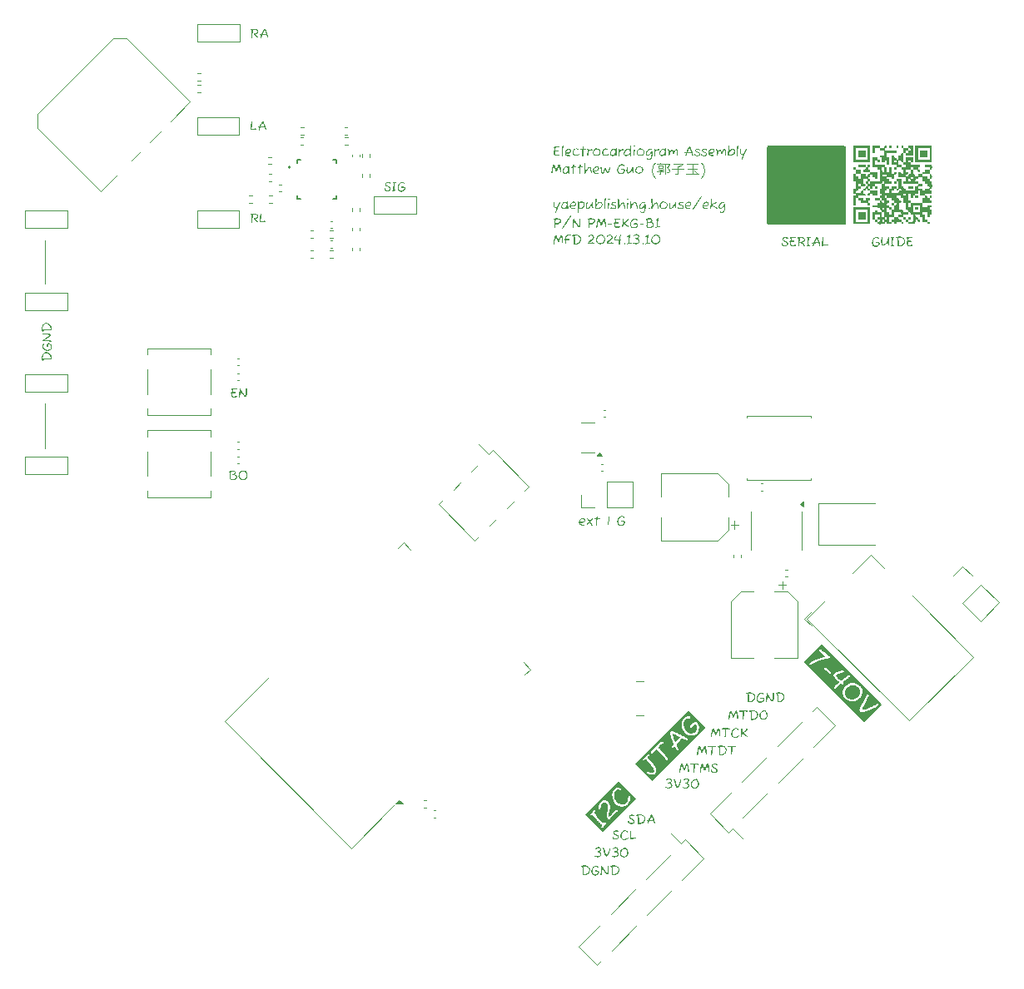
<source format=gbr>
%TF.GenerationSoftware,KiCad,Pcbnew,8.0.2*%
%TF.CreationDate,2024-12-06T21:47:17-05:00*%
%TF.ProjectId,ekg-main,656b672d-6d61-4696-9e2e-6b696361645f,rev?*%
%TF.SameCoordinates,Original*%
%TF.FileFunction,Legend,Top*%
%TF.FilePolarity,Positive*%
%FSLAX46Y46*%
G04 Gerber Fmt 4.6, Leading zero omitted, Abs format (unit mm)*
G04 Created by KiCad (PCBNEW 8.0.2) date 2024-12-06 21:47:17*
%MOMM*%
%LPD*%
G01*
G04 APERTURE LIST*
%ADD10C,0.100000*%
%ADD11C,0.000000*%
%ADD12C,0.120000*%
%ADD13C,0.127000*%
%ADD14C,0.200000*%
G04 APERTURE END LIST*
D10*
G36*
X249647384Y-114901181D02*
G01*
X249745725Y-114918256D01*
X249841975Y-114947407D01*
X249860888Y-114954691D01*
X249951605Y-114998522D01*
X250035914Y-115054699D01*
X250113814Y-115123221D01*
X250171152Y-115195067D01*
X250200512Y-115267258D01*
X250205693Y-115303526D01*
X250209147Y-115338067D01*
X250216056Y-115418893D01*
X250217783Y-115430983D01*
X250221582Y-115449289D01*
X250246797Y-115499374D01*
X250274085Y-115577783D01*
X250270976Y-115650664D01*
X250234708Y-115754633D01*
X250217437Y-115795392D01*
X250207075Y-115821643D01*
X250193949Y-115866547D01*
X250164589Y-115923540D01*
X250150428Y-115950136D01*
X249907949Y-116192615D01*
X249867062Y-116228841D01*
X249780254Y-116282260D01*
X249687576Y-116315582D01*
X249621214Y-116329484D01*
X249518918Y-116339005D01*
X249413319Y-116334925D01*
X249343158Y-116325383D01*
X249241639Y-116302488D01*
X249144589Y-116269296D01*
X249106378Y-116252579D01*
X249017132Y-116202168D01*
X248937342Y-116136658D01*
X248888920Y-116083098D01*
X248828996Y-115996200D01*
X248784325Y-115901433D01*
X248763039Y-115835201D01*
X248743901Y-115734232D01*
X248740112Y-115631321D01*
X248745833Y-115562520D01*
X248765505Y-115461665D01*
X248798487Y-115363627D01*
X248828041Y-115301130D01*
X248882816Y-115214588D01*
X248950122Y-115136692D01*
X248964551Y-115122611D01*
X249040825Y-115058521D01*
X249123980Y-115004955D01*
X249214017Y-114961914D01*
X249232805Y-114954616D01*
X249328245Y-114924561D01*
X249426182Y-114905233D01*
X249526614Y-114896631D01*
X249546952Y-114896182D01*
X249647384Y-114901181D01*
G37*
G36*
X252478446Y-116853733D02*
G01*
X250672345Y-118659834D01*
X249427192Y-117414681D01*
X250206384Y-117414681D01*
X250208914Y-117464570D01*
X250255087Y-117553191D01*
X250310888Y-117595424D01*
X250407414Y-117623310D01*
X250491795Y-117623942D01*
X250589446Y-117610530D01*
X250662370Y-117594699D01*
X250758697Y-117571153D01*
X250853167Y-117543347D01*
X250948674Y-117513123D01*
X251045216Y-117480482D01*
X251142795Y-117445423D01*
X251239856Y-117408550D01*
X251334498Y-117370814D01*
X251426723Y-117332214D01*
X251516530Y-117292751D01*
X251549366Y-117277808D01*
X251643210Y-117233200D01*
X251739277Y-117184019D01*
X251826710Y-117135243D01*
X251866788Y-117111285D01*
X251949144Y-117056470D01*
X252024631Y-116993279D01*
X252078860Y-116939049D01*
X252119964Y-116875839D01*
X252101312Y-116812974D01*
X252032575Y-116784305D01*
X251955548Y-116803994D01*
X251923540Y-116824417D01*
X251828372Y-116883633D01*
X251734492Y-116939763D01*
X251641898Y-116992810D01*
X251550592Y-117042771D01*
X251460574Y-117089649D01*
X251416290Y-117111895D01*
X251316101Y-117160519D01*
X251220309Y-117204549D01*
X251128914Y-117243983D01*
X251029845Y-117283425D01*
X251017906Y-117287949D01*
X250916156Y-117323930D01*
X250815150Y-117353910D01*
X250710685Y-117375995D01*
X250646565Y-117382671D01*
X250547996Y-117359761D01*
X250512764Y-117296896D01*
X250511669Y-117287597D01*
X250534525Y-117190164D01*
X250544505Y-117165993D01*
X250586688Y-117074154D01*
X250633658Y-116979808D01*
X250638115Y-116971077D01*
X250682994Y-116883909D01*
X250730089Y-116793444D01*
X250776857Y-116704263D01*
X250828816Y-116605727D01*
X251112744Y-116066885D01*
X251121509Y-116048924D01*
X251141759Y-115952209D01*
X251138006Y-115939102D01*
X251081312Y-115859293D01*
X251010157Y-115810935D01*
X250952128Y-115841332D01*
X250929331Y-115864129D01*
X250895220Y-115950891D01*
X250853681Y-116045898D01*
X250809473Y-116139422D01*
X250785596Y-116188075D01*
X250740875Y-116277137D01*
X250693913Y-116368112D01*
X250644711Y-116461000D01*
X250616896Y-116513142D01*
X250566999Y-116606488D01*
X250517321Y-116699179D01*
X250467861Y-116791213D01*
X250451686Y-116821594D01*
X250404909Y-116910477D01*
X250356012Y-117005263D01*
X250310353Y-117095866D01*
X250286424Y-117148922D01*
X250247143Y-117242666D01*
X250223419Y-117313047D01*
X250206384Y-117414681D01*
X249427192Y-117414681D01*
X247641356Y-115628846D01*
X248502265Y-115628846D01*
X248502479Y-115631321D01*
X248511206Y-115732329D01*
X248532113Y-115833899D01*
X248564989Y-115933556D01*
X248588194Y-115987411D01*
X248637572Y-116078865D01*
X248696732Y-116163271D01*
X248765673Y-116240627D01*
X248779134Y-116253909D01*
X248861321Y-116327449D01*
X248945936Y-116390449D01*
X249032979Y-116442908D01*
X249122452Y-116484827D01*
X249229906Y-116520411D01*
X249292258Y-116534427D01*
X249401400Y-116548280D01*
X249510576Y-116548547D01*
X249619784Y-116535227D01*
X249729025Y-116508321D01*
X249760189Y-116498155D01*
X249852014Y-116461194D01*
X249941336Y-116414543D01*
X250028157Y-116358202D01*
X250112477Y-116292171D01*
X250194295Y-116216449D01*
X250237306Y-116171144D01*
X250306821Y-116085940D01*
X250366171Y-115996036D01*
X250415358Y-115901433D01*
X250451993Y-115813073D01*
X250483145Y-115720006D01*
X250508814Y-115622233D01*
X250528999Y-115519753D01*
X250534226Y-115466045D01*
X250519554Y-115364372D01*
X250477878Y-115268294D01*
X250434611Y-115197644D01*
X250376089Y-115117824D01*
X250305172Y-115038941D01*
X250260571Y-114995913D01*
X250185185Y-114930136D01*
X250092984Y-114861000D01*
X249998889Y-114802550D01*
X249902900Y-114754786D01*
X249805016Y-114717708D01*
X249772107Y-114707707D01*
X249673285Y-114685153D01*
X249574316Y-114673770D01*
X249475202Y-114673560D01*
X249375942Y-114684521D01*
X249276536Y-114706655D01*
X249210681Y-114727822D01*
X249113316Y-114769328D01*
X249017650Y-114822540D01*
X248923685Y-114887459D01*
X248846679Y-114950500D01*
X248770854Y-115021670D01*
X248753411Y-115039243D01*
X248684501Y-115110095D01*
X248665088Y-115130771D01*
X248602293Y-115210265D01*
X248575357Y-115264507D01*
X248537454Y-115364055D01*
X248513158Y-115466063D01*
X248502469Y-115570529D01*
X248502265Y-115628846D01*
X247641356Y-115628846D01*
X245865653Y-113853143D01*
X247563640Y-113853143D01*
X247564035Y-113907387D01*
X247591273Y-114005124D01*
X247732547Y-114146397D01*
X247752408Y-114166258D01*
X247821922Y-114235772D01*
X247891436Y-114305286D01*
X247911378Y-114325229D01*
X247981091Y-114394941D01*
X248050671Y-114464521D01*
X248112499Y-114526350D01*
X248116644Y-114597505D01*
X248106553Y-114607550D01*
X248031644Y-114679191D01*
X247958100Y-114744305D01*
X247882542Y-114811055D01*
X247811301Y-114879360D01*
X247724602Y-114966059D01*
X247683153Y-115015107D01*
X247649993Y-115064156D01*
X247622706Y-115148781D01*
X247658974Y-115222354D01*
X247699387Y-115243424D01*
X247723911Y-115241006D01*
X248250319Y-114762266D01*
X248325273Y-114739123D01*
X248385731Y-114794238D01*
X248469655Y-114845510D01*
X248480617Y-114848745D01*
X248575005Y-114819604D01*
X248585233Y-114806763D01*
X248579841Y-114707691D01*
X248560844Y-114666587D01*
X248544609Y-114627555D01*
X248536665Y-114575398D01*
X248564989Y-114511152D01*
X248579150Y-114496990D01*
X248590869Y-114488574D01*
X248669994Y-114428253D01*
X248727154Y-114383579D01*
X248806086Y-114321866D01*
X248863478Y-114277042D01*
X248940796Y-114216861D01*
X248952212Y-114208105D01*
X249030949Y-114148815D01*
X249092777Y-114111165D01*
X249154951Y-114080769D01*
X249202618Y-114056590D01*
X249236814Y-114030684D01*
X249255812Y-113975764D01*
X249213326Y-113902882D01*
X249156333Y-113872140D01*
X249089669Y-113899428D01*
X248375012Y-114399238D01*
X248312838Y-114391639D01*
X248306874Y-114389367D01*
X248216123Y-114348808D01*
X248151185Y-114312195D01*
X248157403Y-114318412D01*
X248153594Y-114316066D01*
X248073468Y-114256583D01*
X248050507Y-114237391D01*
X247976062Y-114168849D01*
X247926668Y-114119455D01*
X247735655Y-113928442D01*
X247767808Y-113897301D01*
X247842223Y-113833573D01*
X247929777Y-113775771D01*
X248021052Y-113731990D01*
X248113190Y-113698053D01*
X248193817Y-113671970D01*
X248288314Y-113645896D01*
X248366281Y-113624125D01*
X248462056Y-113591666D01*
X248509032Y-113576468D01*
X248538737Y-113566797D01*
X248550481Y-113560579D01*
X248568097Y-113545036D01*
X248602984Y-113466627D01*
X248582605Y-113399272D01*
X248558322Y-113379551D01*
X248457566Y-113369567D01*
X247856204Y-113584758D01*
X247833340Y-113591150D01*
X247746018Y-113636915D01*
X247717780Y-113657597D01*
X247642394Y-113723268D01*
X247608095Y-113761611D01*
X247563640Y-113853143D01*
X245865653Y-113853143D01*
X245153760Y-113141250D01*
X246574036Y-113141250D01*
X246606160Y-113196861D01*
X246630284Y-113220986D01*
X246699421Y-113290122D01*
X246773941Y-113364642D01*
X246851011Y-113441712D01*
X246927392Y-113518094D01*
X246935264Y-113525965D01*
X247010674Y-113601375D01*
X247080080Y-113670781D01*
X247149492Y-113740193D01*
X247194741Y-113742611D01*
X247238954Y-113718432D01*
X247280058Y-113641405D01*
X247265550Y-113580613D01*
X247203583Y-113518645D01*
X247131876Y-113446939D01*
X247083890Y-113398953D01*
X247014781Y-113329844D01*
X246956908Y-113274248D01*
X246882143Y-113207569D01*
X246853117Y-113182533D01*
X246776226Y-113117789D01*
X246700112Y-113055242D01*
X246693207Y-113050788D01*
X246602360Y-113089438D01*
X246574036Y-113141250D01*
X245153760Y-113141250D01*
X244730630Y-112718120D01*
X245104310Y-112718120D01*
X245133325Y-112806546D01*
X245184459Y-112827797D01*
X245277016Y-112794111D01*
X245329864Y-112763369D01*
X245410690Y-112712248D01*
X245413557Y-112710374D01*
X245498425Y-112656292D01*
X245558526Y-112620369D01*
X245556454Y-112622441D01*
X245638088Y-112578068D01*
X245729110Y-112533286D01*
X245820003Y-112492221D01*
X245903088Y-112457157D01*
X245998106Y-112420386D01*
X246093569Y-112387907D01*
X246126434Y-112377469D01*
X246224609Y-112347321D01*
X246322153Y-112318922D01*
X246419065Y-112292271D01*
X246515346Y-112267369D01*
X246610995Y-112244216D01*
X246642889Y-112236862D01*
X246739445Y-112216194D01*
X246837313Y-112197615D01*
X246936492Y-112181124D01*
X247036982Y-112166722D01*
X247138784Y-112154409D01*
X247151910Y-112139211D01*
X247168835Y-112120213D01*
X247193122Y-112087982D01*
X247169871Y-111992065D01*
X247141893Y-111964087D01*
X246585090Y-111573772D01*
X246505645Y-111494327D01*
X246445198Y-111423518D01*
X246390277Y-111347182D01*
X246341920Y-111281554D01*
X246288726Y-111221452D01*
X246225171Y-111193128D01*
X246161615Y-111217307D01*
X246131910Y-111310568D01*
X246136471Y-111331119D01*
X246177849Y-111422136D01*
X246196782Y-111449834D01*
X246261093Y-111525414D01*
X246266898Y-111531219D01*
X246337775Y-111602096D01*
X246359271Y-111623301D01*
X246435784Y-111694203D01*
X246514280Y-111759949D01*
X246567319Y-111803972D01*
X246644074Y-111873294D01*
X246720491Y-111947507D01*
X246631720Y-112036278D01*
X246539933Y-112058457D01*
X246438959Y-112084087D01*
X246342174Y-112110020D01*
X246238296Y-112139556D01*
X246182471Y-112156182D01*
X246083514Y-112187215D01*
X245986525Y-112219668D01*
X245891503Y-112253542D01*
X245828212Y-112277149D01*
X245730543Y-112315109D01*
X245629595Y-112356129D01*
X245537111Y-112395161D01*
X245516584Y-112403978D01*
X245426007Y-112445365D01*
X245338499Y-112490149D01*
X245333023Y-112493160D01*
X245247231Y-112550153D01*
X245169938Y-112618642D01*
X245157277Y-112631832D01*
X245104310Y-112718120D01*
X244730630Y-112718120D01*
X244538581Y-112526071D01*
X246344683Y-110719970D01*
X252478446Y-116853733D01*
G37*
G36*
X227478926Y-126442936D02*
G01*
X224103275Y-129818587D01*
X222402523Y-128117835D01*
X222832160Y-128117835D01*
X222869464Y-128141323D01*
X222908150Y-128137869D01*
X222971015Y-128125434D01*
X223016610Y-128119217D01*
X223085001Y-128119908D01*
X223150284Y-128185191D01*
X223179759Y-128221870D01*
X223243890Y-128300904D01*
X223272717Y-128335978D01*
X223335425Y-128413853D01*
X223377967Y-128467142D01*
X223445265Y-128544419D01*
X223468378Y-128569771D01*
X223536683Y-128642912D01*
X223604846Y-128713670D01*
X223631795Y-128741217D01*
X223700523Y-128811024D01*
X223772370Y-128883267D01*
X223797585Y-128908353D01*
X223869085Y-128977910D01*
X223941622Y-129048374D01*
X223962167Y-129072324D01*
X223991016Y-129168923D01*
X223982726Y-129220734D01*
X223964419Y-129270128D01*
X223952330Y-129323667D01*
X223985834Y-129386877D01*
X224039028Y-129418655D01*
X224094639Y-129380315D01*
X224138506Y-129336447D01*
X224166485Y-129298797D01*
X224207934Y-129238696D01*
X224231767Y-129201046D01*
X224253874Y-129169268D01*
X224273562Y-129141290D01*
X224287379Y-129123328D01*
X224357152Y-129041811D01*
X224392729Y-128997944D01*
X224424507Y-128954422D01*
X224454558Y-128878777D01*
X224436251Y-128830765D01*
X224385130Y-128807277D01*
X224324338Y-128834219D01*
X224282543Y-128862197D01*
X224246620Y-128887758D01*
X224220427Y-128903006D01*
X224121236Y-128905374D01*
X224107587Y-128894542D01*
X224031083Y-128831110D01*
X223967873Y-128774117D01*
X223900863Y-128709180D01*
X223874218Y-128682349D01*
X223795772Y-128601109D01*
X223719560Y-128518753D01*
X223645583Y-128435279D01*
X223573839Y-128350689D01*
X223504331Y-128264981D01*
X223496057Y-128254181D01*
X223435037Y-128172841D01*
X223375838Y-128090893D01*
X223368106Y-128079875D01*
X223309950Y-127996723D01*
X223251490Y-127912661D01*
X223252526Y-127832180D01*
X223275323Y-127772769D01*
X223301229Y-127731665D01*
X223326789Y-127689525D01*
X223343369Y-127644622D01*
X223312627Y-127591774D01*
X223259434Y-127562759D01*
X223204859Y-127595228D01*
X223192770Y-127607317D01*
X223155811Y-127658093D01*
X223150346Y-127666042D01*
X223095018Y-127747900D01*
X223083868Y-127763964D01*
X223026281Y-127846342D01*
X222983105Y-127902644D01*
X222961344Y-127924405D01*
X222901588Y-127974490D01*
X222834232Y-128032173D01*
X222832160Y-128117835D01*
X222402523Y-128117835D01*
X222324806Y-128040118D01*
X222992141Y-127372783D01*
X223660802Y-127372783D01*
X223672405Y-127450136D01*
X223725049Y-127538580D01*
X223777206Y-127568631D01*
X223811056Y-127560341D01*
X223859414Y-127478133D01*
X223874612Y-127385563D01*
X223877721Y-127345150D01*
X223880829Y-127304046D01*
X223893523Y-127212943D01*
X223915716Y-127114415D01*
X223928547Y-127075993D01*
X223978700Y-126986721D01*
X224044209Y-126910622D01*
X224093106Y-126870468D01*
X224185828Y-126831177D01*
X224245266Y-126823487D01*
X224343681Y-126836359D01*
X224399783Y-126858362D01*
X224480118Y-126916839D01*
X224528454Y-126972256D01*
X224580153Y-127061130D01*
X224606884Y-127156900D01*
X224614095Y-127223133D01*
X224616329Y-127322806D01*
X224608266Y-127422867D01*
X224607718Y-127426502D01*
X224592377Y-127524418D01*
X224582440Y-127586704D01*
X224567508Y-127686762D01*
X224558068Y-127751413D01*
X224542983Y-127852905D01*
X224541496Y-127862431D01*
X224525022Y-127959982D01*
X224524196Y-127980394D01*
X224525087Y-128082128D01*
X224534343Y-128183323D01*
X224551964Y-128283978D01*
X224580831Y-128378784D01*
X224628404Y-128470682D01*
X224692546Y-128549600D01*
X224764392Y-128593813D01*
X224837965Y-128547873D01*
X224887704Y-128498134D01*
X225209628Y-128044263D01*
X225301162Y-127952729D01*
X225370667Y-127888232D01*
X225450725Y-127825963D01*
X225519937Y-127773114D01*
X225592689Y-127706796D01*
X225635175Y-127633914D01*
X225602361Y-127569322D01*
X225594115Y-127561916D01*
X225496713Y-127547599D01*
X225408585Y-127590392D01*
X225347447Y-127637023D01*
X225288727Y-127689525D01*
X225237951Y-127740301D01*
X225195120Y-127783132D01*
X225147821Y-127832504D01*
X225082133Y-127909072D01*
X225022760Y-127988651D01*
X224983858Y-128041759D01*
X224920810Y-128118505D01*
X224852127Y-128191753D01*
X224716725Y-128327155D01*
X224718452Y-128034591D01*
X224815858Y-127367947D01*
X224818178Y-127348012D01*
X224822934Y-127247404D01*
X224816289Y-127145244D01*
X224798242Y-127041533D01*
X224793206Y-127020853D01*
X224759400Y-126923969D01*
X224711224Y-126837947D01*
X224648679Y-126762786D01*
X224596932Y-126717040D01*
X224511783Y-126663399D01*
X224417599Y-126627730D01*
X224351906Y-126614065D01*
X224253124Y-126609677D01*
X224154050Y-126624621D01*
X224081766Y-126648817D01*
X223992019Y-126698929D01*
X223916407Y-126762786D01*
X223912565Y-126766671D01*
X223847457Y-126845725D01*
X223794131Y-126929274D01*
X223772148Y-126968866D01*
X223730099Y-127057897D01*
X223695689Y-127151374D01*
X223689043Y-127173275D01*
X223667263Y-127272352D01*
X223660802Y-127372783D01*
X222992141Y-127372783D01*
X224270164Y-126094760D01*
X225055574Y-126094760D01*
X225056496Y-126126998D01*
X225065401Y-126234237D01*
X225083279Y-126341139D01*
X225107040Y-126437063D01*
X225116534Y-126468739D01*
X225148587Y-126561508D01*
X225190482Y-126660612D01*
X225238988Y-126755532D01*
X225244172Y-126764754D01*
X225298723Y-126852632D01*
X225358198Y-126932616D01*
X225429309Y-127011482D01*
X225439926Y-127021951D01*
X225516375Y-127089092D01*
X225608319Y-127152669D01*
X225705142Y-127202214D01*
X225806844Y-127237727D01*
X225910683Y-127258970D01*
X226014264Y-127266051D01*
X226117585Y-127258970D01*
X226220647Y-127237727D01*
X226233476Y-127234078D01*
X226333386Y-127197119D01*
X226428461Y-127146344D01*
X226518700Y-127081752D01*
X226593692Y-127013900D01*
X226634461Y-126970938D01*
X226700069Y-126890333D01*
X226755677Y-126805521D01*
X226801284Y-126716501D01*
X226822503Y-126665095D01*
X226853939Y-126569718D01*
X226876687Y-126470680D01*
X226890746Y-126367981D01*
X226895581Y-126303043D01*
X226895927Y-126237760D01*
X226866912Y-126145190D01*
X226792994Y-126113412D01*
X226724948Y-126146226D01*
X226702604Y-126174581D01*
X226677281Y-126269884D01*
X226677031Y-126276128D01*
X226669637Y-126377409D01*
X226656902Y-126474713D01*
X226653545Y-126494364D01*
X226627381Y-126593438D01*
X226588856Y-126687141D01*
X226555015Y-126748031D01*
X226494679Y-126830662D01*
X226424095Y-126907859D01*
X226386778Y-126941872D01*
X226300510Y-126998322D01*
X226206831Y-127031171D01*
X226161868Y-127038934D01*
X226063448Y-127043258D01*
X225963661Y-127030480D01*
X225917621Y-127019292D01*
X225821035Y-126986719D01*
X225728781Y-126942745D01*
X225701575Y-126927196D01*
X225614427Y-126868610D01*
X225539841Y-126803544D01*
X225472685Y-126727981D01*
X225411325Y-126641397D01*
X225360572Y-126553121D01*
X225351129Y-126534435D01*
X225309457Y-126438698D01*
X225277027Y-126339116D01*
X225253840Y-126235688D01*
X225250436Y-126214600D01*
X225241389Y-126109931D01*
X225245633Y-126006544D01*
X225263166Y-125904438D01*
X225271138Y-125874244D01*
X225309026Y-125778068D01*
X225364319Y-125688774D01*
X225428964Y-125614293D01*
X225464577Y-125582176D01*
X225554348Y-125533121D01*
X225569617Y-125529024D01*
X225670752Y-125522413D01*
X225677590Y-125523271D01*
X225773685Y-125545210D01*
X225781096Y-125548118D01*
X225878344Y-125574570D01*
X225955026Y-125547628D01*
X225977132Y-125497889D01*
X225934646Y-125423625D01*
X225905018Y-125396679D01*
X225821434Y-125345167D01*
X225720837Y-125319656D01*
X225675550Y-125317414D01*
X225577762Y-125327386D01*
X225480430Y-125357652D01*
X225436552Y-125377583D01*
X225348815Y-125430432D01*
X225271111Y-125496507D01*
X225256938Y-125511085D01*
X225193523Y-125588667D01*
X225142521Y-125674076D01*
X225103932Y-125767310D01*
X225097712Y-125786764D01*
X225073007Y-125886056D01*
X225058961Y-125988721D01*
X225055574Y-126094760D01*
X224270164Y-126094760D01*
X225700457Y-124664467D01*
X227478926Y-126442936D01*
G37*
G36*
X231299746Y-119852999D02*
G01*
X231309251Y-119857246D01*
X231400261Y-119897557D01*
X231445125Y-119917315D01*
X231534626Y-119956622D01*
X231568887Y-119971367D01*
X231662083Y-120012233D01*
X231747400Y-120049883D01*
X231831680Y-120092024D01*
X231904217Y-120146599D01*
X231934267Y-120189084D01*
X231894545Y-120264729D01*
X231885787Y-120273488D01*
X231813562Y-120345712D01*
X231739455Y-120419819D01*
X231550515Y-120608759D01*
X231500776Y-120644682D01*
X231446892Y-120632247D01*
X231416841Y-120578708D01*
X231394986Y-120526592D01*
X231359503Y-120434326D01*
X231357323Y-120428379D01*
X231322728Y-120330379D01*
X231290766Y-120233642D01*
X231260225Y-120138023D01*
X231229282Y-120038830D01*
X231219803Y-120007193D01*
X231196123Y-119908265D01*
X231207867Y-119856453D01*
X231253807Y-119840909D01*
X231299746Y-119852999D01*
G37*
G36*
X234529635Y-119236440D02*
G01*
X229105347Y-124660727D01*
X227371091Y-122926471D01*
X227792148Y-122505414D01*
X228137504Y-122505414D01*
X228169282Y-122558607D01*
X228222475Y-122584168D01*
X228265651Y-122571388D01*
X228404852Y-122432187D01*
X228464954Y-122408699D01*
X228523328Y-122442895D01*
X228546213Y-122465920D01*
X228614884Y-122536695D01*
X228683579Y-122610021D01*
X228752298Y-122685897D01*
X228821042Y-122764323D01*
X228889810Y-122845299D01*
X228912541Y-122872785D01*
X228978387Y-122956068D01*
X229040710Y-123040590D01*
X229099513Y-123126351D01*
X229154793Y-123213350D01*
X229206552Y-123301588D01*
X229231050Y-123347392D01*
X229272526Y-123440788D01*
X229294504Y-123508424D01*
X229307758Y-123607277D01*
X229301729Y-123661290D01*
X229251456Y-123747859D01*
X229213535Y-123779304D01*
X229118473Y-123814524D01*
X229066771Y-123816876D01*
X228965801Y-123802780D01*
X228913438Y-123787062D01*
X228820728Y-123748896D01*
X228800295Y-123738602D01*
X228711232Y-123689139D01*
X228635933Y-123667724D01*
X228583085Y-123696393D01*
X228563874Y-123780522D01*
X228621771Y-123862881D01*
X228626246Y-123867299D01*
X228705464Y-123929807D01*
X228792749Y-123974449D01*
X228805308Y-123979320D01*
X228901909Y-124007078D01*
X229002760Y-124019353D01*
X229016498Y-124019771D01*
X229117298Y-124013790D01*
X229214152Y-123991720D01*
X229308535Y-123949148D01*
X229389275Y-123885679D01*
X229432372Y-123838020D01*
X229488102Y-123753243D01*
X229522604Y-123657016D01*
X229530230Y-123611430D01*
X229532423Y-123511827D01*
X229515005Y-123411083D01*
X229495964Y-123348607D01*
X229458822Y-123255702D01*
X229411381Y-123163768D01*
X229375221Y-123103473D01*
X229317500Y-123016186D01*
X229255601Y-122932688D01*
X229229133Y-122899069D01*
X229162133Y-122817265D01*
X229092912Y-122738221D01*
X229079678Y-122723045D01*
X229011740Y-122650832D01*
X228949221Y-122585895D01*
X228881175Y-122514740D01*
X228816860Y-122446995D01*
X228748191Y-122375539D01*
X228725783Y-122352426D01*
X228655621Y-122280897D01*
X228653549Y-122203524D01*
X228702597Y-122154476D01*
X228751300Y-122105773D01*
X228769434Y-122086473D01*
X228821073Y-122002840D01*
X228822133Y-121999607D01*
X228792404Y-121904398D01*
X228761317Y-121889200D01*
X228717450Y-121904743D01*
X228701604Y-121920589D01*
X228631788Y-121990405D01*
X228574825Y-122047368D01*
X228503295Y-122118898D01*
X228433003Y-122189190D01*
X228363057Y-122259136D01*
X228309042Y-122313151D01*
X228238709Y-122383484D01*
X228228728Y-122393465D01*
X228158228Y-122463965D01*
X228148211Y-122473982D01*
X228137504Y-122505414D01*
X227792148Y-122505414D01*
X228573314Y-121724248D01*
X228969990Y-121724248D01*
X229004141Y-121816318D01*
X229070806Y-121853277D01*
X229149560Y-121826335D01*
X229173393Y-121806646D01*
X229199299Y-121780741D01*
X229243166Y-121736873D01*
X229284961Y-121695079D01*
X229339788Y-121640251D01*
X229412418Y-121567622D01*
X229438352Y-121541687D01*
X229509160Y-121470879D01*
X229581324Y-121398715D01*
X229627339Y-121444914D01*
X229706152Y-121524931D01*
X229782783Y-121603890D01*
X229857232Y-121681791D01*
X229929499Y-121758634D01*
X229969901Y-121802350D01*
X230039307Y-121879373D01*
X230107059Y-121957057D01*
X230173159Y-122035402D01*
X230237606Y-122114408D01*
X230273869Y-122160213D01*
X230336887Y-122242631D01*
X230399344Y-122327925D01*
X230461238Y-122416095D01*
X230522570Y-122507141D01*
X230535005Y-122525102D01*
X230548822Y-122540991D01*
X230621704Y-122574496D01*
X230684568Y-122545482D01*
X230709438Y-122504723D01*
X230716346Y-122441858D01*
X230704965Y-122398675D01*
X230662117Y-122308184D01*
X230650065Y-122288317D01*
X230594777Y-122206031D01*
X230533969Y-122124770D01*
X230480849Y-122057145D01*
X230417897Y-121979641D01*
X230350210Y-121898871D01*
X230337404Y-121883853D01*
X230272606Y-121808962D01*
X230206526Y-121734408D01*
X230139164Y-121660192D01*
X230071903Y-121587129D01*
X229999630Y-121510033D01*
X229929153Y-121436365D01*
X229892205Y-121398008D01*
X229823555Y-121327415D01*
X229752303Y-121255370D01*
X229746431Y-121185251D01*
X229805280Y-121126402D01*
X229877033Y-121054648D01*
X229948151Y-120983531D01*
X229953081Y-120978638D01*
X230028891Y-120912290D01*
X230113603Y-120856074D01*
X230159888Y-120835349D01*
X230208591Y-120819806D01*
X230232079Y-120813588D01*
X230251077Y-120802880D01*
X230271802Y-120737943D01*
X230243478Y-120671624D01*
X230213816Y-120646970D01*
X230114985Y-120623266D01*
X230061683Y-120634892D01*
X229971984Y-120677151D01*
X229915381Y-120716310D01*
X229840037Y-120782156D01*
X229808012Y-120814181D01*
X229738832Y-120883361D01*
X229718093Y-120904100D01*
X229645355Y-120976838D01*
X229575797Y-121046396D01*
X229513117Y-121109076D01*
X229443000Y-121179193D01*
X229371659Y-121250534D01*
X229326815Y-121295378D01*
X229253631Y-121368562D01*
X229179610Y-121442583D01*
X229125938Y-121497806D01*
X229059062Y-121576257D01*
X229029203Y-121617990D01*
X228978235Y-121702678D01*
X228969990Y-121724248D01*
X228573314Y-121724248D01*
X230493266Y-119804296D01*
X230952608Y-119804296D01*
X230953784Y-119818263D01*
X230968784Y-119908265D01*
X230969878Y-119914827D01*
X230972284Y-119924992D01*
X230996475Y-120022941D01*
X231001484Y-120041896D01*
X231031016Y-120135545D01*
X231059685Y-120220517D01*
X231091809Y-120315159D01*
X231122157Y-120404909D01*
X231153983Y-120498918D01*
X231164033Y-120528957D01*
X231194396Y-120622921D01*
X231206140Y-120656771D01*
X231226174Y-120698221D01*
X231241026Y-120725508D01*
X231251734Y-120752105D01*
X231264860Y-120785265D01*
X231270041Y-120805644D01*
X231270732Y-120832586D01*
X231269696Y-120877144D01*
X231247935Y-120950717D01*
X231209939Y-121012200D01*
X231168145Y-121064357D01*
X231128422Y-121117896D01*
X231089391Y-121200449D01*
X231124277Y-121272640D01*
X231181961Y-121308908D01*
X231225483Y-121302691D01*
X231253461Y-121283003D01*
X231285239Y-121258824D01*
X231396807Y-121147256D01*
X231463471Y-121218065D01*
X231494213Y-121260551D01*
X231506607Y-121279268D01*
X231556387Y-121364865D01*
X231565667Y-121381508D01*
X231626851Y-121460889D01*
X231682462Y-121516501D01*
X231733238Y-121518228D01*
X231784013Y-121490940D01*
X231799309Y-121473469D01*
X231809919Y-121375918D01*
X231790153Y-121338233D01*
X231736692Y-121252952D01*
X231713161Y-121216360D01*
X231661392Y-121132058D01*
X231642212Y-121095925D01*
X231609581Y-121000110D01*
X231604851Y-120956914D01*
X231626506Y-120860219D01*
X231637877Y-120836002D01*
X231691443Y-120753832D01*
X231709407Y-120731830D01*
X231775724Y-120659189D01*
X231789331Y-120645582D01*
X231859313Y-120575600D01*
X231861788Y-120573124D01*
X231931159Y-120503754D01*
X232151877Y-120283036D01*
X232237539Y-120303070D01*
X232322855Y-120338647D01*
X232396428Y-120390805D01*
X232475873Y-120443998D01*
X232519759Y-120470920D01*
X232614037Y-120508935D01*
X232628140Y-120510700D01*
X232718697Y-120471976D01*
X232728023Y-120413602D01*
X232690028Y-120335539D01*
X232662395Y-120307906D01*
X232626209Y-120283977D01*
X232534576Y-120225204D01*
X232441272Y-120167933D01*
X232346299Y-120112163D01*
X232249657Y-120057894D01*
X232151344Y-120005126D01*
X232051362Y-119953859D01*
X232010972Y-119933770D01*
X231909819Y-119884952D01*
X231808414Y-119838141D01*
X231706755Y-119793337D01*
X231604843Y-119750540D01*
X231502679Y-119709750D01*
X231400261Y-119670967D01*
X231378703Y-119662807D01*
X231286966Y-119627445D01*
X231266071Y-119619519D01*
X231171599Y-119593595D01*
X231168004Y-119592988D01*
X231067284Y-119592904D01*
X230983004Y-119639189D01*
X230953610Y-119706602D01*
X230952608Y-119804296D01*
X230493266Y-119804296D01*
X231397230Y-118900332D01*
X232115414Y-118900332D01*
X232123898Y-119001905D01*
X232141493Y-119102830D01*
X232167334Y-119201812D01*
X232201422Y-119298851D01*
X232243756Y-119393947D01*
X232292977Y-119484876D01*
X232348070Y-119569761D01*
X232409036Y-119648601D01*
X232475873Y-119721397D01*
X232508930Y-119753440D01*
X232587787Y-119822045D01*
X232669058Y-119882022D01*
X232752742Y-119933372D01*
X232851335Y-119981492D01*
X232951504Y-120016292D01*
X233052019Y-120036067D01*
X233152879Y-120040816D01*
X233254085Y-120030540D01*
X233279403Y-120025467D01*
X233379270Y-119993516D01*
X233476892Y-119942914D01*
X233560469Y-119883336D01*
X233642328Y-119809477D01*
X233701817Y-119742095D01*
X233758060Y-119658935D01*
X233804671Y-119566307D01*
X233838409Y-119476615D01*
X233864691Y-119375226D01*
X233879625Y-119270980D01*
X233882398Y-119175675D01*
X233872903Y-119073099D01*
X233850265Y-118972890D01*
X233817289Y-118886362D01*
X233766678Y-118799752D01*
X233701047Y-118722121D01*
X233627330Y-118662553D01*
X233533523Y-118628515D01*
X233466681Y-118629151D01*
X233370834Y-118660638D01*
X233297756Y-118705948D01*
X233219889Y-118772897D01*
X233154512Y-118838274D01*
X233082070Y-118910716D01*
X232958413Y-119034373D01*
X232922490Y-119127634D01*
X232945632Y-119192226D01*
X233005783Y-119232267D01*
X233099341Y-119202934D01*
X233112427Y-119189848D01*
X233183966Y-119118308D01*
X233197326Y-119104949D01*
X233268592Y-119033683D01*
X233310042Y-118992233D01*
X233350109Y-118952165D01*
X233395841Y-118907308D01*
X233471003Y-118842325D01*
X233514871Y-118830235D01*
X233574751Y-118902191D01*
X233622854Y-118991473D01*
X233652344Y-119091366D01*
X233663611Y-119186867D01*
X233659641Y-119291606D01*
X233638528Y-119396019D01*
X233605087Y-119486292D01*
X233553886Y-119575696D01*
X233487583Y-119654733D01*
X233460587Y-119680526D01*
X233378179Y-119744901D01*
X233284116Y-119793549D01*
X233187421Y-119818112D01*
X233080466Y-119821559D01*
X232975226Y-119804354D01*
X232881040Y-119770791D01*
X232862500Y-119762122D01*
X232773159Y-119712584D01*
X232689417Y-119652723D01*
X232611274Y-119582541D01*
X232546166Y-119508944D01*
X232486201Y-119423511D01*
X232436150Y-119335572D01*
X232426739Y-119316927D01*
X232384905Y-119221311D01*
X232351774Y-119121715D01*
X232327346Y-119018139D01*
X232323631Y-118997008D01*
X232312790Y-118892123D01*
X232314834Y-118788520D01*
X232329764Y-118686199D01*
X232334394Y-118666008D01*
X232368234Y-118569428D01*
X232419884Y-118480134D01*
X232489344Y-118398125D01*
X232494821Y-118392707D01*
X232570305Y-118330522D01*
X232658941Y-118289321D01*
X232708722Y-118278250D01*
X232808504Y-118271705D01*
X232871024Y-118274123D01*
X232919036Y-118270323D01*
X232954959Y-118260652D01*
X232986736Y-118238545D01*
X233014369Y-118174989D01*
X232998135Y-118122832D01*
X232959342Y-118093427D01*
X232862388Y-118066530D01*
X232779424Y-118067760D01*
X232678975Y-118086219D01*
X232584159Y-118116960D01*
X232494525Y-118158064D01*
X232428933Y-118197267D01*
X232351525Y-118260306D01*
X232282960Y-118337721D01*
X232226486Y-118420750D01*
X232182100Y-118509391D01*
X232149804Y-118603645D01*
X232128367Y-118701202D01*
X232116904Y-118800098D01*
X232115414Y-118900332D01*
X231397230Y-118900332D01*
X232795378Y-117502183D01*
X234529635Y-119236440D01*
G37*
G36*
X226998115Y-129030000D02*
G01*
X226947893Y-129027786D01*
X226895699Y-129020004D01*
X226848064Y-129006620D01*
X226818841Y-128994584D01*
X226775235Y-128969793D01*
X226735148Y-128936737D01*
X226703314Y-128897620D01*
X226680509Y-128853510D01*
X226667170Y-128805475D01*
X226663258Y-128758401D01*
X226673028Y-128715170D01*
X226709665Y-128701249D01*
X226732135Y-128706378D01*
X226757536Y-128723963D01*
X226775244Y-128771224D01*
X226796059Y-128816197D01*
X226797592Y-128819218D01*
X226825012Y-128860946D01*
X226861019Y-128895911D01*
X226866468Y-128900062D01*
X226910600Y-128922268D01*
X226960956Y-128931754D01*
X226982728Y-128932547D01*
X227032393Y-128930245D01*
X227081701Y-128922559D01*
X227106315Y-128916182D01*
X227152683Y-128896494D01*
X227190785Y-128865910D01*
X227192777Y-128863670D01*
X227217552Y-128818455D01*
X227224528Y-128767683D01*
X227215315Y-128718471D01*
X227198394Y-128690258D01*
X227163552Y-128655510D01*
X227140265Y-128639699D01*
X227096530Y-128615886D01*
X227050503Y-128591431D01*
X227003305Y-128567159D01*
X226981263Y-128556168D01*
X226936479Y-128532920D01*
X226893482Y-128508150D01*
X226865247Y-128489979D01*
X226825992Y-128457192D01*
X226795004Y-128416067D01*
X226793440Y-128413286D01*
X226775733Y-128365412D01*
X226769157Y-128314631D01*
X226768771Y-128297271D01*
X226774084Y-128246407D01*
X226792760Y-128196631D01*
X226824882Y-128154736D01*
X226853768Y-128131186D01*
X226899594Y-128105647D01*
X226951831Y-128087405D01*
X227002798Y-128077429D01*
X227058674Y-128073040D01*
X227075540Y-128072812D01*
X227125527Y-128076506D01*
X227151988Y-128080628D01*
X227201533Y-128091971D01*
X227239427Y-128104319D01*
X227285222Y-128126412D01*
X227310502Y-128145596D01*
X227336368Y-128188392D01*
X227338590Y-128208367D01*
X227322958Y-128244270D01*
X227286566Y-128259902D01*
X227237636Y-128249383D01*
X227235031Y-128247934D01*
X227192315Y-128221064D01*
X227190823Y-128220090D01*
X227148516Y-128194921D01*
X227129762Y-128185896D01*
X227082151Y-128172844D01*
X227041835Y-128170265D01*
X226991899Y-128176085D01*
X226962944Y-128185163D01*
X226918936Y-128209657D01*
X226900418Y-128226685D01*
X226877291Y-128271564D01*
X226875750Y-128288722D01*
X226884619Y-128337698D01*
X226900907Y-128366147D01*
X226934515Y-128401709D01*
X226961479Y-128422568D01*
X226998115Y-128443084D01*
X227038904Y-128464822D01*
X227080425Y-128484605D01*
X227123412Y-128505610D01*
X227169663Y-128529557D01*
X227212366Y-128555358D01*
X227230879Y-128567892D01*
X227269761Y-128599862D01*
X227303328Y-128639615D01*
X227309036Y-128648248D01*
X227329239Y-128693154D01*
X227337868Y-128742555D01*
X227338590Y-128763531D01*
X227333772Y-128814068D01*
X227317342Y-128864039D01*
X227289253Y-128908122D01*
X227252154Y-128945856D01*
X227208359Y-128976779D01*
X227162735Y-128998981D01*
X227113390Y-129015338D01*
X227062137Y-129025637D01*
X227008977Y-129029878D01*
X226998115Y-129030000D01*
G37*
G36*
X227943305Y-128043564D02*
G01*
X227992062Y-128049609D01*
X228040025Y-128059684D01*
X228087194Y-128073789D01*
X228132822Y-128091542D01*
X228181416Y-128115420D01*
X228227112Y-128143431D01*
X228255966Y-128164403D01*
X228295827Y-128198936D01*
X228330782Y-128237140D01*
X228360828Y-128279015D01*
X228375401Y-128303866D01*
X228396889Y-128351277D01*
X228411345Y-128402011D01*
X228418768Y-128456068D01*
X228419853Y-128487536D01*
X228416861Y-128541682D01*
X228407885Y-128594698D01*
X228392925Y-128646584D01*
X228371981Y-128697341D01*
X228345939Y-128746067D01*
X228315683Y-128792107D01*
X228281215Y-128835460D01*
X228247598Y-128871190D01*
X228242533Y-128876127D01*
X228205896Y-128908861D01*
X228161707Y-128942437D01*
X228115045Y-128971922D01*
X228065910Y-128997315D01*
X228059595Y-129000202D01*
X228008579Y-129020077D01*
X227956646Y-129034274D01*
X227903798Y-129042792D01*
X227850034Y-129045631D01*
X227800981Y-129045631D01*
X227786775Y-129045631D01*
X227736952Y-129041318D01*
X227712281Y-129035617D01*
X227670930Y-129009348D01*
X227665875Y-129000446D01*
X227666506Y-128948615D01*
X227667096Y-128917892D01*
X227668166Y-128865443D01*
X227668883Y-128815081D01*
X227669295Y-128775010D01*
X227669800Y-128721787D01*
X227670337Y-128671888D01*
X227670951Y-128620095D01*
X227671249Y-128596468D01*
X227671957Y-128543098D01*
X227672434Y-128490423D01*
X227672678Y-128438444D01*
X227672714Y-128409867D01*
X227670009Y-128358527D01*
X227664166Y-128318276D01*
X227652737Y-128269547D01*
X227640963Y-128236454D01*
X227612957Y-128195438D01*
X227605303Y-128190781D01*
X227572086Y-128202993D01*
X227540579Y-128206413D01*
X227502477Y-128196154D01*
X227497067Y-128185163D01*
X227745987Y-128185163D01*
X227755641Y-128233588D01*
X227764670Y-128287928D01*
X227771562Y-128341200D01*
X227776317Y-128393403D01*
X227776762Y-128399853D01*
X227779860Y-128451907D01*
X227782074Y-128505000D01*
X227783402Y-128559130D01*
X227783845Y-128614298D01*
X227783280Y-128664549D01*
X227781587Y-128715283D01*
X227780425Y-128738862D01*
X227778211Y-128790747D01*
X227777169Y-128839857D01*
X227777006Y-128869043D01*
X227777006Y-128912030D01*
X227808513Y-128931325D01*
X227841730Y-128936210D01*
X227893694Y-128932442D01*
X227946087Y-128921136D01*
X227993607Y-128904516D01*
X228009525Y-128897620D01*
X228056352Y-128873749D01*
X228100939Y-128845550D01*
X228143284Y-128813024D01*
X228165840Y-128793084D01*
X228203637Y-128754599D01*
X228237067Y-128713331D01*
X228266130Y-128669281D01*
X228280390Y-128643607D01*
X228301524Y-128596097D01*
X228315742Y-128547815D01*
X228323042Y-128498759D01*
X228324110Y-128471172D01*
X228319463Y-128420652D01*
X228305523Y-128373539D01*
X228284787Y-128333663D01*
X228254404Y-128293484D01*
X228217326Y-128257576D01*
X228177808Y-128228639D01*
X228134221Y-128203341D01*
X228087725Y-128182099D01*
X228038318Y-128164911D01*
X228028087Y-128161960D01*
X227976167Y-128149853D01*
X227923292Y-128142230D01*
X227869463Y-128139091D01*
X227858583Y-128139002D01*
X227836601Y-128139002D01*
X227813398Y-128139002D01*
X227765141Y-128153608D01*
X227745987Y-128185163D01*
X227497067Y-128185163D01*
X227487090Y-128164891D01*
X227502357Y-128118365D01*
X227516643Y-128104075D01*
X227559023Y-128078849D01*
X227589672Y-128067927D01*
X227638779Y-128056077D01*
X227676866Y-128049853D01*
X227726990Y-128043742D01*
X227747452Y-128041549D01*
X227796539Y-128041549D01*
X227800697Y-128041549D01*
X227850166Y-128041549D01*
X227862735Y-128041549D01*
X227893754Y-128041549D01*
X227943305Y-128043564D01*
G37*
G36*
X229106664Y-128089909D02*
G01*
X229142244Y-128125548D01*
X229143300Y-128127034D01*
X229167536Y-128169601D01*
X229172121Y-128179790D01*
X229192052Y-128224726D01*
X229196789Y-128235233D01*
X229219288Y-128285155D01*
X229240987Y-128335697D01*
X229261887Y-128386859D01*
X229281988Y-128438642D01*
X229301290Y-128491044D01*
X229319793Y-128544067D01*
X229326971Y-128565450D01*
X229344194Y-128618924D01*
X229360297Y-128672339D01*
X229375278Y-128725695D01*
X229389138Y-128778990D01*
X229401878Y-128832226D01*
X229413496Y-128885403D01*
X229417829Y-128906657D01*
X229417829Y-128926196D01*
X229403663Y-128967229D01*
X229379727Y-128984570D01*
X229334020Y-128966244D01*
X229329658Y-128960635D01*
X229309766Y-128913862D01*
X229303768Y-128888827D01*
X229294487Y-128841933D01*
X229286915Y-128797480D01*
X229269330Y-128754738D01*
X229246127Y-128717369D01*
X229090055Y-128717369D01*
X229041003Y-128717369D01*
X229039253Y-128717369D01*
X228989768Y-128717369D01*
X228980146Y-128717369D01*
X228931017Y-128719605D01*
X228916887Y-128721032D01*
X228868897Y-128731145D01*
X228856315Y-128735687D01*
X228814472Y-128762218D01*
X228800872Y-128779162D01*
X228778533Y-128824575D01*
X228772540Y-128844131D01*
X228761037Y-128892239D01*
X228756420Y-128913496D01*
X228745169Y-128962548D01*
X228738834Y-128982861D01*
X228700593Y-129013599D01*
X228689009Y-129014368D01*
X228661409Y-129006064D01*
X228644068Y-128987501D01*
X228644068Y-128948178D01*
X228650501Y-128898481D01*
X228653105Y-128889316D01*
X228665768Y-128841453D01*
X228668004Y-128830453D01*
X228672156Y-128804563D01*
X228673621Y-128755959D01*
X228594731Y-128755959D01*
X228574947Y-128753272D01*
X228558094Y-128750341D01*
X228540509Y-128737152D01*
X228532937Y-128703935D01*
X228546127Y-128666078D01*
X228589113Y-128650690D01*
X228622086Y-128645806D01*
X228655303Y-128642142D01*
X228690474Y-128633838D01*
X228724180Y-128615519D01*
X228740300Y-128600132D01*
X228748420Y-128591584D01*
X228873412Y-128591584D01*
X228888066Y-128615031D01*
X228918353Y-128619916D01*
X229051953Y-128619916D01*
X229104355Y-128619916D01*
X229155425Y-128619916D01*
X229161618Y-128619916D01*
X229202407Y-128607215D01*
X229206803Y-128581570D01*
X229200453Y-128536629D01*
X229185554Y-128491933D01*
X229168702Y-128448457D01*
X229150200Y-128401059D01*
X229143300Y-128383733D01*
X229125554Y-128338192D01*
X229116678Y-128315345D01*
X229098753Y-128268916D01*
X229096894Y-128264054D01*
X229084926Y-128243538D01*
X229063189Y-128232791D01*
X229040718Y-128246957D01*
X229014114Y-128290305D01*
X229006280Y-128304842D01*
X228982150Y-128350852D01*
X228959141Y-128395457D01*
X228936240Y-128440959D01*
X228913823Y-128487838D01*
X228912491Y-128490711D01*
X228892415Y-128535877D01*
X228881716Y-128562030D01*
X228873412Y-128591584D01*
X228748420Y-128591584D01*
X228749581Y-128590362D01*
X228754954Y-128581325D01*
X228762037Y-128564961D01*
X228767655Y-128551772D01*
X228772051Y-128536873D01*
X228779623Y-128515136D01*
X228787438Y-128499016D01*
X228809925Y-128455059D01*
X228816992Y-128440886D01*
X228838977Y-128396396D01*
X228859979Y-128353935D01*
X228882083Y-128309117D01*
X228901988Y-128268939D01*
X228924657Y-128225387D01*
X228929588Y-128216915D01*
X228955665Y-128173732D01*
X228958408Y-128169288D01*
X228986859Y-128129457D01*
X228991381Y-128124103D01*
X229026275Y-128089917D01*
X229060502Y-128076475D01*
X229106664Y-128089909D01*
G37*
G36*
X223550244Y-132414368D02*
G01*
X223500950Y-132410558D01*
X223472819Y-132406308D01*
X223424947Y-132395989D01*
X223376587Y-132381639D01*
X223329494Y-132361580D01*
X223295498Y-132339874D01*
X223266407Y-132300099D01*
X223263258Y-132278813D01*
X223276692Y-132254877D01*
X223309665Y-132243154D01*
X223342149Y-132251702D01*
X223388555Y-132275882D01*
X223433313Y-132297570D01*
X223447662Y-132303482D01*
X223496662Y-132315603D01*
X223520690Y-132316915D01*
X223570455Y-132314106D01*
X223620547Y-132306371D01*
X223624005Y-132305680D01*
X223671750Y-132293064D01*
X223717531Y-132275306D01*
X223730251Y-132269288D01*
X223773799Y-132242658D01*
X223811260Y-132207037D01*
X223813293Y-132204563D01*
X223837657Y-132160294D01*
X223845746Y-132111139D01*
X223845778Y-132107599D01*
X223839186Y-132058933D01*
X223817494Y-132014987D01*
X223811339Y-132007215D01*
X223774867Y-131972962D01*
X223730024Y-131946221D01*
X223723412Y-131943224D01*
X223675814Y-131924737D01*
X223626627Y-131910739D01*
X223612281Y-131907564D01*
X223560980Y-131898798D01*
X223509455Y-131895352D01*
X223498220Y-131858227D01*
X223509455Y-131834047D01*
X223550244Y-131815484D01*
X223581263Y-131808646D01*
X223610816Y-131802784D01*
X223640858Y-131797166D01*
X223668457Y-131788618D01*
X223712460Y-131766473D01*
X223736601Y-131750760D01*
X223775534Y-131718421D01*
X223797906Y-131693119D01*
X223820306Y-131648900D01*
X223823307Y-131624731D01*
X223815518Y-131574330D01*
X223795708Y-131539246D01*
X223758488Y-131506666D01*
X223727564Y-131491618D01*
X223680075Y-131478975D01*
X223648674Y-131476475D01*
X223599825Y-131481116D01*
X223557327Y-131495038D01*
X223511989Y-131518603D01*
X223488450Y-131533384D01*
X223461584Y-131552679D01*
X223434961Y-131569043D01*
X223391242Y-131581744D01*
X223357536Y-131571730D01*
X223346301Y-131551702D01*
X223360177Y-131503983D01*
X223370969Y-131489665D01*
X223409658Y-131456275D01*
X223434961Y-131441304D01*
X223480513Y-131420190D01*
X223517759Y-131406866D01*
X223565553Y-131393565D01*
X223600802Y-131386106D01*
X223649605Y-131379583D01*
X223664305Y-131379023D01*
X223715379Y-131383144D01*
X223763086Y-131395509D01*
X223793021Y-131408332D01*
X223836621Y-131435494D01*
X223872561Y-131469751D01*
X223886566Y-131487955D01*
X223909338Y-131531250D01*
X223920501Y-131578980D01*
X223921737Y-131602505D01*
X223917061Y-131653109D01*
X223901567Y-131701835D01*
X223893405Y-131717787D01*
X223867117Y-131758996D01*
X223836697Y-131798323D01*
X223816224Y-131821835D01*
X223816224Y-131862868D01*
X223856171Y-131896990D01*
X223892950Y-131934359D01*
X223922226Y-131971556D01*
X223946421Y-132018557D01*
X223957807Y-132067524D01*
X223959595Y-132098562D01*
X223954443Y-132151273D01*
X223938987Y-132199862D01*
X223922958Y-132229965D01*
X223892367Y-132271226D01*
X223855181Y-132307817D01*
X223826727Y-132329616D01*
X223784086Y-132355685D01*
X223738444Y-132377136D01*
X223694347Y-132392630D01*
X223644701Y-132405006D01*
X223595171Y-132412245D01*
X223550244Y-132414368D01*
G37*
G36*
X224453454Y-132351842D02*
G01*
X224405797Y-132336834D01*
X224387264Y-132320090D01*
X224357354Y-132278134D01*
X224340858Y-132244863D01*
X224321602Y-132197832D01*
X224311304Y-132170614D01*
X224295414Y-132122438D01*
X224279190Y-132071638D01*
X224264303Y-132023675D01*
X224259281Y-132007215D01*
X224244228Y-131957189D01*
X224229021Y-131906854D01*
X224213660Y-131856210D01*
X224205059Y-131827941D01*
X224189614Y-131777705D01*
X224174052Y-131728937D01*
X224158375Y-131681637D01*
X224149616Y-131655994D01*
X224132180Y-131607298D01*
X224113276Y-131559022D01*
X224094661Y-131516287D01*
X224094661Y-131500167D01*
X224104431Y-131468904D01*
X224146685Y-131460844D01*
X224194946Y-131469016D01*
X224200907Y-131472323D01*
X224227941Y-131513677D01*
X224231193Y-131523126D01*
X224321318Y-131814019D01*
X224337786Y-131867227D01*
X224352781Y-131915292D01*
X224368115Y-131963927D01*
X224383066Y-132010613D01*
X224384577Y-132015275D01*
X224401327Y-132065238D01*
X224418883Y-132112622D01*
X224423900Y-132124696D01*
X224450267Y-132167225D01*
X224453942Y-132170125D01*
X224488625Y-132179895D01*
X224531574Y-132153145D01*
X224551884Y-132128115D01*
X224581010Y-132083373D01*
X224606121Y-132037062D01*
X224629374Y-131988367D01*
X224631995Y-131982547D01*
X224653077Y-131933576D01*
X224671447Y-131887321D01*
X224689748Y-131837886D01*
X224707979Y-131785273D01*
X224715771Y-131761751D01*
X224731023Y-131713351D01*
X224745641Y-131663405D01*
X224759623Y-131611914D01*
X224772969Y-131558877D01*
X224785680Y-131504294D01*
X224789776Y-131485757D01*
X224810048Y-131451563D01*
X224844487Y-131437397D01*
X224873307Y-131453028D01*
X224881123Y-131489909D01*
X224881123Y-131528255D01*
X224876776Y-131577285D01*
X224867039Y-131625782D01*
X224861339Y-131648422D01*
X224847672Y-131696579D01*
X224831095Y-131747932D01*
X224813688Y-131796883D01*
X224807362Y-131813775D01*
X224789562Y-131859479D01*
X224770603Y-131905732D01*
X224750484Y-131952535D01*
X224729204Y-131999888D01*
X224707100Y-132046782D01*
X224684508Y-132092456D01*
X224661427Y-132136908D01*
X224637857Y-132180139D01*
X224612125Y-132222521D01*
X224591939Y-132253900D01*
X224562157Y-132293167D01*
X224532100Y-132322777D01*
X224488114Y-132347045D01*
X224453454Y-132351842D01*
G37*
G36*
X225295115Y-132414368D02*
G01*
X225245821Y-132410558D01*
X225217690Y-132406308D01*
X225169818Y-132395989D01*
X225121458Y-132381639D01*
X225074365Y-132361580D01*
X225040369Y-132339874D01*
X225011278Y-132300099D01*
X225008129Y-132278813D01*
X225021563Y-132254877D01*
X225054535Y-132243154D01*
X225087020Y-132251702D01*
X225133426Y-132275882D01*
X225178184Y-132297570D01*
X225192533Y-132303482D01*
X225241533Y-132315603D01*
X225265561Y-132316915D01*
X225315326Y-132314106D01*
X225365418Y-132306371D01*
X225368876Y-132305680D01*
X225416621Y-132293064D01*
X225462402Y-132275306D01*
X225475122Y-132269288D01*
X225518670Y-132242658D01*
X225556131Y-132207037D01*
X225558164Y-132204563D01*
X225582527Y-132160294D01*
X225590617Y-132111139D01*
X225590648Y-132107599D01*
X225584057Y-132058933D01*
X225562365Y-132014987D01*
X225556210Y-132007215D01*
X225519738Y-131972962D01*
X225474895Y-131946221D01*
X225468283Y-131943224D01*
X225420685Y-131924737D01*
X225371498Y-131910739D01*
X225357152Y-131907564D01*
X225305851Y-131898798D01*
X225254326Y-131895352D01*
X225243091Y-131858227D01*
X225254326Y-131834047D01*
X225295115Y-131815484D01*
X225326133Y-131808646D01*
X225355687Y-131802784D01*
X225385729Y-131797166D01*
X225413328Y-131788618D01*
X225457331Y-131766473D01*
X225481472Y-131750760D01*
X225520405Y-131718421D01*
X225542777Y-131693119D01*
X225565177Y-131648900D01*
X225568178Y-131624731D01*
X225560389Y-131574330D01*
X225540579Y-131539246D01*
X225503359Y-131506666D01*
X225472435Y-131491618D01*
X225424946Y-131478975D01*
X225393545Y-131476475D01*
X225344696Y-131481116D01*
X225302198Y-131495038D01*
X225256860Y-131518603D01*
X225233321Y-131533384D01*
X225206454Y-131552679D01*
X225179832Y-131569043D01*
X225136113Y-131581744D01*
X225102407Y-131571730D01*
X225091172Y-131551702D01*
X225105048Y-131503983D01*
X225115840Y-131489665D01*
X225154529Y-131456275D01*
X225179832Y-131441304D01*
X225225384Y-131420190D01*
X225262630Y-131406866D01*
X225310424Y-131393565D01*
X225345673Y-131386106D01*
X225394476Y-131379583D01*
X225409176Y-131379023D01*
X225460250Y-131383144D01*
X225507957Y-131395509D01*
X225537892Y-131408332D01*
X225581492Y-131435494D01*
X225617432Y-131469751D01*
X225631437Y-131487955D01*
X225654209Y-131531250D01*
X225665372Y-131578980D01*
X225666608Y-131602505D01*
X225661932Y-131653109D01*
X225646438Y-131701835D01*
X225638276Y-131717787D01*
X225611988Y-131758996D01*
X225581568Y-131798323D01*
X225561095Y-131821835D01*
X225561095Y-131862868D01*
X225601042Y-131896990D01*
X225637821Y-131934359D01*
X225667096Y-131971556D01*
X225691292Y-132018557D01*
X225702677Y-132067524D01*
X225704466Y-132098562D01*
X225699314Y-132151273D01*
X225683858Y-132199862D01*
X225667829Y-132229965D01*
X225637238Y-132271226D01*
X225600052Y-132307817D01*
X225571598Y-132329616D01*
X225528957Y-132355685D01*
X225483315Y-132377136D01*
X225439218Y-132392630D01*
X225389572Y-132405006D01*
X225340042Y-132412245D01*
X225295115Y-132414368D01*
G37*
G36*
X226432283Y-131449887D02*
G01*
X226459176Y-131457180D01*
X226502723Y-131482081D01*
X226516329Y-131496015D01*
X226537334Y-131532651D01*
X226542951Y-131569043D01*
X226567620Y-131597864D01*
X226592288Y-131633524D01*
X226621559Y-131678384D01*
X226644343Y-131723817D01*
X226661911Y-131774455D01*
X226663119Y-131779092D01*
X226673165Y-131827120D01*
X226679491Y-131878392D01*
X226682002Y-131927311D01*
X226682170Y-131944200D01*
X226679600Y-131997124D01*
X226671892Y-132048735D01*
X226659044Y-132099031D01*
X226649685Y-132126406D01*
X226629367Y-132173748D01*
X226604683Y-132218231D01*
X226575632Y-132259855D01*
X226557606Y-132281744D01*
X226522287Y-132317971D01*
X226483374Y-132349716D01*
X226440868Y-132376979D01*
X226415701Y-132390188D01*
X226368126Y-132409433D01*
X226318002Y-132422379D01*
X226265327Y-132429028D01*
X226234961Y-132430000D01*
X226182039Y-132426422D01*
X226132265Y-132415688D01*
X226085639Y-132397800D01*
X226076692Y-132393363D01*
X226034178Y-132367842D01*
X225995481Y-132337073D01*
X225960600Y-132301056D01*
X225954082Y-132293224D01*
X225924291Y-132251960D01*
X225899032Y-132207548D01*
X225878305Y-132159987D01*
X225874703Y-132150097D01*
X225859891Y-132099703D01*
X225850565Y-132048355D01*
X225846725Y-131996052D01*
X225846679Y-131991584D01*
X225957745Y-131991584D01*
X225960527Y-132040799D01*
X225968871Y-132090013D01*
X225974598Y-132112728D01*
X225991314Y-132160089D01*
X226014077Y-132203741D01*
X226026622Y-132222637D01*
X226061277Y-132262161D01*
X226100405Y-132292331D01*
X226117236Y-132302260D01*
X226165828Y-132321870D01*
X226216621Y-132331097D01*
X226248883Y-132332547D01*
X226298590Y-132328778D01*
X226348199Y-132315927D01*
X226392498Y-132293956D01*
X226431630Y-132264602D01*
X226468593Y-132226523D01*
X226492393Y-132193817D01*
X226517032Y-132150515D01*
X226536881Y-132104905D01*
X226550767Y-132061437D01*
X226561614Y-132013185D01*
X226568311Y-131962323D01*
X226569818Y-131925394D01*
X226565402Y-131874836D01*
X226561270Y-131850655D01*
X226549827Y-131801681D01*
X226535380Y-131756866D01*
X226515474Y-131709849D01*
X226490928Y-131666008D01*
X226459815Y-131625525D01*
X226427669Y-131597131D01*
X226383825Y-131575407D01*
X226346092Y-131570265D01*
X226292325Y-131573699D01*
X226241850Y-131584003D01*
X226194666Y-131601177D01*
X226185624Y-131605436D01*
X226142748Y-131629922D01*
X226100213Y-131662642D01*
X226065751Y-131697647D01*
X226062526Y-131701423D01*
X226032854Y-131740736D01*
X226007953Y-131782958D01*
X225987822Y-131828091D01*
X225984368Y-131837466D01*
X225970329Y-131884841D01*
X225961489Y-131932931D01*
X225957849Y-131981737D01*
X225957745Y-131991584D01*
X225846679Y-131991584D01*
X225846615Y-131985478D01*
X225848726Y-131929391D01*
X225855059Y-131876537D01*
X225865613Y-131826914D01*
X225883851Y-131771633D01*
X225908168Y-131721006D01*
X225933077Y-131682372D01*
X225968351Y-131639602D01*
X226009327Y-131600318D01*
X226047828Y-131570244D01*
X226090289Y-131542592D01*
X226136710Y-131517360D01*
X226187090Y-131494549D01*
X226234167Y-131477880D01*
X226282185Y-131462585D01*
X226285519Y-131461577D01*
X226333519Y-131449831D01*
X226382728Y-131445212D01*
X226432283Y-131449887D01*
G37*
G36*
X225398115Y-130630000D02*
G01*
X225347893Y-130627786D01*
X225295699Y-130620004D01*
X225248064Y-130606620D01*
X225218841Y-130594584D01*
X225175235Y-130569793D01*
X225135148Y-130536737D01*
X225103314Y-130497620D01*
X225080509Y-130453510D01*
X225067170Y-130405475D01*
X225063258Y-130358401D01*
X225073028Y-130315170D01*
X225109665Y-130301249D01*
X225132135Y-130306378D01*
X225157536Y-130323963D01*
X225175244Y-130371224D01*
X225196059Y-130416197D01*
X225197592Y-130419218D01*
X225225012Y-130460946D01*
X225261019Y-130495911D01*
X225266468Y-130500062D01*
X225310600Y-130522268D01*
X225360956Y-130531754D01*
X225382728Y-130532547D01*
X225432393Y-130530245D01*
X225481701Y-130522559D01*
X225506315Y-130516182D01*
X225552683Y-130496494D01*
X225590785Y-130465910D01*
X225592777Y-130463670D01*
X225617552Y-130418455D01*
X225624528Y-130367683D01*
X225615315Y-130318471D01*
X225598394Y-130290258D01*
X225563552Y-130255510D01*
X225540265Y-130239699D01*
X225496530Y-130215886D01*
X225450503Y-130191431D01*
X225403305Y-130167159D01*
X225381263Y-130156168D01*
X225336479Y-130132920D01*
X225293482Y-130108150D01*
X225265247Y-130089979D01*
X225225992Y-130057192D01*
X225195004Y-130016067D01*
X225193440Y-130013286D01*
X225175733Y-129965412D01*
X225169157Y-129914631D01*
X225168771Y-129897271D01*
X225174084Y-129846407D01*
X225192760Y-129796631D01*
X225224882Y-129754736D01*
X225253768Y-129731186D01*
X225299594Y-129705647D01*
X225351831Y-129687405D01*
X225402798Y-129677429D01*
X225458674Y-129673040D01*
X225475540Y-129672812D01*
X225525527Y-129676506D01*
X225551988Y-129680628D01*
X225601533Y-129691971D01*
X225639427Y-129704319D01*
X225685222Y-129726412D01*
X225710502Y-129745596D01*
X225736368Y-129788392D01*
X225738590Y-129808367D01*
X225722958Y-129844270D01*
X225686566Y-129859902D01*
X225637636Y-129849383D01*
X225635031Y-129847934D01*
X225592315Y-129821064D01*
X225590823Y-129820090D01*
X225548516Y-129794921D01*
X225529762Y-129785896D01*
X225482151Y-129772844D01*
X225441835Y-129770265D01*
X225391899Y-129776085D01*
X225362944Y-129785163D01*
X225318936Y-129809657D01*
X225300418Y-129826685D01*
X225277291Y-129871564D01*
X225275750Y-129888722D01*
X225284619Y-129937698D01*
X225300907Y-129966147D01*
X225334515Y-130001709D01*
X225361479Y-130022568D01*
X225398115Y-130043084D01*
X225438904Y-130064822D01*
X225480425Y-130084605D01*
X225523412Y-130105610D01*
X225569663Y-130129557D01*
X225612366Y-130155358D01*
X225630879Y-130167892D01*
X225669761Y-130199862D01*
X225703328Y-130239615D01*
X225709036Y-130248248D01*
X225729239Y-130293154D01*
X225737868Y-130342555D01*
X225738590Y-130363531D01*
X225733772Y-130414068D01*
X225717342Y-130464039D01*
X225689253Y-130508122D01*
X225652154Y-130545856D01*
X225608359Y-130576779D01*
X225562735Y-130598981D01*
X225513390Y-130615338D01*
X225462137Y-130625637D01*
X225408977Y-130629878D01*
X225398115Y-130630000D01*
G37*
G36*
X226297906Y-130661263D02*
G01*
X226247403Y-130658738D01*
X226192662Y-130649671D01*
X226141096Y-130634009D01*
X226092706Y-130611752D01*
X226086880Y-130608506D01*
X226042932Y-130579579D01*
X226003899Y-130545553D01*
X225969781Y-130506428D01*
X225940579Y-130462205D01*
X225917177Y-130413692D01*
X225900462Y-130361943D01*
X225890433Y-130306958D01*
X225887142Y-130256191D01*
X225887090Y-130248736D01*
X225889831Y-130195711D01*
X225897082Y-130146405D01*
X225908865Y-130096049D01*
X225910293Y-130090956D01*
X225926703Y-130040247D01*
X225946929Y-129990396D01*
X225968396Y-129946265D01*
X225976238Y-129931709D01*
X226001751Y-129889394D01*
X226033226Y-129845278D01*
X226067993Y-129804214D01*
X226079064Y-129792491D01*
X226117752Y-129756198D01*
X226159016Y-129724866D01*
X226202855Y-129698495D01*
X226211933Y-129693817D01*
X226258539Y-129674497D01*
X226306767Y-129662332D01*
X226356618Y-129657323D01*
X226366782Y-129657180D01*
X226417616Y-129661292D01*
X226467321Y-129673627D01*
X226489881Y-129682093D01*
X226534994Y-129705804D01*
X226573092Y-129736852D01*
X226588311Y-129753656D01*
X226614858Y-129798242D01*
X226626197Y-129846006D01*
X226627145Y-129866008D01*
X226615910Y-129907285D01*
X226590509Y-129917055D01*
X226553872Y-129899469D01*
X226528842Y-129855734D01*
X226527250Y-129852086D01*
X226501032Y-129810355D01*
X226498918Y-129807634D01*
X226460824Y-129774215D01*
X226453977Y-129770265D01*
X226404895Y-129755870D01*
X226380949Y-129754633D01*
X226331760Y-129758111D01*
X226280641Y-129770132D01*
X226233242Y-129790740D01*
X226219748Y-129798597D01*
X226177449Y-129828498D01*
X226139396Y-129863550D01*
X226105589Y-129903755D01*
X226099337Y-129912414D01*
X226070967Y-129957179D01*
X226047225Y-130003852D01*
X226028110Y-130052434D01*
X226024842Y-130062379D01*
X226011576Y-130111533D01*
X226002658Y-130163839D01*
X225999685Y-130214298D01*
X226003051Y-130263672D01*
X226013149Y-130315197D01*
X226017271Y-130330314D01*
X226034341Y-130378477D01*
X226056973Y-130424142D01*
X226069295Y-130444375D01*
X226100057Y-130484173D01*
X226136382Y-130517441D01*
X226155024Y-130530593D01*
X226199758Y-130552099D01*
X226250217Y-130562642D01*
X226275436Y-130563810D01*
X226327684Y-130561472D01*
X226378231Y-130553589D01*
X226411723Y-130544026D01*
X226458473Y-130524518D01*
X226502751Y-130498740D01*
X226510886Y-130492979D01*
X226549790Y-130463080D01*
X226588213Y-130429886D01*
X226590509Y-130427766D01*
X226633156Y-130403025D01*
X226651081Y-130400900D01*
X226686741Y-130413356D01*
X226701639Y-130450725D01*
X226679169Y-130493712D01*
X226655966Y-130516671D01*
X226631297Y-130537920D01*
X226590017Y-130569259D01*
X226546959Y-130596232D01*
X226502124Y-130618839D01*
X226476448Y-130629511D01*
X226428849Y-130644860D01*
X226379204Y-130655185D01*
X226327510Y-130660487D01*
X226297906Y-130661263D01*
G37*
G36*
X226900453Y-130590676D02*
G01*
X226863084Y-130582128D01*
X226848429Y-130553551D01*
X226848429Y-130489560D01*
X226848897Y-130438008D01*
X226850299Y-130386363D01*
X226852637Y-130334625D01*
X226855909Y-130282793D01*
X226858199Y-130253133D01*
X226862438Y-130201142D01*
X226866607Y-130149035D01*
X226870706Y-130096810D01*
X226874735Y-130044469D01*
X226877006Y-130014508D01*
X226880622Y-129962064D01*
X226883350Y-129909668D01*
X226885190Y-129857319D01*
X226886142Y-129805016D01*
X226886287Y-129775150D01*
X226899190Y-129726664D01*
X226903140Y-129721172D01*
X226946859Y-129699923D01*
X226985450Y-129717264D01*
X226993998Y-129758785D01*
X226993265Y-129805924D01*
X226992884Y-129855772D01*
X226991739Y-129905787D01*
X226989831Y-129955969D01*
X226987159Y-130006318D01*
X226983725Y-130056834D01*
X226979527Y-130107516D01*
X226977634Y-130127836D01*
X226973201Y-130179146D01*
X226969519Y-130231410D01*
X226966589Y-130284629D01*
X226964410Y-130338801D01*
X226962983Y-130393927D01*
X226962307Y-130450008D01*
X226962247Y-130472707D01*
X227011168Y-130466844D01*
X227059841Y-130461394D01*
X227063607Y-130460983D01*
X227112661Y-130455666D01*
X227161392Y-130450429D01*
X227183775Y-130448039D01*
X227234776Y-130442715D01*
X227280251Y-130438757D01*
X227323970Y-130438757D01*
X227363293Y-130438757D01*
X227411898Y-130441933D01*
X227452686Y-130455366D01*
X227468806Y-130486140D01*
X227446824Y-130527173D01*
X227398748Y-130536201D01*
X227396999Y-130536210D01*
X227374528Y-130536210D01*
X227352058Y-130536210D01*
X227301972Y-130537215D01*
X227253169Y-130539795D01*
X227200337Y-130543962D01*
X227150802Y-130548911D01*
X227099923Y-130555167D01*
X227049442Y-130563036D01*
X226999358Y-130572518D01*
X226949672Y-130583612D01*
X226921458Y-130590676D01*
X226900453Y-130590676D01*
G37*
G36*
X222326557Y-133243564D02*
G01*
X222375314Y-133249609D01*
X222423277Y-133259684D01*
X222470446Y-133273789D01*
X222516074Y-133291542D01*
X222564668Y-133315420D01*
X222610364Y-133343431D01*
X222639218Y-133364403D01*
X222679079Y-133398936D01*
X222714034Y-133437140D01*
X222744080Y-133479015D01*
X222758653Y-133503866D01*
X222780141Y-133551277D01*
X222794596Y-133602011D01*
X222802020Y-133656068D01*
X222803105Y-133687536D01*
X222800113Y-133741682D01*
X222791137Y-133794698D01*
X222776177Y-133846584D01*
X222755233Y-133897341D01*
X222729191Y-133946067D01*
X222698935Y-133992107D01*
X222664467Y-134035460D01*
X222630850Y-134071190D01*
X222625785Y-134076127D01*
X222589148Y-134108861D01*
X222544959Y-134142437D01*
X222498297Y-134171922D01*
X222449162Y-134197315D01*
X222442847Y-134200202D01*
X222391830Y-134220077D01*
X222339898Y-134234274D01*
X222287050Y-134242792D01*
X222233286Y-134245631D01*
X222184233Y-134245631D01*
X222170027Y-134245631D01*
X222120204Y-134241318D01*
X222095533Y-134235617D01*
X222054182Y-134209348D01*
X222049127Y-134200446D01*
X222049758Y-134148615D01*
X222050348Y-134117892D01*
X222051418Y-134065443D01*
X222052134Y-134015081D01*
X222052547Y-133975010D01*
X222053052Y-133921787D01*
X222053589Y-133871888D01*
X222054203Y-133820095D01*
X222054501Y-133796468D01*
X222055209Y-133743098D01*
X222055686Y-133690423D01*
X222055930Y-133638444D01*
X222055966Y-133609867D01*
X222053261Y-133558527D01*
X222047418Y-133518276D01*
X222035989Y-133469547D01*
X222024214Y-133436454D01*
X221996209Y-133395438D01*
X221988555Y-133390781D01*
X221955338Y-133402993D01*
X221923831Y-133406413D01*
X221885729Y-133396154D01*
X221880319Y-133385163D01*
X222129239Y-133385163D01*
X222138893Y-133433588D01*
X222147922Y-133487928D01*
X222154814Y-133541200D01*
X222159569Y-133593403D01*
X222160013Y-133599853D01*
X222163112Y-133651907D01*
X222165326Y-133705000D01*
X222166654Y-133759130D01*
X222167096Y-133814298D01*
X222166532Y-133864549D01*
X222164839Y-133915283D01*
X222163677Y-133938862D01*
X222161463Y-133990747D01*
X222160421Y-134039857D01*
X222160258Y-134069043D01*
X222160258Y-134112030D01*
X222191765Y-134131325D01*
X222224982Y-134136210D01*
X222276946Y-134132442D01*
X222329339Y-134121136D01*
X222376859Y-134104516D01*
X222392777Y-134097620D01*
X222439604Y-134073749D01*
X222484191Y-134045550D01*
X222526536Y-134013024D01*
X222549092Y-133993084D01*
X222586889Y-133954599D01*
X222620319Y-133913331D01*
X222649382Y-133869281D01*
X222663642Y-133843607D01*
X222684776Y-133796097D01*
X222698993Y-133747815D01*
X222706294Y-133698759D01*
X222707362Y-133671172D01*
X222702715Y-133620652D01*
X222688775Y-133573539D01*
X222668039Y-133533663D01*
X222637656Y-133493484D01*
X222600578Y-133457576D01*
X222561060Y-133428639D01*
X222517473Y-133403341D01*
X222470977Y-133382099D01*
X222421570Y-133364911D01*
X222411339Y-133361960D01*
X222359419Y-133349853D01*
X222306544Y-133342230D01*
X222252715Y-133339091D01*
X222241835Y-133339002D01*
X222219853Y-133339002D01*
X222196650Y-133339002D01*
X222148393Y-133353608D01*
X222129239Y-133385163D01*
X221880319Y-133385163D01*
X221870341Y-133364891D01*
X221885609Y-133318365D01*
X221899895Y-133304075D01*
X221942275Y-133278849D01*
X221972923Y-133267927D01*
X222022031Y-133256077D01*
X222060118Y-133249853D01*
X222110242Y-133243742D01*
X222130704Y-133241549D01*
X222179791Y-133241549D01*
X222183949Y-133241549D01*
X222233418Y-133241549D01*
X222245987Y-133241549D01*
X222277006Y-133241549D01*
X222326557Y-133243564D01*
G37*
G36*
X223318457Y-134276894D02*
G01*
X223263403Y-134274066D01*
X223212790Y-134265581D01*
X223160384Y-134248957D01*
X223113780Y-134224945D01*
X223103035Y-134217787D01*
X223063620Y-134185639D01*
X223029640Y-134148300D01*
X223001094Y-134105771D01*
X222977983Y-134058053D01*
X222960138Y-134006181D01*
X222948706Y-133958440D01*
X222941177Y-133908501D01*
X222937553Y-133856366D01*
X222937194Y-133833349D01*
X222939301Y-133783982D01*
X222945621Y-133734553D01*
X222956154Y-133685063D01*
X222970900Y-133635512D01*
X222989554Y-133586923D01*
X223011810Y-133540563D01*
X223037670Y-133496431D01*
X223067131Y-133454528D01*
X223100043Y-133415618D01*
X223136008Y-133380706D01*
X223175026Y-133349794D01*
X223217096Y-133322882D01*
X223261839Y-133300976D01*
X223308871Y-133285329D01*
X223358193Y-133275941D01*
X223409804Y-133272812D01*
X223459460Y-133277892D01*
X223496510Y-133287222D01*
X223542733Y-133304380D01*
X223587124Y-133327034D01*
X223629165Y-133356022D01*
X223658932Y-133384919D01*
X223683701Y-133428707D01*
X223687020Y-133452819D01*
X223674319Y-133476999D01*
X223642079Y-133489699D01*
X223623028Y-133486280D01*
X223606908Y-133476999D01*
X223588590Y-133461367D01*
X223567341Y-133438408D01*
X223529748Y-133405444D01*
X223508234Y-133391758D01*
X223462329Y-133374987D01*
X223413656Y-133370286D01*
X223409804Y-133370265D01*
X223356252Y-133374701D01*
X223306421Y-133388010D01*
X223260310Y-133410193D01*
X223251535Y-133415694D01*
X223210080Y-133446592D01*
X223172728Y-133482498D01*
X223139479Y-133523414D01*
X223133321Y-133532198D01*
X223105338Y-133577454D01*
X223081839Y-133624380D01*
X223062825Y-133672976D01*
X223059560Y-133682896D01*
X223046165Y-133731682D01*
X223037160Y-133783088D01*
X223034159Y-133832128D01*
X223036973Y-133884569D01*
X223045417Y-133935340D01*
X223059489Y-133984441D01*
X223062979Y-133994061D01*
X223084413Y-134039227D01*
X223115538Y-134082518D01*
X223154570Y-134119113D01*
X223197442Y-134144616D01*
X223247898Y-134160673D01*
X223299793Y-134167048D01*
X223318457Y-134167473D01*
X223369842Y-134162971D01*
X223419554Y-134149464D01*
X223463293Y-134129371D01*
X223507673Y-134099920D01*
X223546108Y-134064293D01*
X223575889Y-134026545D01*
X223600780Y-133980801D01*
X223615339Y-133932228D01*
X223619609Y-133885617D01*
X223599825Y-133874382D01*
X223550276Y-133870783D01*
X223518248Y-133870474D01*
X223489916Y-133870474D01*
X223460607Y-133870474D01*
X223410214Y-133870474D01*
X223400767Y-133870474D01*
X223350181Y-133870474D01*
X223340928Y-133870474D01*
X223297479Y-133847767D01*
X223290369Y-133812344D01*
X223305024Y-133781325D01*
X223350697Y-133761053D01*
X223438136Y-133761053D01*
X223489361Y-133761053D01*
X223535589Y-133761053D01*
X223586789Y-133764913D01*
X223628646Y-133774731D01*
X223673665Y-133797485D01*
X223697522Y-133820893D01*
X223718654Y-133866093D01*
X223723656Y-133913217D01*
X223719414Y-133963867D01*
X223706686Y-134012382D01*
X223687752Y-134054633D01*
X223660327Y-134098066D01*
X223627418Y-134137689D01*
X223592742Y-134170404D01*
X223550605Y-134201981D01*
X223505467Y-134228535D01*
X223461828Y-134248318D01*
X223412599Y-134264587D01*
X223363313Y-134274103D01*
X223318457Y-134276894D01*
G37*
G36*
X223915875Y-134214368D02*
G01*
X223875819Y-134188234D01*
X223871011Y-134137771D01*
X223870935Y-134129860D01*
X223870935Y-134106657D01*
X223873866Y-134086873D01*
X223877773Y-134067334D01*
X223882170Y-134046329D01*
X223888520Y-134006273D01*
X223893405Y-133977452D01*
X223899177Y-133928896D01*
X223901221Y-133909797D01*
X223906411Y-133858354D01*
X223910990Y-133809413D01*
X223915248Y-133760620D01*
X223919295Y-133710251D01*
X223922669Y-133660159D01*
X223922958Y-133648457D01*
X223924424Y-133605715D01*
X223926323Y-133555014D01*
X223927110Y-133529755D01*
X223928942Y-133480907D01*
X223930041Y-133454528D01*
X223931507Y-133412274D01*
X223934193Y-133365380D01*
X223949581Y-133319706D01*
X223990614Y-133299923D01*
X224031891Y-133324591D01*
X224063020Y-133363432D01*
X224063642Y-133364403D01*
X224074145Y-133381988D01*
X224083426Y-133396643D01*
X224109323Y-133438282D01*
X224136457Y-133481041D01*
X224164827Y-133524921D01*
X224181123Y-133549783D01*
X224210528Y-133594825D01*
X224239392Y-133640098D01*
X224267715Y-133685603D01*
X224283217Y-133710983D01*
X224310450Y-133753665D01*
X224339688Y-133796521D01*
X224344277Y-133803063D01*
X224374841Y-133845528D01*
X224405808Y-133887589D01*
X224420237Y-133906866D01*
X224450258Y-133945963D01*
X224481091Y-133985165D01*
X224488625Y-133994549D01*
X224526292Y-134026286D01*
X224530635Y-134026789D01*
X224554570Y-133988688D01*
X224564019Y-133936389D01*
X224571561Y-133887973D01*
X224578425Y-133837080D01*
X224584611Y-133783708D01*
X224587055Y-133760076D01*
X224592003Y-133704671D01*
X224595737Y-133650014D01*
X224598254Y-133596105D01*
X224599557Y-133542944D01*
X224599755Y-133512903D01*
X224599023Y-133462100D01*
X224596824Y-133413740D01*
X224592874Y-133363104D01*
X224588520Y-133327034D01*
X224601709Y-133289909D01*
X224640544Y-133276475D01*
X224677669Y-133283558D01*
X224692568Y-133307494D01*
X224700448Y-133358682D01*
X224703558Y-133400551D01*
X224705662Y-133450836D01*
X224706487Y-133501753D01*
X224706489Y-133504842D01*
X224706179Y-133564059D01*
X224705249Y-133620963D01*
X224703699Y-133675552D01*
X224701528Y-133727829D01*
X224698738Y-133777791D01*
X224694570Y-133834692D01*
X224693789Y-133843852D01*
X224688268Y-133896256D01*
X224679677Y-133951643D01*
X224668773Y-134000835D01*
X224653477Y-134049470D01*
X224644696Y-134070753D01*
X224618387Y-134113515D01*
X224577813Y-134143923D01*
X224536496Y-134151842D01*
X224487610Y-134141156D01*
X224458827Y-134124487D01*
X224419913Y-134092044D01*
X224387752Y-134057808D01*
X224356734Y-134018668D01*
X224329623Y-133980383D01*
X224301052Y-133937461D01*
X224270281Y-133890946D01*
X224242268Y-133848263D01*
X224213630Y-133804177D01*
X224200662Y-133784012D01*
X224174181Y-133742560D01*
X224146013Y-133698718D01*
X224120551Y-133659448D01*
X224092698Y-133616690D01*
X224074877Y-133589839D01*
X224051674Y-133559797D01*
X224035554Y-133552714D01*
X224034213Y-133602880D01*
X224033356Y-133622323D01*
X224030792Y-133673126D01*
X224027546Y-133723589D01*
X224027006Y-133731256D01*
X224023390Y-133781946D01*
X224019291Y-133833605D01*
X224017236Y-133857773D01*
X224012430Y-133909314D01*
X224007140Y-133958758D01*
X224004535Y-133980872D01*
X223997949Y-134031465D01*
X223990614Y-134078813D01*
X223980009Y-134127857D01*
X223979134Y-134131814D01*
X223962700Y-134179454D01*
X223957397Y-134189211D01*
X223915875Y-134214368D01*
G37*
G36*
X225305342Y-133243564D02*
G01*
X225354099Y-133249609D01*
X225402062Y-133259684D01*
X225449232Y-133273789D01*
X225494859Y-133291542D01*
X225543454Y-133315420D01*
X225589150Y-133343431D01*
X225618004Y-133364403D01*
X225657865Y-133398936D01*
X225692819Y-133437140D01*
X225722866Y-133479015D01*
X225737438Y-133503866D01*
X225758927Y-133551277D01*
X225773382Y-133602011D01*
X225780805Y-133656068D01*
X225781891Y-133687536D01*
X225778899Y-133741682D01*
X225769923Y-133794698D01*
X225754963Y-133846584D01*
X225734019Y-133897341D01*
X225707977Y-133946067D01*
X225677721Y-133992107D01*
X225643252Y-134035460D01*
X225609636Y-134071190D01*
X225604570Y-134076127D01*
X225567934Y-134108861D01*
X225523745Y-134142437D01*
X225477083Y-134171922D01*
X225427948Y-134197315D01*
X225421632Y-134200202D01*
X225370616Y-134220077D01*
X225318684Y-134234274D01*
X225265836Y-134242792D01*
X225212072Y-134245631D01*
X225163018Y-134245631D01*
X225148813Y-134245631D01*
X225098990Y-134241318D01*
X225074319Y-134235617D01*
X225032968Y-134209348D01*
X225027913Y-134200446D01*
X225028544Y-134148615D01*
X225029134Y-134117892D01*
X225030204Y-134065443D01*
X225030920Y-134015081D01*
X225031332Y-133975010D01*
X225031838Y-133921787D01*
X225032375Y-133871888D01*
X225032989Y-133820095D01*
X225033286Y-133796468D01*
X225033995Y-133743098D01*
X225034471Y-133690423D01*
X225034716Y-133638444D01*
X225034752Y-133609867D01*
X225032047Y-133558527D01*
X225026203Y-133518276D01*
X225014774Y-133469547D01*
X225003000Y-133436454D01*
X224974994Y-133395438D01*
X224967341Y-133390781D01*
X224934124Y-133402993D01*
X224902616Y-133406413D01*
X224864515Y-133396154D01*
X224859105Y-133385163D01*
X225108025Y-133385163D01*
X225117678Y-133433588D01*
X225126708Y-133487928D01*
X225133600Y-133541200D01*
X225138355Y-133593403D01*
X225138799Y-133599853D01*
X225141898Y-133651907D01*
X225144112Y-133705000D01*
X225145440Y-133759130D01*
X225145882Y-133814298D01*
X225145318Y-133864549D01*
X225143625Y-133915283D01*
X225142463Y-133938862D01*
X225140249Y-133990747D01*
X225139207Y-134039857D01*
X225139043Y-134069043D01*
X225139043Y-134112030D01*
X225170551Y-134131325D01*
X225203768Y-134136210D01*
X225255731Y-134132442D01*
X225308124Y-134121136D01*
X225355645Y-134104516D01*
X225371563Y-134097620D01*
X225418390Y-134073749D01*
X225462976Y-134045550D01*
X225505321Y-134013024D01*
X225527878Y-133993084D01*
X225565674Y-133954599D01*
X225599104Y-133913331D01*
X225628168Y-133869281D01*
X225642428Y-133843607D01*
X225663562Y-133796097D01*
X225677779Y-133747815D01*
X225685080Y-133698759D01*
X225686147Y-133671172D01*
X225681501Y-133620652D01*
X225667561Y-133573539D01*
X225646824Y-133533663D01*
X225616442Y-133493484D01*
X225579364Y-133457576D01*
X225539846Y-133428639D01*
X225496259Y-133403341D01*
X225449762Y-133382099D01*
X225400356Y-133364911D01*
X225390125Y-133361960D01*
X225338204Y-133349853D01*
X225285330Y-133342230D01*
X225231501Y-133339091D01*
X225220621Y-133339002D01*
X225198639Y-133339002D01*
X225175436Y-133339002D01*
X225127179Y-133353608D01*
X225108025Y-133385163D01*
X224859105Y-133385163D01*
X224849127Y-133364891D01*
X224864395Y-133318365D01*
X224878681Y-133304075D01*
X224921061Y-133278849D01*
X224951709Y-133267927D01*
X225000816Y-133256077D01*
X225038904Y-133249853D01*
X225089028Y-133243742D01*
X225109490Y-133241549D01*
X225158577Y-133241549D01*
X225162735Y-133241549D01*
X225212204Y-133241549D01*
X225224773Y-133241549D01*
X225255792Y-133241549D01*
X225305342Y-133243564D01*
G37*
G36*
X230750244Y-125414368D02*
G01*
X230700950Y-125410558D01*
X230672819Y-125406308D01*
X230624947Y-125395989D01*
X230576587Y-125381639D01*
X230529494Y-125361580D01*
X230495498Y-125339874D01*
X230466407Y-125300099D01*
X230463258Y-125278813D01*
X230476692Y-125254877D01*
X230509665Y-125243154D01*
X230542149Y-125251702D01*
X230588555Y-125275882D01*
X230633313Y-125297570D01*
X230647662Y-125303482D01*
X230696662Y-125315603D01*
X230720690Y-125316915D01*
X230770455Y-125314106D01*
X230820547Y-125306371D01*
X230824005Y-125305680D01*
X230871750Y-125293064D01*
X230917531Y-125275306D01*
X230930251Y-125269288D01*
X230973799Y-125242658D01*
X231011260Y-125207037D01*
X231013293Y-125204563D01*
X231037657Y-125160294D01*
X231045746Y-125111139D01*
X231045778Y-125107599D01*
X231039186Y-125058933D01*
X231017494Y-125014987D01*
X231011339Y-125007215D01*
X230974867Y-124972962D01*
X230930024Y-124946221D01*
X230923412Y-124943224D01*
X230875814Y-124924737D01*
X230826627Y-124910739D01*
X230812281Y-124907564D01*
X230760980Y-124898798D01*
X230709455Y-124895352D01*
X230698220Y-124858227D01*
X230709455Y-124834047D01*
X230750244Y-124815484D01*
X230781263Y-124808646D01*
X230810816Y-124802784D01*
X230840858Y-124797166D01*
X230868457Y-124788618D01*
X230912460Y-124766473D01*
X230936601Y-124750760D01*
X230975534Y-124718421D01*
X230997906Y-124693119D01*
X231020306Y-124648900D01*
X231023307Y-124624731D01*
X231015518Y-124574330D01*
X230995708Y-124539246D01*
X230958488Y-124506666D01*
X230927564Y-124491618D01*
X230880075Y-124478975D01*
X230848674Y-124476475D01*
X230799825Y-124481116D01*
X230757327Y-124495038D01*
X230711989Y-124518603D01*
X230688450Y-124533384D01*
X230661584Y-124552679D01*
X230634961Y-124569043D01*
X230591242Y-124581744D01*
X230557536Y-124571730D01*
X230546301Y-124551702D01*
X230560177Y-124503983D01*
X230570969Y-124489665D01*
X230609658Y-124456275D01*
X230634961Y-124441304D01*
X230680513Y-124420190D01*
X230717759Y-124406866D01*
X230765553Y-124393565D01*
X230800802Y-124386106D01*
X230849605Y-124379583D01*
X230864305Y-124379023D01*
X230915379Y-124383144D01*
X230963086Y-124395509D01*
X230993021Y-124408332D01*
X231036621Y-124435494D01*
X231072561Y-124469751D01*
X231086566Y-124487955D01*
X231109338Y-124531250D01*
X231120501Y-124578980D01*
X231121737Y-124602505D01*
X231117061Y-124653109D01*
X231101567Y-124701835D01*
X231093405Y-124717787D01*
X231067117Y-124758996D01*
X231036697Y-124798323D01*
X231016224Y-124821835D01*
X231016224Y-124862868D01*
X231056171Y-124896990D01*
X231092950Y-124934359D01*
X231122226Y-124971556D01*
X231146421Y-125018557D01*
X231157807Y-125067524D01*
X231159595Y-125098562D01*
X231154443Y-125151273D01*
X231138987Y-125199862D01*
X231122958Y-125229965D01*
X231092367Y-125271226D01*
X231055181Y-125307817D01*
X231026727Y-125329616D01*
X230984086Y-125355685D01*
X230938444Y-125377136D01*
X230894347Y-125392630D01*
X230844701Y-125405006D01*
X230795171Y-125412245D01*
X230750244Y-125414368D01*
G37*
G36*
X231653454Y-125351842D02*
G01*
X231605797Y-125336834D01*
X231587264Y-125320090D01*
X231557354Y-125278134D01*
X231540858Y-125244863D01*
X231521602Y-125197832D01*
X231511304Y-125170614D01*
X231495414Y-125122438D01*
X231479190Y-125071638D01*
X231464303Y-125023675D01*
X231459281Y-125007215D01*
X231444228Y-124957189D01*
X231429021Y-124906854D01*
X231413660Y-124856210D01*
X231405059Y-124827941D01*
X231389614Y-124777705D01*
X231374052Y-124728937D01*
X231358375Y-124681637D01*
X231349616Y-124655994D01*
X231332180Y-124607298D01*
X231313276Y-124559022D01*
X231294661Y-124516287D01*
X231294661Y-124500167D01*
X231304431Y-124468904D01*
X231346685Y-124460844D01*
X231394946Y-124469016D01*
X231400907Y-124472323D01*
X231427941Y-124513677D01*
X231431193Y-124523126D01*
X231521318Y-124814019D01*
X231537786Y-124867227D01*
X231552781Y-124915292D01*
X231568115Y-124963927D01*
X231583066Y-125010613D01*
X231584577Y-125015275D01*
X231601327Y-125065238D01*
X231618883Y-125112622D01*
X231623900Y-125124696D01*
X231650267Y-125167225D01*
X231653942Y-125170125D01*
X231688625Y-125179895D01*
X231731574Y-125153145D01*
X231751884Y-125128115D01*
X231781010Y-125083373D01*
X231806121Y-125037062D01*
X231829374Y-124988367D01*
X231831995Y-124982547D01*
X231853077Y-124933576D01*
X231871447Y-124887321D01*
X231889748Y-124837886D01*
X231907979Y-124785273D01*
X231915771Y-124761751D01*
X231931023Y-124713351D01*
X231945641Y-124663405D01*
X231959623Y-124611914D01*
X231972969Y-124558877D01*
X231985680Y-124504294D01*
X231989776Y-124485757D01*
X232010048Y-124451563D01*
X232044487Y-124437397D01*
X232073307Y-124453028D01*
X232081123Y-124489909D01*
X232081123Y-124528255D01*
X232076776Y-124577285D01*
X232067039Y-124625782D01*
X232061339Y-124648422D01*
X232047672Y-124696579D01*
X232031095Y-124747932D01*
X232013688Y-124796883D01*
X232007362Y-124813775D01*
X231989562Y-124859479D01*
X231970603Y-124905732D01*
X231950484Y-124952535D01*
X231929204Y-124999888D01*
X231907100Y-125046782D01*
X231884508Y-125092456D01*
X231861427Y-125136908D01*
X231837857Y-125180139D01*
X231812125Y-125222521D01*
X231791939Y-125253900D01*
X231762157Y-125293167D01*
X231732100Y-125322777D01*
X231688114Y-125347045D01*
X231653454Y-125351842D01*
G37*
G36*
X232495115Y-125414368D02*
G01*
X232445821Y-125410558D01*
X232417690Y-125406308D01*
X232369818Y-125395989D01*
X232321458Y-125381639D01*
X232274365Y-125361580D01*
X232240369Y-125339874D01*
X232211278Y-125300099D01*
X232208129Y-125278813D01*
X232221563Y-125254877D01*
X232254535Y-125243154D01*
X232287020Y-125251702D01*
X232333426Y-125275882D01*
X232378184Y-125297570D01*
X232392533Y-125303482D01*
X232441533Y-125315603D01*
X232465561Y-125316915D01*
X232515326Y-125314106D01*
X232565418Y-125306371D01*
X232568876Y-125305680D01*
X232616621Y-125293064D01*
X232662402Y-125275306D01*
X232675122Y-125269288D01*
X232718670Y-125242658D01*
X232756131Y-125207037D01*
X232758164Y-125204563D01*
X232782527Y-125160294D01*
X232790617Y-125111139D01*
X232790648Y-125107599D01*
X232784057Y-125058933D01*
X232762365Y-125014987D01*
X232756210Y-125007215D01*
X232719738Y-124972962D01*
X232674895Y-124946221D01*
X232668283Y-124943224D01*
X232620685Y-124924737D01*
X232571498Y-124910739D01*
X232557152Y-124907564D01*
X232505851Y-124898798D01*
X232454326Y-124895352D01*
X232443091Y-124858227D01*
X232454326Y-124834047D01*
X232495115Y-124815484D01*
X232526133Y-124808646D01*
X232555687Y-124802784D01*
X232585729Y-124797166D01*
X232613328Y-124788618D01*
X232657331Y-124766473D01*
X232681472Y-124750760D01*
X232720405Y-124718421D01*
X232742777Y-124693119D01*
X232765177Y-124648900D01*
X232768178Y-124624731D01*
X232760389Y-124574330D01*
X232740579Y-124539246D01*
X232703359Y-124506666D01*
X232672435Y-124491618D01*
X232624946Y-124478975D01*
X232593545Y-124476475D01*
X232544696Y-124481116D01*
X232502198Y-124495038D01*
X232456860Y-124518603D01*
X232433321Y-124533384D01*
X232406454Y-124552679D01*
X232379832Y-124569043D01*
X232336113Y-124581744D01*
X232302407Y-124571730D01*
X232291172Y-124551702D01*
X232305048Y-124503983D01*
X232315840Y-124489665D01*
X232354529Y-124456275D01*
X232379832Y-124441304D01*
X232425384Y-124420190D01*
X232462630Y-124406866D01*
X232510424Y-124393565D01*
X232545673Y-124386106D01*
X232594476Y-124379583D01*
X232609176Y-124379023D01*
X232660250Y-124383144D01*
X232707957Y-124395509D01*
X232737892Y-124408332D01*
X232781492Y-124435494D01*
X232817432Y-124469751D01*
X232831437Y-124487955D01*
X232854209Y-124531250D01*
X232865372Y-124578980D01*
X232866608Y-124602505D01*
X232861932Y-124653109D01*
X232846438Y-124701835D01*
X232838276Y-124717787D01*
X232811988Y-124758996D01*
X232781568Y-124798323D01*
X232761095Y-124821835D01*
X232761095Y-124862868D01*
X232801042Y-124896990D01*
X232837821Y-124934359D01*
X232867096Y-124971556D01*
X232891292Y-125018557D01*
X232902677Y-125067524D01*
X232904466Y-125098562D01*
X232899314Y-125151273D01*
X232883858Y-125199862D01*
X232867829Y-125229965D01*
X232837238Y-125271226D01*
X232800052Y-125307817D01*
X232771598Y-125329616D01*
X232728957Y-125355685D01*
X232683315Y-125377136D01*
X232639218Y-125392630D01*
X232589572Y-125405006D01*
X232540042Y-125412245D01*
X232495115Y-125414368D01*
G37*
G36*
X233632283Y-124449887D02*
G01*
X233659176Y-124457180D01*
X233702723Y-124482081D01*
X233716329Y-124496015D01*
X233737334Y-124532651D01*
X233742951Y-124569043D01*
X233767620Y-124597864D01*
X233792288Y-124633524D01*
X233821559Y-124678384D01*
X233844343Y-124723817D01*
X233861911Y-124774455D01*
X233863119Y-124779092D01*
X233873165Y-124827120D01*
X233879491Y-124878392D01*
X233882002Y-124927311D01*
X233882170Y-124944200D01*
X233879600Y-124997124D01*
X233871892Y-125048735D01*
X233859044Y-125099031D01*
X233849685Y-125126406D01*
X233829367Y-125173748D01*
X233804683Y-125218231D01*
X233775632Y-125259855D01*
X233757606Y-125281744D01*
X233722287Y-125317971D01*
X233683374Y-125349716D01*
X233640868Y-125376979D01*
X233615701Y-125390188D01*
X233568126Y-125409433D01*
X233518002Y-125422379D01*
X233465327Y-125429028D01*
X233434961Y-125430000D01*
X233382039Y-125426422D01*
X233332265Y-125415688D01*
X233285639Y-125397800D01*
X233276692Y-125393363D01*
X233234178Y-125367842D01*
X233195481Y-125337073D01*
X233160600Y-125301056D01*
X233154082Y-125293224D01*
X233124291Y-125251960D01*
X233099032Y-125207548D01*
X233078305Y-125159987D01*
X233074703Y-125150097D01*
X233059891Y-125099703D01*
X233050565Y-125048355D01*
X233046725Y-124996052D01*
X233046679Y-124991584D01*
X233157745Y-124991584D01*
X233160527Y-125040799D01*
X233168871Y-125090013D01*
X233174598Y-125112728D01*
X233191314Y-125160089D01*
X233214077Y-125203741D01*
X233226622Y-125222637D01*
X233261277Y-125262161D01*
X233300405Y-125292331D01*
X233317236Y-125302260D01*
X233365828Y-125321870D01*
X233416621Y-125331097D01*
X233448883Y-125332547D01*
X233498590Y-125328778D01*
X233548199Y-125315927D01*
X233592498Y-125293956D01*
X233631630Y-125264602D01*
X233668593Y-125226523D01*
X233692393Y-125193817D01*
X233717032Y-125150515D01*
X233736881Y-125104905D01*
X233750767Y-125061437D01*
X233761614Y-125013185D01*
X233768311Y-124962323D01*
X233769818Y-124925394D01*
X233765402Y-124874836D01*
X233761270Y-124850655D01*
X233749827Y-124801681D01*
X233735380Y-124756866D01*
X233715474Y-124709849D01*
X233690928Y-124666008D01*
X233659815Y-124625525D01*
X233627669Y-124597131D01*
X233583825Y-124575407D01*
X233546092Y-124570265D01*
X233492325Y-124573699D01*
X233441850Y-124584003D01*
X233394666Y-124601177D01*
X233385624Y-124605436D01*
X233342748Y-124629922D01*
X233300213Y-124662642D01*
X233265751Y-124697647D01*
X233262526Y-124701423D01*
X233232854Y-124740736D01*
X233207953Y-124782958D01*
X233187822Y-124828091D01*
X233184368Y-124837466D01*
X233170329Y-124884841D01*
X233161489Y-124932931D01*
X233157849Y-124981737D01*
X233157745Y-124991584D01*
X233046679Y-124991584D01*
X233046615Y-124985478D01*
X233048726Y-124929391D01*
X233055059Y-124876537D01*
X233065613Y-124826914D01*
X233083851Y-124771633D01*
X233108168Y-124721006D01*
X233133077Y-124682372D01*
X233168351Y-124639602D01*
X233209327Y-124600318D01*
X233247828Y-124570244D01*
X233290289Y-124542592D01*
X233336710Y-124517360D01*
X233387090Y-124494549D01*
X233434167Y-124477880D01*
X233482185Y-124462585D01*
X233485519Y-124461577D01*
X233533519Y-124449831D01*
X233582728Y-124445212D01*
X233632283Y-124449887D01*
G37*
G36*
X231920900Y-123814368D02*
G01*
X231883531Y-123796050D01*
X231875226Y-123751598D01*
X231875959Y-123702749D01*
X231876946Y-123649414D01*
X231879909Y-123596389D01*
X231884846Y-123543672D01*
X231891758Y-123491265D01*
X231900646Y-123439167D01*
X231904047Y-123421870D01*
X231914932Y-123369989D01*
X231926521Y-123318212D01*
X231938814Y-123266537D01*
X231951812Y-123214965D01*
X231965513Y-123163497D01*
X231970237Y-123146364D01*
X231980006Y-123114612D01*
X231994361Y-123067858D01*
X231995394Y-123064542D01*
X232010778Y-123018031D01*
X232011758Y-123015205D01*
X232022260Y-122983942D01*
X232041349Y-122938158D01*
X232058653Y-122914089D01*
X232103035Y-122893159D01*
X232119469Y-122892107D01*
X232167865Y-122907163D01*
X232179064Y-122916775D01*
X232208943Y-122955428D01*
X232219853Y-122976127D01*
X232239237Y-123022083D01*
X232245987Y-123041828D01*
X232262587Y-123092631D01*
X232277929Y-123139266D01*
X232293509Y-123186330D01*
X232295080Y-123191060D01*
X232310669Y-123238039D01*
X232325686Y-123284636D01*
X232341544Y-123335452D01*
X232342951Y-123340048D01*
X232373970Y-123376685D01*
X232410423Y-123341926D01*
X232421842Y-123314891D01*
X232438692Y-123267432D01*
X232449197Y-123237955D01*
X232466531Y-123189532D01*
X232482170Y-123146120D01*
X232499232Y-123098982D01*
X232512456Y-123061856D01*
X232529125Y-123015320D01*
X232531507Y-123008611D01*
X232552103Y-122961360D01*
X232577932Y-122917778D01*
X232581332Y-122913112D01*
X232622201Y-122882522D01*
X232659490Y-122876475D01*
X232706943Y-122890102D01*
X232721528Y-122902854D01*
X232750399Y-122944550D01*
X232760851Y-122967090D01*
X232777986Y-123013343D01*
X232786252Y-123040362D01*
X232799830Y-123095014D01*
X232812172Y-123149974D01*
X232823278Y-123205243D01*
X232833147Y-123260822D01*
X232841779Y-123316710D01*
X232844382Y-123335408D01*
X232851354Y-123391493D01*
X232856884Y-123447458D01*
X232860971Y-123503303D01*
X232863616Y-123559027D01*
X232864818Y-123614632D01*
X232864898Y-123633140D01*
X232864898Y-123688827D01*
X232849511Y-123712519D01*
X232814340Y-123717404D01*
X232772712Y-123691163D01*
X232763782Y-123670753D01*
X232752691Y-123621595D01*
X232752302Y-123618241D01*
X232747232Y-123569344D01*
X232746685Y-123564263D01*
X232741576Y-123512068D01*
X232735897Y-123456296D01*
X232730523Y-123406040D01*
X232724753Y-123355359D01*
X232722016Y-123332721D01*
X232715715Y-123282041D01*
X232708845Y-123231299D01*
X232703698Y-123197411D01*
X232695396Y-123147818D01*
X232690509Y-123122916D01*
X232679625Y-123075247D01*
X232679274Y-123073824D01*
X232655338Y-123048422D01*
X232621632Y-123073824D01*
X232605433Y-123122072D01*
X232596964Y-123147341D01*
X232581046Y-123193684D01*
X232563519Y-123242495D01*
X232561060Y-123249190D01*
X232543601Y-123297418D01*
X232526870Y-123344130D01*
X232525889Y-123346887D01*
X232509349Y-123394303D01*
X232504884Y-123407459D01*
X232486666Y-123453827D01*
X232485101Y-123457773D01*
X232464320Y-123503164D01*
X232454815Y-123520788D01*
X232426101Y-123562233D01*
X232415491Y-123573789D01*
X232371312Y-123595505D01*
X232369818Y-123595526D01*
X232329030Y-123576964D01*
X232300264Y-123536335D01*
X232298743Y-123533244D01*
X232279692Y-123491723D01*
X232162944Y-123152226D01*
X232157327Y-123131953D01*
X232143893Y-123107041D01*
X232118004Y-123095317D01*
X232093335Y-123109239D01*
X232079902Y-123141479D01*
X232074284Y-123170544D01*
X232065980Y-123206203D01*
X232054745Y-123251388D01*
X232045464Y-123291200D01*
X232039113Y-123319776D01*
X232032763Y-123354703D01*
X232024248Y-123403990D01*
X232023726Y-123407459D01*
X232016233Y-123456927D01*
X232009201Y-123505586D01*
X232003210Y-123549120D01*
X231997054Y-123597887D01*
X231991015Y-123649482D01*
X231985624Y-123698841D01*
X231978903Y-123748441D01*
X231978541Y-123750132D01*
X231959490Y-123795806D01*
X231920900Y-123814368D01*
G37*
G36*
X233328715Y-123798492D02*
G01*
X233296231Y-123786524D01*
X233282309Y-123748911D01*
X233283042Y-123738408D01*
X233284996Y-123727662D01*
X233295501Y-123673788D01*
X233304791Y-123620732D01*
X233312865Y-123568494D01*
X233319724Y-123517075D01*
X233323098Y-123488060D01*
X233328245Y-123437341D01*
X233332575Y-123386272D01*
X233336086Y-123334853D01*
X233338779Y-123283083D01*
X233339951Y-123253342D01*
X233341569Y-123200624D01*
X233342789Y-123146760D01*
X233343612Y-123091750D01*
X233344038Y-123035596D01*
X233344103Y-123002993D01*
X233293075Y-123002993D01*
X233243006Y-123002993D01*
X233224668Y-123002993D01*
X233173311Y-123002993D01*
X233134542Y-123002993D01*
X233104989Y-123002993D01*
X233073970Y-123002993D01*
X233055652Y-123002993D01*
X233040265Y-123001528D01*
X233002896Y-122983210D01*
X232992393Y-122946573D01*
X233012870Y-122901947D01*
X233023412Y-122897236D01*
X233071373Y-122885314D01*
X233096685Y-122881116D01*
X233148066Y-122877024D01*
X233186566Y-122876475D01*
X233238907Y-122876475D01*
X233290656Y-122876475D01*
X233322365Y-122876475D01*
X233372811Y-122876475D01*
X233422391Y-122876475D01*
X233466713Y-122876475D01*
X233515897Y-122876475D01*
X233567331Y-122876475D01*
X233581995Y-122876475D01*
X233630913Y-122876475D01*
X233653558Y-122876475D01*
X233703477Y-122879834D01*
X233737334Y-122886001D01*
X233783988Y-122902774D01*
X233806943Y-122917508D01*
X233833504Y-122960831D01*
X233835275Y-122980034D01*
X233821842Y-123013496D01*
X233791556Y-123029127D01*
X233781053Y-123026196D01*
X233770551Y-123020090D01*
X233747836Y-123008367D01*
X233724145Y-122999330D01*
X233674319Y-122989255D01*
X233624059Y-122985909D01*
X233620586Y-122985896D01*
X233570298Y-122985896D01*
X233519561Y-122985896D01*
X233477948Y-122985896D01*
X233455233Y-123012763D01*
X233454953Y-123063426D01*
X233454266Y-123112656D01*
X233453768Y-123139281D01*
X233452640Y-123190244D01*
X233450934Y-123243053D01*
X233448883Y-123292665D01*
X233446460Y-123342721D01*
X233443464Y-123392442D01*
X233439896Y-123441830D01*
X233439113Y-123451667D01*
X233434488Y-123504154D01*
X233429343Y-123553813D01*
X233424214Y-123596503D01*
X233416984Y-123646732D01*
X233407438Y-123695372D01*
X233404675Y-123706657D01*
X233387831Y-123753800D01*
X233376587Y-123773091D01*
X233351919Y-123792875D01*
X233328715Y-123798492D01*
G37*
G36*
X234005757Y-123814368D02*
G01*
X233968387Y-123796050D01*
X233960083Y-123751598D01*
X233960816Y-123702749D01*
X233961803Y-123649414D01*
X233964766Y-123596389D01*
X233969703Y-123543672D01*
X233976615Y-123491265D01*
X233985503Y-123439167D01*
X233988904Y-123421870D01*
X233999789Y-123369989D01*
X234011378Y-123318212D01*
X234023671Y-123266537D01*
X234036669Y-123214965D01*
X234050370Y-123163497D01*
X234055094Y-123146364D01*
X234064863Y-123114612D01*
X234079217Y-123067858D01*
X234080251Y-123064542D01*
X234095635Y-123018031D01*
X234096615Y-123015205D01*
X234107117Y-122983942D01*
X234126206Y-122938158D01*
X234143510Y-122914089D01*
X234187892Y-122893159D01*
X234204326Y-122892107D01*
X234252721Y-122907163D01*
X234263921Y-122916775D01*
X234293800Y-122955428D01*
X234304710Y-122976127D01*
X234324094Y-123022083D01*
X234330844Y-123041828D01*
X234347444Y-123092631D01*
X234362786Y-123139266D01*
X234378366Y-123186330D01*
X234379937Y-123191060D01*
X234395526Y-123238039D01*
X234410543Y-123284636D01*
X234426401Y-123335452D01*
X234427808Y-123340048D01*
X234458827Y-123376685D01*
X234495280Y-123341926D01*
X234506699Y-123314891D01*
X234523549Y-123267432D01*
X234534054Y-123237955D01*
X234551388Y-123189532D01*
X234567027Y-123146120D01*
X234584089Y-123098982D01*
X234597313Y-123061856D01*
X234613982Y-123015320D01*
X234616364Y-123008611D01*
X234636960Y-122961360D01*
X234662789Y-122917778D01*
X234666189Y-122913112D01*
X234707058Y-122882522D01*
X234744347Y-122876475D01*
X234791800Y-122890102D01*
X234806385Y-122902854D01*
X234835256Y-122944550D01*
X234845708Y-122967090D01*
X234862843Y-123013343D01*
X234871109Y-123040362D01*
X234884687Y-123095014D01*
X234897029Y-123149974D01*
X234908135Y-123205243D01*
X234918004Y-123260822D01*
X234926636Y-123316710D01*
X234929239Y-123335408D01*
X234936211Y-123391493D01*
X234941741Y-123447458D01*
X234945828Y-123503303D01*
X234948473Y-123559027D01*
X234949675Y-123614632D01*
X234949755Y-123633140D01*
X234949755Y-123688827D01*
X234934368Y-123712519D01*
X234899197Y-123717404D01*
X234857569Y-123691163D01*
X234848639Y-123670753D01*
X234837548Y-123621595D01*
X234837159Y-123618241D01*
X234832089Y-123569344D01*
X234831542Y-123564263D01*
X234826433Y-123512068D01*
X234820754Y-123456296D01*
X234815380Y-123406040D01*
X234809609Y-123355359D01*
X234806873Y-123332721D01*
X234800572Y-123282041D01*
X234793702Y-123231299D01*
X234788555Y-123197411D01*
X234780253Y-123147818D01*
X234775366Y-123122916D01*
X234764482Y-123075247D01*
X234764131Y-123073824D01*
X234740195Y-123048422D01*
X234706489Y-123073824D01*
X234690289Y-123122072D01*
X234681821Y-123147341D01*
X234665903Y-123193684D01*
X234648376Y-123242495D01*
X234645917Y-123249190D01*
X234628458Y-123297418D01*
X234611727Y-123344130D01*
X234610746Y-123346887D01*
X234594206Y-123394303D01*
X234589741Y-123407459D01*
X234571523Y-123453827D01*
X234569958Y-123457773D01*
X234549177Y-123503164D01*
X234539672Y-123520788D01*
X234510958Y-123562233D01*
X234500348Y-123573789D01*
X234456169Y-123595505D01*
X234454675Y-123595526D01*
X234413886Y-123576964D01*
X234385121Y-123536335D01*
X234383600Y-123533244D01*
X234364549Y-123491723D01*
X234247801Y-123152226D01*
X234242184Y-123131953D01*
X234228750Y-123107041D01*
X234202861Y-123095317D01*
X234178192Y-123109239D01*
X234164759Y-123141479D01*
X234159141Y-123170544D01*
X234150837Y-123206203D01*
X234139602Y-123251388D01*
X234130321Y-123291200D01*
X234123970Y-123319776D01*
X234117620Y-123354703D01*
X234109105Y-123403990D01*
X234108583Y-123407459D01*
X234101090Y-123456927D01*
X234094058Y-123505586D01*
X234088066Y-123549120D01*
X234081911Y-123597887D01*
X234075872Y-123649482D01*
X234070481Y-123698841D01*
X234063760Y-123748441D01*
X234063398Y-123750132D01*
X234044347Y-123795806D01*
X234005757Y-123814368D01*
G37*
G36*
X235419190Y-123830000D02*
G01*
X235368968Y-123827786D01*
X235316774Y-123820004D01*
X235269139Y-123806620D01*
X235239916Y-123794584D01*
X235196310Y-123769793D01*
X235156222Y-123736737D01*
X235124389Y-123697620D01*
X235101584Y-123653510D01*
X235088245Y-123605475D01*
X235084333Y-123558401D01*
X235094103Y-123515170D01*
X235130739Y-123501249D01*
X235153210Y-123506378D01*
X235178611Y-123523963D01*
X235196318Y-123571224D01*
X235217134Y-123616197D01*
X235218667Y-123619218D01*
X235246087Y-123660946D01*
X235282093Y-123695911D01*
X235287543Y-123700062D01*
X235331675Y-123722268D01*
X235382031Y-123731754D01*
X235403803Y-123732547D01*
X235453468Y-123730245D01*
X235502776Y-123722559D01*
X235527390Y-123716182D01*
X235573758Y-123696494D01*
X235611859Y-123665910D01*
X235613852Y-123663670D01*
X235638626Y-123618455D01*
X235645603Y-123567683D01*
X235636390Y-123518471D01*
X235619469Y-123490258D01*
X235584626Y-123455510D01*
X235561339Y-123439699D01*
X235517605Y-123415886D01*
X235471578Y-123391431D01*
X235424380Y-123367159D01*
X235402337Y-123356168D01*
X235357553Y-123332920D01*
X235314557Y-123308150D01*
X235286322Y-123289979D01*
X235247067Y-123257192D01*
X235216078Y-123216067D01*
X235214515Y-123213286D01*
X235196808Y-123165412D01*
X235190231Y-123114631D01*
X235189846Y-123097271D01*
X235195158Y-123046407D01*
X235213834Y-122996631D01*
X235245957Y-122954736D01*
X235274842Y-122931186D01*
X235320669Y-122905647D01*
X235372906Y-122887405D01*
X235423873Y-122877429D01*
X235479749Y-122873040D01*
X235496615Y-122872812D01*
X235546602Y-122876506D01*
X235573063Y-122880628D01*
X235622608Y-122891971D01*
X235660502Y-122904319D01*
X235706296Y-122926412D01*
X235731577Y-122945596D01*
X235757443Y-122988392D01*
X235759665Y-123008367D01*
X235744033Y-123044270D01*
X235707641Y-123059902D01*
X235658711Y-123049383D01*
X235656106Y-123047934D01*
X235613390Y-123021064D01*
X235611898Y-123020090D01*
X235569590Y-122994921D01*
X235550837Y-122985896D01*
X235503225Y-122972844D01*
X235462909Y-122970265D01*
X235412973Y-122976085D01*
X235384019Y-122985163D01*
X235340011Y-123009657D01*
X235321493Y-123026685D01*
X235298366Y-123071564D01*
X235296824Y-123088722D01*
X235305693Y-123137698D01*
X235321981Y-123166147D01*
X235355590Y-123201709D01*
X235382554Y-123222568D01*
X235419190Y-123243084D01*
X235459979Y-123264822D01*
X235501500Y-123284605D01*
X235544487Y-123305610D01*
X235590737Y-123329557D01*
X235633441Y-123355358D01*
X235651953Y-123367892D01*
X235690836Y-123399862D01*
X235724402Y-123439615D01*
X235730111Y-123448248D01*
X235750314Y-123493154D01*
X235758943Y-123542555D01*
X235759665Y-123563531D01*
X235754846Y-123614068D01*
X235738417Y-123664039D01*
X235710327Y-123708122D01*
X235673228Y-123745856D01*
X235629433Y-123776779D01*
X235583810Y-123798981D01*
X235534465Y-123815338D01*
X235483212Y-123825637D01*
X235430051Y-123829878D01*
X235419190Y-123830000D01*
G37*
G36*
X236920900Y-118414368D02*
G01*
X236883531Y-118396050D01*
X236875226Y-118351598D01*
X236875959Y-118302749D01*
X236876946Y-118249414D01*
X236879909Y-118196389D01*
X236884846Y-118143672D01*
X236891758Y-118091265D01*
X236900646Y-118039167D01*
X236904047Y-118021870D01*
X236914932Y-117969989D01*
X236926521Y-117918212D01*
X236938814Y-117866537D01*
X236951812Y-117814965D01*
X236965513Y-117763497D01*
X236970237Y-117746364D01*
X236980006Y-117714612D01*
X236994361Y-117667858D01*
X236995394Y-117664542D01*
X237010778Y-117618031D01*
X237011758Y-117615205D01*
X237022260Y-117583942D01*
X237041349Y-117538158D01*
X237058653Y-117514089D01*
X237103035Y-117493159D01*
X237119469Y-117492107D01*
X237167865Y-117507163D01*
X237179064Y-117516775D01*
X237208943Y-117555428D01*
X237219853Y-117576127D01*
X237239237Y-117622083D01*
X237245987Y-117641828D01*
X237262587Y-117692631D01*
X237277929Y-117739266D01*
X237293509Y-117786330D01*
X237295080Y-117791060D01*
X237310669Y-117838039D01*
X237325686Y-117884636D01*
X237341544Y-117935452D01*
X237342951Y-117940048D01*
X237373970Y-117976685D01*
X237410423Y-117941926D01*
X237421842Y-117914891D01*
X237438692Y-117867432D01*
X237449197Y-117837955D01*
X237466531Y-117789532D01*
X237482170Y-117746120D01*
X237499232Y-117698982D01*
X237512456Y-117661856D01*
X237529125Y-117615320D01*
X237531507Y-117608611D01*
X237552103Y-117561360D01*
X237577932Y-117517778D01*
X237581332Y-117513112D01*
X237622201Y-117482522D01*
X237659490Y-117476475D01*
X237706943Y-117490102D01*
X237721528Y-117502854D01*
X237750399Y-117544550D01*
X237760851Y-117567090D01*
X237777986Y-117613343D01*
X237786252Y-117640362D01*
X237799830Y-117695014D01*
X237812172Y-117749974D01*
X237823278Y-117805243D01*
X237833147Y-117860822D01*
X237841779Y-117916710D01*
X237844382Y-117935408D01*
X237851354Y-117991493D01*
X237856884Y-118047458D01*
X237860971Y-118103303D01*
X237863616Y-118159027D01*
X237864818Y-118214632D01*
X237864898Y-118233140D01*
X237864898Y-118288827D01*
X237849511Y-118312519D01*
X237814340Y-118317404D01*
X237772712Y-118291163D01*
X237763782Y-118270753D01*
X237752691Y-118221595D01*
X237752302Y-118218241D01*
X237747232Y-118169344D01*
X237746685Y-118164263D01*
X237741576Y-118112068D01*
X237735897Y-118056296D01*
X237730523Y-118006040D01*
X237724753Y-117955359D01*
X237722016Y-117932721D01*
X237715715Y-117882041D01*
X237708845Y-117831299D01*
X237703698Y-117797411D01*
X237695396Y-117747818D01*
X237690509Y-117722916D01*
X237679625Y-117675247D01*
X237679274Y-117673824D01*
X237655338Y-117648422D01*
X237621632Y-117673824D01*
X237605433Y-117722072D01*
X237596964Y-117747341D01*
X237581046Y-117793684D01*
X237563519Y-117842495D01*
X237561060Y-117849190D01*
X237543601Y-117897418D01*
X237526870Y-117944130D01*
X237525889Y-117946887D01*
X237509349Y-117994303D01*
X237504884Y-118007459D01*
X237486666Y-118053827D01*
X237485101Y-118057773D01*
X237464320Y-118103164D01*
X237454815Y-118120788D01*
X237426101Y-118162233D01*
X237415491Y-118173789D01*
X237371312Y-118195505D01*
X237369818Y-118195526D01*
X237329030Y-118176964D01*
X237300264Y-118136335D01*
X237298743Y-118133244D01*
X237279692Y-118091723D01*
X237162944Y-117752226D01*
X237157327Y-117731953D01*
X237143893Y-117707041D01*
X237118004Y-117695317D01*
X237093335Y-117709239D01*
X237079902Y-117741479D01*
X237074284Y-117770544D01*
X237065980Y-117806203D01*
X237054745Y-117851388D01*
X237045464Y-117891200D01*
X237039113Y-117919776D01*
X237032763Y-117954703D01*
X237024248Y-118003990D01*
X237023726Y-118007459D01*
X237016233Y-118056927D01*
X237009201Y-118105586D01*
X237003210Y-118149120D01*
X236997054Y-118197887D01*
X236991015Y-118249482D01*
X236985624Y-118298841D01*
X236978903Y-118348441D01*
X236978541Y-118350132D01*
X236959490Y-118395806D01*
X236920900Y-118414368D01*
G37*
G36*
X238328715Y-118398492D02*
G01*
X238296231Y-118386524D01*
X238282309Y-118348911D01*
X238283042Y-118338408D01*
X238284996Y-118327662D01*
X238295501Y-118273788D01*
X238304791Y-118220732D01*
X238312865Y-118168494D01*
X238319724Y-118117075D01*
X238323098Y-118088060D01*
X238328245Y-118037341D01*
X238332575Y-117986272D01*
X238336086Y-117934853D01*
X238338779Y-117883083D01*
X238339951Y-117853342D01*
X238341569Y-117800624D01*
X238342789Y-117746760D01*
X238343612Y-117691750D01*
X238344038Y-117635596D01*
X238344103Y-117602993D01*
X238293075Y-117602993D01*
X238243006Y-117602993D01*
X238224668Y-117602993D01*
X238173311Y-117602993D01*
X238134542Y-117602993D01*
X238104989Y-117602993D01*
X238073970Y-117602993D01*
X238055652Y-117602993D01*
X238040265Y-117601528D01*
X238002896Y-117583210D01*
X237992393Y-117546573D01*
X238012870Y-117501947D01*
X238023412Y-117497236D01*
X238071373Y-117485314D01*
X238096685Y-117481116D01*
X238148066Y-117477024D01*
X238186566Y-117476475D01*
X238238907Y-117476475D01*
X238290656Y-117476475D01*
X238322365Y-117476475D01*
X238372811Y-117476475D01*
X238422391Y-117476475D01*
X238466713Y-117476475D01*
X238515897Y-117476475D01*
X238567331Y-117476475D01*
X238581995Y-117476475D01*
X238630913Y-117476475D01*
X238653558Y-117476475D01*
X238703477Y-117479834D01*
X238737334Y-117486001D01*
X238783988Y-117502774D01*
X238806943Y-117517508D01*
X238833504Y-117560831D01*
X238835275Y-117580034D01*
X238821842Y-117613496D01*
X238791556Y-117629127D01*
X238781053Y-117626196D01*
X238770551Y-117620090D01*
X238747836Y-117608367D01*
X238724145Y-117599330D01*
X238674319Y-117589255D01*
X238624059Y-117585909D01*
X238620586Y-117585896D01*
X238570298Y-117585896D01*
X238519561Y-117585896D01*
X238477948Y-117585896D01*
X238455233Y-117612763D01*
X238454953Y-117663426D01*
X238454266Y-117712656D01*
X238453768Y-117739281D01*
X238452640Y-117790244D01*
X238450934Y-117843053D01*
X238448883Y-117892665D01*
X238446460Y-117942721D01*
X238443464Y-117992442D01*
X238439896Y-118041830D01*
X238439113Y-118051667D01*
X238434488Y-118104154D01*
X238429343Y-118153813D01*
X238424214Y-118196503D01*
X238416984Y-118246732D01*
X238407438Y-118295372D01*
X238404675Y-118306657D01*
X238387831Y-118353800D01*
X238376587Y-118373091D01*
X238351919Y-118392875D01*
X238328715Y-118398492D01*
G37*
G36*
X239411413Y-117443564D02*
G01*
X239460170Y-117449609D01*
X239508134Y-117459684D01*
X239555303Y-117473789D01*
X239600931Y-117491542D01*
X239649525Y-117515420D01*
X239695221Y-117543431D01*
X239724075Y-117564403D01*
X239763936Y-117598936D01*
X239798890Y-117637140D01*
X239828937Y-117679015D01*
X239843510Y-117703866D01*
X239864998Y-117751277D01*
X239879453Y-117802011D01*
X239886877Y-117856068D01*
X239887962Y-117887536D01*
X239884970Y-117941682D01*
X239875994Y-117994698D01*
X239861034Y-118046584D01*
X239840090Y-118097341D01*
X239814048Y-118146067D01*
X239783792Y-118192107D01*
X239749323Y-118235460D01*
X239715707Y-118271190D01*
X239710642Y-118276127D01*
X239674005Y-118308861D01*
X239629816Y-118342437D01*
X239583154Y-118371922D01*
X239534019Y-118397315D01*
X239527704Y-118400202D01*
X239476687Y-118420077D01*
X239424755Y-118434274D01*
X239371907Y-118442792D01*
X239318143Y-118445631D01*
X239269090Y-118445631D01*
X239254884Y-118445631D01*
X239205061Y-118441318D01*
X239180390Y-118435617D01*
X239139039Y-118409348D01*
X239133984Y-118400446D01*
X239134615Y-118348615D01*
X239135205Y-118317892D01*
X239136275Y-118265443D01*
X239136991Y-118215081D01*
X239137404Y-118175010D01*
X239137909Y-118121787D01*
X239138446Y-118071888D01*
X239139060Y-118020095D01*
X239139357Y-117996468D01*
X239140066Y-117943098D01*
X239140542Y-117890423D01*
X239140787Y-117838444D01*
X239140823Y-117809867D01*
X239138118Y-117758527D01*
X239132274Y-117718276D01*
X239120846Y-117669547D01*
X239109071Y-117636454D01*
X239081066Y-117595438D01*
X239073412Y-117590781D01*
X239040195Y-117602993D01*
X239008688Y-117606413D01*
X238970586Y-117596154D01*
X238965176Y-117585163D01*
X239214096Y-117585163D01*
X239223750Y-117633588D01*
X239232779Y-117687928D01*
X239239671Y-117741200D01*
X239244426Y-117793403D01*
X239244870Y-117799853D01*
X239247969Y-117851907D01*
X239250183Y-117905000D01*
X239251511Y-117959130D01*
X239251953Y-118014298D01*
X239251389Y-118064549D01*
X239249696Y-118115283D01*
X239248534Y-118138862D01*
X239246320Y-118190747D01*
X239245278Y-118239857D01*
X239245115Y-118269043D01*
X239245115Y-118312030D01*
X239276622Y-118331325D01*
X239309839Y-118336210D01*
X239361803Y-118332442D01*
X239414196Y-118321136D01*
X239461716Y-118304516D01*
X239477634Y-118297620D01*
X239524461Y-118273749D01*
X239569047Y-118245550D01*
X239611393Y-118213024D01*
X239633949Y-118193084D01*
X239671746Y-118154599D01*
X239705176Y-118113331D01*
X239734239Y-118069281D01*
X239748499Y-118043607D01*
X239769633Y-117996097D01*
X239783850Y-117947815D01*
X239791151Y-117898759D01*
X239792219Y-117871172D01*
X239787572Y-117820652D01*
X239773632Y-117773539D01*
X239752896Y-117733663D01*
X239722513Y-117693484D01*
X239685435Y-117657576D01*
X239645917Y-117628639D01*
X239602330Y-117603341D01*
X239555834Y-117582099D01*
X239506427Y-117564911D01*
X239496196Y-117561960D01*
X239444276Y-117549853D01*
X239391401Y-117542230D01*
X239337572Y-117539091D01*
X239326692Y-117539002D01*
X239304710Y-117539002D01*
X239281507Y-117539002D01*
X239233250Y-117553608D01*
X239214096Y-117585163D01*
X238965176Y-117585163D01*
X238955198Y-117564891D01*
X238970466Y-117518365D01*
X238984752Y-117504075D01*
X239027132Y-117478849D01*
X239057780Y-117467927D01*
X239106888Y-117456077D01*
X239144975Y-117449853D01*
X239195099Y-117443742D01*
X239215561Y-117441549D01*
X239264648Y-117441549D01*
X239268806Y-117441549D01*
X239318275Y-117441549D01*
X239330844Y-117441549D01*
X239361863Y-117441549D01*
X239411413Y-117443564D01*
G37*
G36*
X240607719Y-117449887D02*
G01*
X240634612Y-117457180D01*
X240678159Y-117482081D01*
X240691765Y-117496015D01*
X240712770Y-117532651D01*
X240718387Y-117569043D01*
X240743056Y-117597864D01*
X240767725Y-117633524D01*
X240796996Y-117678384D01*
X240819779Y-117723817D01*
X240837347Y-117774455D01*
X240838555Y-117779092D01*
X240848601Y-117827120D01*
X240854927Y-117878392D01*
X240857438Y-117927311D01*
X240857606Y-117944200D01*
X240855036Y-117997124D01*
X240847328Y-118048735D01*
X240834480Y-118099031D01*
X240825122Y-118126406D01*
X240804803Y-118173748D01*
X240780119Y-118218231D01*
X240751068Y-118259855D01*
X240733042Y-118281744D01*
X240697723Y-118317971D01*
X240658810Y-118349716D01*
X240616304Y-118376979D01*
X240591137Y-118390188D01*
X240543563Y-118409433D01*
X240493438Y-118422379D01*
X240440763Y-118429028D01*
X240410397Y-118430000D01*
X240357475Y-118426422D01*
X240307701Y-118415688D01*
X240261075Y-118397800D01*
X240252128Y-118393363D01*
X240209614Y-118367842D01*
X240170917Y-118337073D01*
X240136036Y-118301056D01*
X240129518Y-118293224D01*
X240099727Y-118251960D01*
X240074468Y-118207548D01*
X240053741Y-118159987D01*
X240050139Y-118150097D01*
X240035327Y-118099703D01*
X240026001Y-118048355D01*
X240022161Y-117996052D01*
X240022115Y-117991584D01*
X240133182Y-117991584D01*
X240135963Y-118040799D01*
X240144307Y-118090013D01*
X240150034Y-118112728D01*
X240166750Y-118160089D01*
X240189513Y-118203741D01*
X240202058Y-118222637D01*
X240236713Y-118262161D01*
X240275841Y-118292331D01*
X240292672Y-118302260D01*
X240341264Y-118321870D01*
X240392057Y-118331097D01*
X240424319Y-118332547D01*
X240474026Y-118328778D01*
X240523635Y-118315927D01*
X240567934Y-118293956D01*
X240607066Y-118264602D01*
X240644029Y-118226523D01*
X240667829Y-118193817D01*
X240692468Y-118150515D01*
X240712317Y-118104905D01*
X240726203Y-118061437D01*
X240737050Y-118013185D01*
X240743747Y-117962323D01*
X240745254Y-117925394D01*
X240740838Y-117874836D01*
X240736706Y-117850655D01*
X240725263Y-117801681D01*
X240710816Y-117756866D01*
X240690910Y-117709849D01*
X240666364Y-117666008D01*
X240635251Y-117625525D01*
X240603105Y-117597131D01*
X240559261Y-117575407D01*
X240521528Y-117570265D01*
X240467761Y-117573699D01*
X240417286Y-117584003D01*
X240370102Y-117601177D01*
X240361060Y-117605436D01*
X240318184Y-117629922D01*
X240275649Y-117662642D01*
X240241188Y-117697647D01*
X240237962Y-117701423D01*
X240208290Y-117740736D01*
X240183389Y-117782958D01*
X240163258Y-117828091D01*
X240159804Y-117837466D01*
X240145765Y-117884841D01*
X240136925Y-117932931D01*
X240133286Y-117981737D01*
X240133182Y-117991584D01*
X240022115Y-117991584D01*
X240022051Y-117985478D01*
X240024162Y-117929391D01*
X240030495Y-117876537D01*
X240041049Y-117826914D01*
X240059287Y-117771633D01*
X240083605Y-117721006D01*
X240108513Y-117682372D01*
X240143787Y-117639602D01*
X240184763Y-117600318D01*
X240223264Y-117570244D01*
X240265725Y-117542592D01*
X240312146Y-117517360D01*
X240362526Y-117494549D01*
X240409603Y-117477880D01*
X240457621Y-117462585D01*
X240460956Y-117461577D01*
X240508955Y-117449831D01*
X240558164Y-117445212D01*
X240607719Y-117449887D01*
G37*
G36*
X233720900Y-122014368D02*
G01*
X233683531Y-121996050D01*
X233675226Y-121951598D01*
X233675959Y-121902749D01*
X233676946Y-121849414D01*
X233679909Y-121796389D01*
X233684846Y-121743672D01*
X233691758Y-121691265D01*
X233700646Y-121639167D01*
X233704047Y-121621870D01*
X233714932Y-121569989D01*
X233726521Y-121518212D01*
X233738814Y-121466537D01*
X233751812Y-121414965D01*
X233765513Y-121363497D01*
X233770237Y-121346364D01*
X233780006Y-121314612D01*
X233794361Y-121267858D01*
X233795394Y-121264542D01*
X233810778Y-121218031D01*
X233811758Y-121215205D01*
X233822260Y-121183942D01*
X233841349Y-121138158D01*
X233858653Y-121114089D01*
X233903035Y-121093159D01*
X233919469Y-121092107D01*
X233967865Y-121107163D01*
X233979064Y-121116775D01*
X234008943Y-121155428D01*
X234019853Y-121176127D01*
X234039237Y-121222083D01*
X234045987Y-121241828D01*
X234062587Y-121292631D01*
X234077929Y-121339266D01*
X234093509Y-121386330D01*
X234095080Y-121391060D01*
X234110669Y-121438039D01*
X234125686Y-121484636D01*
X234141544Y-121535452D01*
X234142951Y-121540048D01*
X234173970Y-121576685D01*
X234210423Y-121541926D01*
X234221842Y-121514891D01*
X234238692Y-121467432D01*
X234249197Y-121437955D01*
X234266531Y-121389532D01*
X234282170Y-121346120D01*
X234299232Y-121298982D01*
X234312456Y-121261856D01*
X234329125Y-121215320D01*
X234331507Y-121208611D01*
X234352103Y-121161360D01*
X234377932Y-121117778D01*
X234381332Y-121113112D01*
X234422201Y-121082522D01*
X234459490Y-121076475D01*
X234506943Y-121090102D01*
X234521528Y-121102854D01*
X234550399Y-121144550D01*
X234560851Y-121167090D01*
X234577986Y-121213343D01*
X234586252Y-121240362D01*
X234599830Y-121295014D01*
X234612172Y-121349974D01*
X234623278Y-121405243D01*
X234633147Y-121460822D01*
X234641779Y-121516710D01*
X234644382Y-121535408D01*
X234651354Y-121591493D01*
X234656884Y-121647458D01*
X234660971Y-121703303D01*
X234663616Y-121759027D01*
X234664818Y-121814632D01*
X234664898Y-121833140D01*
X234664898Y-121888827D01*
X234649511Y-121912519D01*
X234614340Y-121917404D01*
X234572712Y-121891163D01*
X234563782Y-121870753D01*
X234552691Y-121821595D01*
X234552302Y-121818241D01*
X234547232Y-121769344D01*
X234546685Y-121764263D01*
X234541576Y-121712068D01*
X234535897Y-121656296D01*
X234530523Y-121606040D01*
X234524753Y-121555359D01*
X234522016Y-121532721D01*
X234515715Y-121482041D01*
X234508845Y-121431299D01*
X234503698Y-121397411D01*
X234495396Y-121347818D01*
X234490509Y-121322916D01*
X234479625Y-121275247D01*
X234479274Y-121273824D01*
X234455338Y-121248422D01*
X234421632Y-121273824D01*
X234405433Y-121322072D01*
X234396964Y-121347341D01*
X234381046Y-121393684D01*
X234363519Y-121442495D01*
X234361060Y-121449190D01*
X234343601Y-121497418D01*
X234326870Y-121544130D01*
X234325889Y-121546887D01*
X234309349Y-121594303D01*
X234304884Y-121607459D01*
X234286666Y-121653827D01*
X234285101Y-121657773D01*
X234264320Y-121703164D01*
X234254815Y-121720788D01*
X234226101Y-121762233D01*
X234215491Y-121773789D01*
X234171312Y-121795505D01*
X234169818Y-121795526D01*
X234129030Y-121776964D01*
X234100264Y-121736335D01*
X234098743Y-121733244D01*
X234079692Y-121691723D01*
X233962944Y-121352226D01*
X233957327Y-121331953D01*
X233943893Y-121307041D01*
X233918004Y-121295317D01*
X233893335Y-121309239D01*
X233879902Y-121341479D01*
X233874284Y-121370544D01*
X233865980Y-121406203D01*
X233854745Y-121451388D01*
X233845464Y-121491200D01*
X233839113Y-121519776D01*
X233832763Y-121554703D01*
X233824248Y-121603990D01*
X233823726Y-121607459D01*
X233816233Y-121656927D01*
X233809201Y-121705586D01*
X233803210Y-121749120D01*
X233797054Y-121797887D01*
X233791015Y-121849482D01*
X233785624Y-121898841D01*
X233778903Y-121948441D01*
X233778541Y-121950132D01*
X233759490Y-121995806D01*
X233720900Y-122014368D01*
G37*
G36*
X235128715Y-121998492D02*
G01*
X235096231Y-121986524D01*
X235082309Y-121948911D01*
X235083042Y-121938408D01*
X235084996Y-121927662D01*
X235095501Y-121873788D01*
X235104791Y-121820732D01*
X235112865Y-121768494D01*
X235119724Y-121717075D01*
X235123098Y-121688060D01*
X235128245Y-121637341D01*
X235132575Y-121586272D01*
X235136086Y-121534853D01*
X235138779Y-121483083D01*
X235139951Y-121453342D01*
X235141569Y-121400624D01*
X235142789Y-121346760D01*
X235143612Y-121291750D01*
X235144038Y-121235596D01*
X235144103Y-121202993D01*
X235093075Y-121202993D01*
X235043006Y-121202993D01*
X235024668Y-121202993D01*
X234973311Y-121202993D01*
X234934542Y-121202993D01*
X234904989Y-121202993D01*
X234873970Y-121202993D01*
X234855652Y-121202993D01*
X234840265Y-121201528D01*
X234802896Y-121183210D01*
X234792393Y-121146573D01*
X234812870Y-121101947D01*
X234823412Y-121097236D01*
X234871373Y-121085314D01*
X234896685Y-121081116D01*
X234948066Y-121077024D01*
X234986566Y-121076475D01*
X235038907Y-121076475D01*
X235090656Y-121076475D01*
X235122365Y-121076475D01*
X235172811Y-121076475D01*
X235222391Y-121076475D01*
X235266713Y-121076475D01*
X235315897Y-121076475D01*
X235367331Y-121076475D01*
X235381995Y-121076475D01*
X235430913Y-121076475D01*
X235453558Y-121076475D01*
X235503477Y-121079834D01*
X235537334Y-121086001D01*
X235583988Y-121102774D01*
X235606943Y-121117508D01*
X235633504Y-121160831D01*
X235635275Y-121180034D01*
X235621842Y-121213496D01*
X235591556Y-121229127D01*
X235581053Y-121226196D01*
X235570551Y-121220090D01*
X235547836Y-121208367D01*
X235524145Y-121199330D01*
X235474319Y-121189255D01*
X235424059Y-121185909D01*
X235420586Y-121185896D01*
X235370298Y-121185896D01*
X235319561Y-121185896D01*
X235277948Y-121185896D01*
X235255233Y-121212763D01*
X235254953Y-121263426D01*
X235254266Y-121312656D01*
X235253768Y-121339281D01*
X235252640Y-121390244D01*
X235250934Y-121443053D01*
X235248883Y-121492665D01*
X235246460Y-121542721D01*
X235243464Y-121592442D01*
X235239896Y-121641830D01*
X235239113Y-121651667D01*
X235234488Y-121704154D01*
X235229343Y-121753813D01*
X235224214Y-121796503D01*
X235216984Y-121846732D01*
X235207438Y-121895372D01*
X235204675Y-121906657D01*
X235187831Y-121953800D01*
X235176587Y-121973091D01*
X235151919Y-121992875D01*
X235128715Y-121998492D01*
G37*
G36*
X236211413Y-121043564D02*
G01*
X236260170Y-121049609D01*
X236308134Y-121059684D01*
X236355303Y-121073789D01*
X236400931Y-121091542D01*
X236449525Y-121115420D01*
X236495221Y-121143431D01*
X236524075Y-121164403D01*
X236563936Y-121198936D01*
X236598890Y-121237140D01*
X236628937Y-121279015D01*
X236643510Y-121303866D01*
X236664998Y-121351277D01*
X236679453Y-121402011D01*
X236686877Y-121456068D01*
X236687962Y-121487536D01*
X236684970Y-121541682D01*
X236675994Y-121594698D01*
X236661034Y-121646584D01*
X236640090Y-121697341D01*
X236614048Y-121746067D01*
X236583792Y-121792107D01*
X236549323Y-121835460D01*
X236515707Y-121871190D01*
X236510642Y-121876127D01*
X236474005Y-121908861D01*
X236429816Y-121942437D01*
X236383154Y-121971922D01*
X236334019Y-121997315D01*
X236327704Y-122000202D01*
X236276687Y-122020077D01*
X236224755Y-122034274D01*
X236171907Y-122042792D01*
X236118143Y-122045631D01*
X236069090Y-122045631D01*
X236054884Y-122045631D01*
X236005061Y-122041318D01*
X235980390Y-122035617D01*
X235939039Y-122009348D01*
X235933984Y-122000446D01*
X235934615Y-121948615D01*
X235935205Y-121917892D01*
X235936275Y-121865443D01*
X235936991Y-121815081D01*
X235937404Y-121775010D01*
X235937909Y-121721787D01*
X235938446Y-121671888D01*
X235939060Y-121620095D01*
X235939357Y-121596468D01*
X235940066Y-121543098D01*
X235940542Y-121490423D01*
X235940787Y-121438444D01*
X235940823Y-121409867D01*
X235938118Y-121358527D01*
X235932274Y-121318276D01*
X235920846Y-121269547D01*
X235909071Y-121236454D01*
X235881066Y-121195438D01*
X235873412Y-121190781D01*
X235840195Y-121202993D01*
X235808688Y-121206413D01*
X235770586Y-121196154D01*
X235765176Y-121185163D01*
X236014096Y-121185163D01*
X236023750Y-121233588D01*
X236032779Y-121287928D01*
X236039671Y-121341200D01*
X236044426Y-121393403D01*
X236044870Y-121399853D01*
X236047969Y-121451907D01*
X236050183Y-121505000D01*
X236051511Y-121559130D01*
X236051953Y-121614298D01*
X236051389Y-121664549D01*
X236049696Y-121715283D01*
X236048534Y-121738862D01*
X236046320Y-121790747D01*
X236045278Y-121839857D01*
X236045115Y-121869043D01*
X236045115Y-121912030D01*
X236076622Y-121931325D01*
X236109839Y-121936210D01*
X236161803Y-121932442D01*
X236214196Y-121921136D01*
X236261716Y-121904516D01*
X236277634Y-121897620D01*
X236324461Y-121873749D01*
X236369047Y-121845550D01*
X236411393Y-121813024D01*
X236433949Y-121793084D01*
X236471746Y-121754599D01*
X236505176Y-121713331D01*
X236534239Y-121669281D01*
X236548499Y-121643607D01*
X236569633Y-121596097D01*
X236583850Y-121547815D01*
X236591151Y-121498759D01*
X236592219Y-121471172D01*
X236587572Y-121420652D01*
X236573632Y-121373539D01*
X236552896Y-121333663D01*
X236522513Y-121293484D01*
X236485435Y-121257576D01*
X236445917Y-121228639D01*
X236402330Y-121203341D01*
X236355834Y-121182099D01*
X236306427Y-121164911D01*
X236296196Y-121161960D01*
X236244276Y-121149853D01*
X236191401Y-121142230D01*
X236137572Y-121139091D01*
X236126692Y-121139002D01*
X236104710Y-121139002D01*
X236081507Y-121139002D01*
X236033250Y-121153608D01*
X236014096Y-121185163D01*
X235765176Y-121185163D01*
X235755198Y-121164891D01*
X235770466Y-121118365D01*
X235784752Y-121104075D01*
X235827132Y-121078849D01*
X235857780Y-121067927D01*
X235906888Y-121056077D01*
X235944975Y-121049853D01*
X235995099Y-121043742D01*
X236015561Y-121041549D01*
X236064648Y-121041549D01*
X236068806Y-121041549D01*
X236118275Y-121041549D01*
X236130844Y-121041549D01*
X236161863Y-121041549D01*
X236211413Y-121043564D01*
G37*
G36*
X237144207Y-121998492D02*
G01*
X237111723Y-121986524D01*
X237097801Y-121948911D01*
X237098534Y-121938408D01*
X237100488Y-121927662D01*
X237110993Y-121873788D01*
X237120283Y-121820732D01*
X237128357Y-121768494D01*
X237135216Y-121717075D01*
X237138590Y-121688060D01*
X237143737Y-121637341D01*
X237148067Y-121586272D01*
X237151578Y-121534853D01*
X237154271Y-121483083D01*
X237155443Y-121453342D01*
X237157060Y-121400624D01*
X237158281Y-121346760D01*
X237159104Y-121291750D01*
X237159530Y-121235596D01*
X237159595Y-121202993D01*
X237108567Y-121202993D01*
X237058498Y-121202993D01*
X237040160Y-121202993D01*
X236988803Y-121202993D01*
X236950034Y-121202993D01*
X236920481Y-121202993D01*
X236889462Y-121202993D01*
X236871144Y-121202993D01*
X236855757Y-121201528D01*
X236818387Y-121183210D01*
X236807885Y-121146573D01*
X236828362Y-121101947D01*
X236838904Y-121097236D01*
X236886865Y-121085314D01*
X236912177Y-121081116D01*
X236963558Y-121077024D01*
X237002058Y-121076475D01*
X237054399Y-121076475D01*
X237106148Y-121076475D01*
X237137857Y-121076475D01*
X237188303Y-121076475D01*
X237237883Y-121076475D01*
X237282205Y-121076475D01*
X237331389Y-121076475D01*
X237382823Y-121076475D01*
X237397487Y-121076475D01*
X237446405Y-121076475D01*
X237469050Y-121076475D01*
X237518969Y-121079834D01*
X237552826Y-121086001D01*
X237599480Y-121102774D01*
X237622435Y-121117508D01*
X237648996Y-121160831D01*
X237650767Y-121180034D01*
X237637334Y-121213496D01*
X237607048Y-121229127D01*
X237596545Y-121226196D01*
X237586043Y-121220090D01*
X237563328Y-121208367D01*
X237539637Y-121199330D01*
X237489811Y-121189255D01*
X237439550Y-121185909D01*
X237436078Y-121185896D01*
X237385790Y-121185896D01*
X237335053Y-121185896D01*
X237293440Y-121185896D01*
X237270725Y-121212763D01*
X237270445Y-121263426D01*
X237269758Y-121312656D01*
X237269260Y-121339281D01*
X237268132Y-121390244D01*
X237266426Y-121443053D01*
X237264375Y-121492665D01*
X237261952Y-121542721D01*
X237258956Y-121592442D01*
X237255388Y-121641830D01*
X237254605Y-121651667D01*
X237249980Y-121704154D01*
X237244835Y-121753813D01*
X237239706Y-121796503D01*
X237232475Y-121846732D01*
X237222930Y-121895372D01*
X237220167Y-121906657D01*
X237203323Y-121953800D01*
X237192079Y-121973091D01*
X237167411Y-121992875D01*
X237144207Y-121998492D01*
G37*
G36*
X235120900Y-120214368D02*
G01*
X235083531Y-120196050D01*
X235075226Y-120151598D01*
X235075959Y-120102749D01*
X235076946Y-120049414D01*
X235079909Y-119996389D01*
X235084846Y-119943672D01*
X235091758Y-119891265D01*
X235100646Y-119839167D01*
X235104047Y-119821870D01*
X235114932Y-119769989D01*
X235126521Y-119718212D01*
X235138814Y-119666537D01*
X235151812Y-119614965D01*
X235165513Y-119563497D01*
X235170237Y-119546364D01*
X235180006Y-119514612D01*
X235194361Y-119467858D01*
X235195394Y-119464542D01*
X235210778Y-119418031D01*
X235211758Y-119415205D01*
X235222260Y-119383942D01*
X235241349Y-119338158D01*
X235258653Y-119314089D01*
X235303035Y-119293159D01*
X235319469Y-119292107D01*
X235367865Y-119307163D01*
X235379064Y-119316775D01*
X235408943Y-119355428D01*
X235419853Y-119376127D01*
X235439237Y-119422083D01*
X235445987Y-119441828D01*
X235462587Y-119492631D01*
X235477929Y-119539266D01*
X235493509Y-119586330D01*
X235495080Y-119591060D01*
X235510669Y-119638039D01*
X235525686Y-119684636D01*
X235541544Y-119735452D01*
X235542951Y-119740048D01*
X235573970Y-119776685D01*
X235610423Y-119741926D01*
X235621842Y-119714891D01*
X235638692Y-119667432D01*
X235649197Y-119637955D01*
X235666531Y-119589532D01*
X235682170Y-119546120D01*
X235699232Y-119498982D01*
X235712456Y-119461856D01*
X235729125Y-119415320D01*
X235731507Y-119408611D01*
X235752103Y-119361360D01*
X235777932Y-119317778D01*
X235781332Y-119313112D01*
X235822201Y-119282522D01*
X235859490Y-119276475D01*
X235906943Y-119290102D01*
X235921528Y-119302854D01*
X235950399Y-119344550D01*
X235960851Y-119367090D01*
X235977986Y-119413343D01*
X235986252Y-119440362D01*
X235999830Y-119495014D01*
X236012172Y-119549974D01*
X236023278Y-119605243D01*
X236033147Y-119660822D01*
X236041779Y-119716710D01*
X236044382Y-119735408D01*
X236051354Y-119791493D01*
X236056884Y-119847458D01*
X236060971Y-119903303D01*
X236063616Y-119959027D01*
X236064818Y-120014632D01*
X236064898Y-120033140D01*
X236064898Y-120088827D01*
X236049511Y-120112519D01*
X236014340Y-120117404D01*
X235972712Y-120091163D01*
X235963782Y-120070753D01*
X235952691Y-120021595D01*
X235952302Y-120018241D01*
X235947232Y-119969344D01*
X235946685Y-119964263D01*
X235941576Y-119912068D01*
X235935897Y-119856296D01*
X235930523Y-119806040D01*
X235924753Y-119755359D01*
X235922016Y-119732721D01*
X235915715Y-119682041D01*
X235908845Y-119631299D01*
X235903698Y-119597411D01*
X235895396Y-119547818D01*
X235890509Y-119522916D01*
X235879625Y-119475247D01*
X235879274Y-119473824D01*
X235855338Y-119448422D01*
X235821632Y-119473824D01*
X235805433Y-119522072D01*
X235796964Y-119547341D01*
X235781046Y-119593684D01*
X235763519Y-119642495D01*
X235761060Y-119649190D01*
X235743601Y-119697418D01*
X235726870Y-119744130D01*
X235725889Y-119746887D01*
X235709349Y-119794303D01*
X235704884Y-119807459D01*
X235686666Y-119853827D01*
X235685101Y-119857773D01*
X235664320Y-119903164D01*
X235654815Y-119920788D01*
X235626101Y-119962233D01*
X235615491Y-119973789D01*
X235571312Y-119995505D01*
X235569818Y-119995526D01*
X235529030Y-119976964D01*
X235500264Y-119936335D01*
X235498743Y-119933244D01*
X235479692Y-119891723D01*
X235362944Y-119552226D01*
X235357327Y-119531953D01*
X235343893Y-119507041D01*
X235318004Y-119495317D01*
X235293335Y-119509239D01*
X235279902Y-119541479D01*
X235274284Y-119570544D01*
X235265980Y-119606203D01*
X235254745Y-119651388D01*
X235245464Y-119691200D01*
X235239113Y-119719776D01*
X235232763Y-119754703D01*
X235224248Y-119803990D01*
X235223726Y-119807459D01*
X235216233Y-119856927D01*
X235209201Y-119905586D01*
X235203210Y-119949120D01*
X235197054Y-119997887D01*
X235191015Y-120049482D01*
X235185624Y-120098841D01*
X235178903Y-120148441D01*
X235178541Y-120150132D01*
X235159490Y-120195806D01*
X235120900Y-120214368D01*
G37*
G36*
X236528715Y-120198492D02*
G01*
X236496231Y-120186524D01*
X236482309Y-120148911D01*
X236483042Y-120138408D01*
X236484996Y-120127662D01*
X236495501Y-120073788D01*
X236504791Y-120020732D01*
X236512865Y-119968494D01*
X236519724Y-119917075D01*
X236523098Y-119888060D01*
X236528245Y-119837341D01*
X236532575Y-119786272D01*
X236536086Y-119734853D01*
X236538779Y-119683083D01*
X236539951Y-119653342D01*
X236541569Y-119600624D01*
X236542789Y-119546760D01*
X236543612Y-119491750D01*
X236544038Y-119435596D01*
X236544103Y-119402993D01*
X236493075Y-119402993D01*
X236443006Y-119402993D01*
X236424668Y-119402993D01*
X236373311Y-119402993D01*
X236334542Y-119402993D01*
X236304989Y-119402993D01*
X236273970Y-119402993D01*
X236255652Y-119402993D01*
X236240265Y-119401528D01*
X236202896Y-119383210D01*
X236192393Y-119346573D01*
X236212870Y-119301947D01*
X236223412Y-119297236D01*
X236271373Y-119285314D01*
X236296685Y-119281116D01*
X236348066Y-119277024D01*
X236386566Y-119276475D01*
X236438907Y-119276475D01*
X236490656Y-119276475D01*
X236522365Y-119276475D01*
X236572811Y-119276475D01*
X236622391Y-119276475D01*
X236666713Y-119276475D01*
X236715897Y-119276475D01*
X236767331Y-119276475D01*
X236781995Y-119276475D01*
X236830913Y-119276475D01*
X236853558Y-119276475D01*
X236903477Y-119279834D01*
X236937334Y-119286001D01*
X236983988Y-119302774D01*
X237006943Y-119317508D01*
X237033504Y-119360831D01*
X237035275Y-119380034D01*
X237021842Y-119413496D01*
X236991556Y-119429127D01*
X236981053Y-119426196D01*
X236970551Y-119420090D01*
X236947836Y-119408367D01*
X236924145Y-119399330D01*
X236874319Y-119389255D01*
X236824059Y-119385909D01*
X236820586Y-119385896D01*
X236770298Y-119385896D01*
X236719561Y-119385896D01*
X236677948Y-119385896D01*
X236655233Y-119412763D01*
X236654953Y-119463426D01*
X236654266Y-119512656D01*
X236653768Y-119539281D01*
X236652640Y-119590244D01*
X236650934Y-119643053D01*
X236648883Y-119692665D01*
X236646460Y-119742721D01*
X236643464Y-119792442D01*
X236639896Y-119841830D01*
X236639113Y-119851667D01*
X236634488Y-119904154D01*
X236629343Y-119953813D01*
X236624214Y-119996503D01*
X236616984Y-120046732D01*
X236607438Y-120095372D01*
X236604675Y-120106657D01*
X236587831Y-120153800D01*
X236576587Y-120173091D01*
X236551919Y-120192875D01*
X236528715Y-120198492D01*
G37*
G36*
X237566015Y-120261263D02*
G01*
X237515512Y-120258738D01*
X237460771Y-120249671D01*
X237409205Y-120234009D01*
X237360815Y-120211752D01*
X237354989Y-120208506D01*
X237311041Y-120179579D01*
X237272008Y-120145553D01*
X237237890Y-120106428D01*
X237208688Y-120062205D01*
X237185286Y-120013692D01*
X237168571Y-119961943D01*
X237158541Y-119906958D01*
X237155251Y-119856191D01*
X237155198Y-119848736D01*
X237157940Y-119795711D01*
X237165191Y-119746405D01*
X237176974Y-119696049D01*
X237178401Y-119690956D01*
X237194812Y-119640247D01*
X237215038Y-119590396D01*
X237236505Y-119546265D01*
X237244347Y-119531709D01*
X237269860Y-119489394D01*
X237301335Y-119445278D01*
X237336101Y-119404214D01*
X237347173Y-119392491D01*
X237385861Y-119356198D01*
X237427125Y-119324866D01*
X237470964Y-119298495D01*
X237480041Y-119293817D01*
X237526648Y-119274497D01*
X237574876Y-119262332D01*
X237624727Y-119257323D01*
X237634891Y-119257180D01*
X237685725Y-119261292D01*
X237735430Y-119273627D01*
X237757990Y-119282093D01*
X237803102Y-119305804D01*
X237841201Y-119336852D01*
X237856420Y-119353656D01*
X237882967Y-119398242D01*
X237894306Y-119446006D01*
X237895254Y-119466008D01*
X237884019Y-119507285D01*
X237858618Y-119517055D01*
X237821981Y-119499469D01*
X237796951Y-119455734D01*
X237795359Y-119452086D01*
X237769141Y-119410355D01*
X237767027Y-119407634D01*
X237728932Y-119374215D01*
X237722086Y-119370265D01*
X237673003Y-119355870D01*
X237649057Y-119354633D01*
X237599869Y-119358111D01*
X237548749Y-119370132D01*
X237501351Y-119390740D01*
X237487857Y-119398597D01*
X237445558Y-119428498D01*
X237407505Y-119463550D01*
X237373697Y-119503755D01*
X237367445Y-119512414D01*
X237339076Y-119557179D01*
X237315334Y-119603852D01*
X237296219Y-119652434D01*
X237292951Y-119662379D01*
X237279685Y-119711533D01*
X237270767Y-119763839D01*
X237267794Y-119814298D01*
X237271160Y-119863672D01*
X237281258Y-119915197D01*
X237285380Y-119930314D01*
X237302449Y-119978477D01*
X237325082Y-120024142D01*
X237337404Y-120044375D01*
X237368166Y-120084173D01*
X237404491Y-120117441D01*
X237423133Y-120130593D01*
X237467867Y-120152099D01*
X237518325Y-120162642D01*
X237543545Y-120163810D01*
X237595793Y-120161472D01*
X237646340Y-120153589D01*
X237679832Y-120144026D01*
X237726582Y-120124518D01*
X237770860Y-120098740D01*
X237778995Y-120092979D01*
X237817899Y-120063080D01*
X237856322Y-120029886D01*
X237858618Y-120027766D01*
X237901265Y-120003025D01*
X237919190Y-120000900D01*
X237954849Y-120013356D01*
X237969748Y-120050725D01*
X237947278Y-120093712D01*
X237924075Y-120116671D01*
X237899406Y-120137920D01*
X237858126Y-120169259D01*
X237815068Y-120196232D01*
X237770233Y-120218839D01*
X237744556Y-120229511D01*
X237696958Y-120244860D01*
X237647312Y-120255185D01*
X237595619Y-120260487D01*
X237566015Y-120261263D01*
G37*
G36*
X238136078Y-120190676D02*
G01*
X238119225Y-120158192D01*
X238116538Y-120108367D01*
X238119466Y-120058865D01*
X238124842Y-120024103D01*
X238135310Y-119975236D01*
X238144626Y-119936908D01*
X238156770Y-119887549D01*
X238167829Y-119844340D01*
X238178753Y-119795086D01*
X238185415Y-119751284D01*
X238185415Y-119637711D01*
X238184900Y-119586855D01*
X238183354Y-119536136D01*
X238181751Y-119502400D01*
X238179667Y-119451945D01*
X238178545Y-119401696D01*
X238178332Y-119368311D01*
X238178332Y-119310181D01*
X238189567Y-119283070D01*
X238222051Y-119276475D01*
X238261374Y-119295038D01*
X238281486Y-119339927D01*
X238281891Y-119341688D01*
X238288434Y-119390194D01*
X238288729Y-119399330D01*
X238289462Y-119448178D01*
X238290928Y-119492386D01*
X238292656Y-119543246D01*
X238293126Y-119565415D01*
X238294233Y-119615313D01*
X238295080Y-119644794D01*
X238296429Y-119693904D01*
X238296545Y-119709274D01*
X238316329Y-119747620D01*
X238347103Y-119726371D01*
X238366887Y-119707076D01*
X238400593Y-119676057D01*
X238430146Y-119652609D01*
X238459699Y-119622812D01*
X238493622Y-119585380D01*
X238501953Y-119575917D01*
X238534529Y-119538529D01*
X238542742Y-119529023D01*
X238569609Y-119499225D01*
X238593300Y-119469427D01*
X238617236Y-119434012D01*
X238641172Y-119395666D01*
X238668039Y-119357320D01*
X238697613Y-119317450D01*
X238711514Y-119301388D01*
X238754648Y-119276694D01*
X238759385Y-119276475D01*
X238796022Y-119292107D01*
X238811409Y-119328988D01*
X238801938Y-119379522D01*
X238784542Y-119416182D01*
X238757062Y-119458815D01*
X238726861Y-119497444D01*
X238719818Y-119505575D01*
X238687207Y-119541953D01*
X238653408Y-119577713D01*
X238646789Y-119584466D01*
X238610886Y-119615484D01*
X238572458Y-119647506D01*
X238550314Y-119666043D01*
X238512622Y-119697612D01*
X238488520Y-119717822D01*
X238450426Y-119750173D01*
X238446999Y-119753237D01*
X238433077Y-119770334D01*
X238446999Y-119785722D01*
X238489253Y-119809902D01*
X238521737Y-119831151D01*
X238562090Y-119860137D01*
X238570097Y-119866078D01*
X238610146Y-119894294D01*
X238618702Y-119900027D01*
X238649720Y-119922009D01*
X238690112Y-119952380D01*
X238724947Y-119980383D01*
X238761405Y-120013499D01*
X238794851Y-120051662D01*
X238796755Y-120054145D01*
X238820386Y-120097839D01*
X238827041Y-120139141D01*
X238818492Y-120159658D01*
X238781856Y-120167473D01*
X238749371Y-120156238D01*
X238708827Y-120126685D01*
X238684159Y-120107878D01*
X238646789Y-120074661D01*
X238607466Y-120039490D01*
X238589148Y-120023370D01*
X238577913Y-120015554D01*
X238537434Y-119984013D01*
X238531507Y-119978918D01*
X238493846Y-119947783D01*
X238462630Y-119924207D01*
X238421173Y-119895834D01*
X238397173Y-119880488D01*
X238356550Y-119853108D01*
X238355652Y-119852400D01*
X238321946Y-119824312D01*
X238313398Y-119815764D01*
X238300697Y-119810146D01*
X238291660Y-119816496D01*
X238282623Y-119839699D01*
X238271999Y-119889662D01*
X238268457Y-119910774D01*
X238260563Y-119961635D01*
X238255757Y-119994549D01*
X238247320Y-120043867D01*
X238245987Y-120049260D01*
X238233522Y-120096715D01*
X238232554Y-120100062D01*
X238214894Y-120146330D01*
X238213503Y-120149155D01*
X238188101Y-120179930D01*
X238154396Y-120190676D01*
X238136078Y-120190676D01*
G37*
G36*
X239126557Y-115643564D02*
G01*
X239175314Y-115649609D01*
X239223277Y-115659684D01*
X239270446Y-115673789D01*
X239316074Y-115691542D01*
X239364668Y-115715420D01*
X239410364Y-115743431D01*
X239439218Y-115764403D01*
X239479079Y-115798936D01*
X239514034Y-115837140D01*
X239544080Y-115879015D01*
X239558653Y-115903866D01*
X239580141Y-115951277D01*
X239594596Y-116002011D01*
X239602020Y-116056068D01*
X239603105Y-116087536D01*
X239600113Y-116141682D01*
X239591137Y-116194698D01*
X239576177Y-116246584D01*
X239555233Y-116297341D01*
X239529191Y-116346067D01*
X239498935Y-116392107D01*
X239464467Y-116435460D01*
X239430850Y-116471190D01*
X239425785Y-116476127D01*
X239389148Y-116508861D01*
X239344959Y-116542437D01*
X239298297Y-116571922D01*
X239249162Y-116597315D01*
X239242847Y-116600202D01*
X239191830Y-116620077D01*
X239139898Y-116634274D01*
X239087050Y-116642792D01*
X239033286Y-116645631D01*
X238984233Y-116645631D01*
X238970027Y-116645631D01*
X238920204Y-116641318D01*
X238895533Y-116635617D01*
X238854182Y-116609348D01*
X238849127Y-116600446D01*
X238849758Y-116548615D01*
X238850348Y-116517892D01*
X238851418Y-116465443D01*
X238852134Y-116415081D01*
X238852547Y-116375010D01*
X238853052Y-116321787D01*
X238853589Y-116271888D01*
X238854203Y-116220095D01*
X238854501Y-116196468D01*
X238855209Y-116143098D01*
X238855686Y-116090423D01*
X238855930Y-116038444D01*
X238855966Y-116009867D01*
X238853261Y-115958527D01*
X238847418Y-115918276D01*
X238835989Y-115869547D01*
X238824214Y-115836454D01*
X238796209Y-115795438D01*
X238788555Y-115790781D01*
X238755338Y-115802993D01*
X238723831Y-115806413D01*
X238685729Y-115796154D01*
X238680319Y-115785163D01*
X238929239Y-115785163D01*
X238938893Y-115833588D01*
X238947922Y-115887928D01*
X238954814Y-115941200D01*
X238959569Y-115993403D01*
X238960013Y-115999853D01*
X238963112Y-116051907D01*
X238965326Y-116105000D01*
X238966654Y-116159130D01*
X238967096Y-116214298D01*
X238966532Y-116264549D01*
X238964839Y-116315283D01*
X238963677Y-116338862D01*
X238961463Y-116390747D01*
X238960421Y-116439857D01*
X238960258Y-116469043D01*
X238960258Y-116512030D01*
X238991765Y-116531325D01*
X239024982Y-116536210D01*
X239076946Y-116532442D01*
X239129339Y-116521136D01*
X239176859Y-116504516D01*
X239192777Y-116497620D01*
X239239604Y-116473749D01*
X239284191Y-116445550D01*
X239326536Y-116413024D01*
X239349092Y-116393084D01*
X239386889Y-116354599D01*
X239420319Y-116313331D01*
X239449382Y-116269281D01*
X239463642Y-116243607D01*
X239484776Y-116196097D01*
X239498993Y-116147815D01*
X239506294Y-116098759D01*
X239507362Y-116071172D01*
X239502715Y-116020652D01*
X239488775Y-115973539D01*
X239468039Y-115933663D01*
X239437656Y-115893484D01*
X239400578Y-115857576D01*
X239361060Y-115828639D01*
X239317473Y-115803341D01*
X239270977Y-115782099D01*
X239221570Y-115764911D01*
X239211339Y-115761960D01*
X239159419Y-115749853D01*
X239106544Y-115742230D01*
X239052715Y-115739091D01*
X239041835Y-115739002D01*
X239019853Y-115739002D01*
X238996650Y-115739002D01*
X238948393Y-115753608D01*
X238929239Y-115785163D01*
X238680319Y-115785163D01*
X238670341Y-115764891D01*
X238685609Y-115718365D01*
X238699895Y-115704075D01*
X238742275Y-115678849D01*
X238772923Y-115667927D01*
X238822031Y-115656077D01*
X238860118Y-115649853D01*
X238910242Y-115643742D01*
X238930704Y-115641549D01*
X238979791Y-115641549D01*
X238983949Y-115641549D01*
X239033418Y-115641549D01*
X239045987Y-115641549D01*
X239077006Y-115641549D01*
X239126557Y-115643564D01*
G37*
G36*
X240118457Y-116676894D02*
G01*
X240063403Y-116674066D01*
X240012790Y-116665581D01*
X239960384Y-116648957D01*
X239913780Y-116624945D01*
X239903035Y-116617787D01*
X239863620Y-116585639D01*
X239829640Y-116548300D01*
X239801094Y-116505771D01*
X239777983Y-116458053D01*
X239760138Y-116406181D01*
X239748706Y-116358440D01*
X239741177Y-116308501D01*
X239737553Y-116256366D01*
X239737194Y-116233349D01*
X239739301Y-116183982D01*
X239745621Y-116134553D01*
X239756154Y-116085063D01*
X239770900Y-116035512D01*
X239789554Y-115986923D01*
X239811810Y-115940563D01*
X239837670Y-115896431D01*
X239867131Y-115854528D01*
X239900043Y-115815618D01*
X239936008Y-115780706D01*
X239975026Y-115749794D01*
X240017096Y-115722882D01*
X240061839Y-115700976D01*
X240108871Y-115685329D01*
X240158193Y-115675941D01*
X240209804Y-115672812D01*
X240259460Y-115677892D01*
X240296510Y-115687222D01*
X240342733Y-115704380D01*
X240387124Y-115727034D01*
X240429165Y-115756022D01*
X240458932Y-115784919D01*
X240483701Y-115828707D01*
X240487020Y-115852819D01*
X240474319Y-115876999D01*
X240442079Y-115889699D01*
X240423028Y-115886280D01*
X240406908Y-115876999D01*
X240388590Y-115861367D01*
X240367341Y-115838408D01*
X240329748Y-115805444D01*
X240308234Y-115791758D01*
X240262329Y-115774987D01*
X240213656Y-115770286D01*
X240209804Y-115770265D01*
X240156252Y-115774701D01*
X240106421Y-115788010D01*
X240060310Y-115810193D01*
X240051535Y-115815694D01*
X240010080Y-115846592D01*
X239972728Y-115882498D01*
X239939479Y-115923414D01*
X239933321Y-115932198D01*
X239905338Y-115977454D01*
X239881839Y-116024380D01*
X239862825Y-116072976D01*
X239859560Y-116082896D01*
X239846165Y-116131682D01*
X239837160Y-116183088D01*
X239834159Y-116232128D01*
X239836973Y-116284569D01*
X239845417Y-116335340D01*
X239859489Y-116384441D01*
X239862979Y-116394061D01*
X239884413Y-116439227D01*
X239915538Y-116482518D01*
X239954570Y-116519113D01*
X239997442Y-116544616D01*
X240047898Y-116560673D01*
X240099793Y-116567048D01*
X240118457Y-116567473D01*
X240169842Y-116562971D01*
X240219554Y-116549464D01*
X240263293Y-116529371D01*
X240307673Y-116499920D01*
X240346108Y-116464293D01*
X240375889Y-116426545D01*
X240400780Y-116380801D01*
X240415339Y-116332228D01*
X240419609Y-116285617D01*
X240399825Y-116274382D01*
X240350276Y-116270783D01*
X240318248Y-116270474D01*
X240289916Y-116270474D01*
X240260607Y-116270474D01*
X240210214Y-116270474D01*
X240200767Y-116270474D01*
X240150181Y-116270474D01*
X240140928Y-116270474D01*
X240097479Y-116247767D01*
X240090369Y-116212344D01*
X240105024Y-116181325D01*
X240150697Y-116161053D01*
X240238136Y-116161053D01*
X240289361Y-116161053D01*
X240335589Y-116161053D01*
X240386789Y-116164913D01*
X240428646Y-116174731D01*
X240473665Y-116197485D01*
X240497522Y-116220893D01*
X240518654Y-116266093D01*
X240523656Y-116313217D01*
X240519414Y-116363867D01*
X240506686Y-116412382D01*
X240487752Y-116454633D01*
X240460327Y-116498066D01*
X240427418Y-116537689D01*
X240392742Y-116570404D01*
X240350605Y-116601981D01*
X240305467Y-116628535D01*
X240261828Y-116648318D01*
X240212599Y-116664587D01*
X240163313Y-116674103D01*
X240118457Y-116676894D01*
G37*
G36*
X240715875Y-116614368D02*
G01*
X240675819Y-116588234D01*
X240671011Y-116537771D01*
X240670935Y-116529860D01*
X240670935Y-116506657D01*
X240673866Y-116486873D01*
X240677773Y-116467334D01*
X240682170Y-116446329D01*
X240688520Y-116406273D01*
X240693405Y-116377452D01*
X240699177Y-116328896D01*
X240701221Y-116309797D01*
X240706411Y-116258354D01*
X240710990Y-116209413D01*
X240715248Y-116160620D01*
X240719295Y-116110251D01*
X240722669Y-116060159D01*
X240722958Y-116048457D01*
X240724424Y-116005715D01*
X240726323Y-115955014D01*
X240727110Y-115929755D01*
X240728942Y-115880907D01*
X240730041Y-115854528D01*
X240731507Y-115812274D01*
X240734193Y-115765380D01*
X240749581Y-115719706D01*
X240790614Y-115699923D01*
X240831891Y-115724591D01*
X240863020Y-115763432D01*
X240863642Y-115764403D01*
X240874145Y-115781988D01*
X240883426Y-115796643D01*
X240909323Y-115838282D01*
X240936457Y-115881041D01*
X240964827Y-115924921D01*
X240981123Y-115949783D01*
X241010528Y-115994825D01*
X241039392Y-116040098D01*
X241067715Y-116085603D01*
X241083217Y-116110983D01*
X241110450Y-116153665D01*
X241139688Y-116196521D01*
X241144277Y-116203063D01*
X241174841Y-116245528D01*
X241205808Y-116287589D01*
X241220237Y-116306866D01*
X241250258Y-116345963D01*
X241281091Y-116385165D01*
X241288625Y-116394549D01*
X241326292Y-116426286D01*
X241330635Y-116426789D01*
X241354570Y-116388688D01*
X241364019Y-116336389D01*
X241371561Y-116287973D01*
X241378425Y-116237080D01*
X241384611Y-116183708D01*
X241387055Y-116160076D01*
X241392003Y-116104671D01*
X241395737Y-116050014D01*
X241398254Y-115996105D01*
X241399557Y-115942944D01*
X241399755Y-115912903D01*
X241399023Y-115862100D01*
X241396824Y-115813740D01*
X241392874Y-115763104D01*
X241388520Y-115727034D01*
X241401709Y-115689909D01*
X241440544Y-115676475D01*
X241477669Y-115683558D01*
X241492568Y-115707494D01*
X241500448Y-115758682D01*
X241503558Y-115800551D01*
X241505662Y-115850836D01*
X241506487Y-115901753D01*
X241506489Y-115904842D01*
X241506179Y-115964059D01*
X241505249Y-116020963D01*
X241503699Y-116075552D01*
X241501528Y-116127829D01*
X241498738Y-116177791D01*
X241494570Y-116234692D01*
X241493789Y-116243852D01*
X241488268Y-116296256D01*
X241479677Y-116351643D01*
X241468773Y-116400835D01*
X241453477Y-116449470D01*
X241444696Y-116470753D01*
X241418387Y-116513515D01*
X241377813Y-116543923D01*
X241336496Y-116551842D01*
X241287610Y-116541156D01*
X241258827Y-116524487D01*
X241219913Y-116492044D01*
X241187752Y-116457808D01*
X241156734Y-116418668D01*
X241129623Y-116380383D01*
X241101052Y-116337461D01*
X241070281Y-116290946D01*
X241042268Y-116248263D01*
X241013630Y-116204177D01*
X241000662Y-116184012D01*
X240974181Y-116142560D01*
X240946013Y-116098718D01*
X240920551Y-116059448D01*
X240892698Y-116016690D01*
X240874877Y-115989839D01*
X240851674Y-115959797D01*
X240835554Y-115952714D01*
X240834213Y-116002880D01*
X240833356Y-116022323D01*
X240830792Y-116073126D01*
X240827546Y-116123589D01*
X240827006Y-116131256D01*
X240823390Y-116181946D01*
X240819291Y-116233605D01*
X240817236Y-116257773D01*
X240812430Y-116309314D01*
X240807140Y-116358758D01*
X240804535Y-116380872D01*
X240797949Y-116431465D01*
X240790614Y-116478813D01*
X240780009Y-116527857D01*
X240779134Y-116531814D01*
X240762700Y-116579454D01*
X240757397Y-116589211D01*
X240715875Y-116614368D01*
G37*
G36*
X242105342Y-115643564D02*
G01*
X242154099Y-115649609D01*
X242202062Y-115659684D01*
X242249232Y-115673789D01*
X242294859Y-115691542D01*
X242343454Y-115715420D01*
X242389150Y-115743431D01*
X242418004Y-115764403D01*
X242457865Y-115798936D01*
X242492819Y-115837140D01*
X242522866Y-115879015D01*
X242537438Y-115903866D01*
X242558927Y-115951277D01*
X242573382Y-116002011D01*
X242580805Y-116056068D01*
X242581891Y-116087536D01*
X242578899Y-116141682D01*
X242569923Y-116194698D01*
X242554963Y-116246584D01*
X242534019Y-116297341D01*
X242507977Y-116346067D01*
X242477721Y-116392107D01*
X242443252Y-116435460D01*
X242409636Y-116471190D01*
X242404570Y-116476127D01*
X242367934Y-116508861D01*
X242323745Y-116542437D01*
X242277083Y-116571922D01*
X242227948Y-116597315D01*
X242221632Y-116600202D01*
X242170616Y-116620077D01*
X242118684Y-116634274D01*
X242065836Y-116642792D01*
X242012072Y-116645631D01*
X241963018Y-116645631D01*
X241948813Y-116645631D01*
X241898990Y-116641318D01*
X241874319Y-116635617D01*
X241832968Y-116609348D01*
X241827913Y-116600446D01*
X241828544Y-116548615D01*
X241829134Y-116517892D01*
X241830204Y-116465443D01*
X241830920Y-116415081D01*
X241831332Y-116375010D01*
X241831838Y-116321787D01*
X241832375Y-116271888D01*
X241832989Y-116220095D01*
X241833286Y-116196468D01*
X241833995Y-116143098D01*
X241834471Y-116090423D01*
X241834716Y-116038444D01*
X241834752Y-116009867D01*
X241832047Y-115958527D01*
X241826203Y-115918276D01*
X241814774Y-115869547D01*
X241803000Y-115836454D01*
X241774994Y-115795438D01*
X241767341Y-115790781D01*
X241734124Y-115802993D01*
X241702616Y-115806413D01*
X241664515Y-115796154D01*
X241659105Y-115785163D01*
X241908025Y-115785163D01*
X241917678Y-115833588D01*
X241926708Y-115887928D01*
X241933600Y-115941200D01*
X241938355Y-115993403D01*
X241938799Y-115999853D01*
X241941898Y-116051907D01*
X241944112Y-116105000D01*
X241945440Y-116159130D01*
X241945882Y-116214298D01*
X241945318Y-116264549D01*
X241943625Y-116315283D01*
X241942463Y-116338862D01*
X241940249Y-116390747D01*
X241939207Y-116439857D01*
X241939043Y-116469043D01*
X241939043Y-116512030D01*
X241970551Y-116531325D01*
X242003768Y-116536210D01*
X242055731Y-116532442D01*
X242108124Y-116521136D01*
X242155645Y-116504516D01*
X242171563Y-116497620D01*
X242218390Y-116473749D01*
X242262976Y-116445550D01*
X242305321Y-116413024D01*
X242327878Y-116393084D01*
X242365674Y-116354599D01*
X242399104Y-116313331D01*
X242428168Y-116269281D01*
X242442428Y-116243607D01*
X242463562Y-116196097D01*
X242477779Y-116147815D01*
X242485080Y-116098759D01*
X242486147Y-116071172D01*
X242481501Y-116020652D01*
X242467561Y-115973539D01*
X242446824Y-115933663D01*
X242416442Y-115893484D01*
X242379364Y-115857576D01*
X242339846Y-115828639D01*
X242296259Y-115803341D01*
X242249762Y-115782099D01*
X242200356Y-115764911D01*
X242190125Y-115761960D01*
X242138204Y-115749853D01*
X242085330Y-115742230D01*
X242031501Y-115739091D01*
X242020621Y-115739002D01*
X241998639Y-115739002D01*
X241975436Y-115739002D01*
X241927179Y-115753608D01*
X241908025Y-115785163D01*
X241659105Y-115785163D01*
X241649127Y-115764891D01*
X241664395Y-115718365D01*
X241678681Y-115704075D01*
X241721061Y-115678849D01*
X241751709Y-115667927D01*
X241800816Y-115656077D01*
X241838904Y-115649853D01*
X241889028Y-115643742D01*
X241909490Y-115641549D01*
X241958577Y-115641549D01*
X241962735Y-115641549D01*
X242012204Y-115641549D01*
X242024773Y-115641549D01*
X242055792Y-115641549D01*
X242105342Y-115643564D01*
G37*
G36*
X186582728Y-85614368D02*
G01*
X186533406Y-85612139D01*
X186484671Y-85604304D01*
X186434812Y-85587066D01*
X186419330Y-85578709D01*
X186380197Y-85546869D01*
X186351094Y-85505207D01*
X186337264Y-85471974D01*
X186325028Y-85424285D01*
X186317890Y-85375777D01*
X186314423Y-85321975D01*
X186314061Y-85296364D01*
X186315099Y-85246355D01*
X186317958Y-85196477D01*
X186318213Y-85193049D01*
X186275333Y-85167455D01*
X186263258Y-85140293D01*
X186280844Y-85100969D01*
X186321632Y-85081674D01*
X186360467Y-85064577D01*
X186368423Y-85014719D01*
X186368771Y-85012554D01*
X186376842Y-84962451D01*
X186380739Y-84938304D01*
X186389125Y-84888390D01*
X186392707Y-84868450D01*
X186399790Y-84830593D01*
X186358269Y-84819846D01*
X186312351Y-84809099D01*
X186292812Y-84773440D01*
X186308199Y-84731430D01*
X186354682Y-84712869D01*
X186359002Y-84712135D01*
X186409118Y-84703786D01*
X186458075Y-84696327D01*
X186511111Y-84689081D01*
X186531926Y-84686489D01*
X186584519Y-84681209D01*
X186638496Y-84677884D01*
X186688257Y-84676563D01*
X186705094Y-84676475D01*
X186754181Y-84676475D01*
X186758339Y-84676475D01*
X186807394Y-84678873D01*
X186826727Y-84681116D01*
X186874126Y-84693585D01*
X186885101Y-84698946D01*
X186909036Y-84738269D01*
X186899755Y-84763426D01*
X186879483Y-84773928D01*
X186668457Y-84773928D01*
X186637438Y-84773928D01*
X186588231Y-84776335D01*
X186582728Y-84776859D01*
X186534637Y-84788039D01*
X186533391Y-84788583D01*
X186503857Y-84829677D01*
X186499685Y-84843049D01*
X186488756Y-84892752D01*
X186482097Y-84943255D01*
X186481367Y-84951004D01*
X186477730Y-85001286D01*
X186475947Y-85050923D01*
X186475750Y-85073614D01*
X186525982Y-85067289D01*
X186530460Y-85067264D01*
X186580018Y-85067264D01*
X186607152Y-85067264D01*
X186656100Y-85067264D01*
X186674075Y-85067264D01*
X186730495Y-85067264D01*
X186774703Y-85082163D01*
X186786671Y-85121974D01*
X186765777Y-85166930D01*
X186733182Y-85176685D01*
X186495533Y-85176685D01*
X186447369Y-85185379D01*
X186442533Y-85188897D01*
X186425191Y-85233838D01*
X186421528Y-85275359D01*
X186420795Y-85300760D01*
X186422260Y-85318834D01*
X186422260Y-85332267D01*
X186425163Y-85381207D01*
X186427878Y-85401388D01*
X186443524Y-85449664D01*
X186453768Y-85466357D01*
X186492945Y-85496876D01*
X186518004Y-85504947D01*
X186589811Y-85504947D01*
X186639239Y-85503648D01*
X186690803Y-85499752D01*
X186739532Y-85493956D01*
X186791883Y-85485915D01*
X186843924Y-85476418D01*
X186879483Y-85468799D01*
X186886566Y-85467334D01*
X186892184Y-85467334D01*
X186918073Y-85481744D01*
X186924424Y-85513496D01*
X186903302Y-85559715D01*
X186858307Y-85586601D01*
X186804315Y-85602683D01*
X186796441Y-85604354D01*
X186745107Y-85612168D01*
X186693859Y-85614368D01*
X186644217Y-85614368D01*
X186592794Y-85614368D01*
X186582728Y-85614368D01*
G37*
G36*
X187123970Y-85614368D02*
G01*
X187083914Y-85588234D01*
X187079106Y-85537771D01*
X187079030Y-85529860D01*
X187079030Y-85506657D01*
X187081960Y-85486873D01*
X187085868Y-85467334D01*
X187090265Y-85446329D01*
X187096615Y-85406273D01*
X187101500Y-85377452D01*
X187107272Y-85328896D01*
X187109316Y-85309797D01*
X187114506Y-85258354D01*
X187119085Y-85209413D01*
X187123343Y-85160620D01*
X187127390Y-85110251D01*
X187130763Y-85060159D01*
X187131053Y-85048457D01*
X187132519Y-85005715D01*
X187134418Y-84955014D01*
X187135205Y-84929755D01*
X187137037Y-84880907D01*
X187138136Y-84854528D01*
X187139602Y-84812274D01*
X187142288Y-84765380D01*
X187157676Y-84719706D01*
X187198709Y-84699923D01*
X187239986Y-84724591D01*
X187271115Y-84763432D01*
X187271737Y-84764403D01*
X187282240Y-84781988D01*
X187291521Y-84796643D01*
X187317418Y-84838282D01*
X187344552Y-84881041D01*
X187372922Y-84924921D01*
X187389218Y-84949783D01*
X187418623Y-84994825D01*
X187447487Y-85040098D01*
X187475810Y-85085603D01*
X187491311Y-85110983D01*
X187518545Y-85153665D01*
X187547783Y-85196521D01*
X187552372Y-85203063D01*
X187582936Y-85245528D01*
X187613903Y-85287589D01*
X187628332Y-85306866D01*
X187658353Y-85345963D01*
X187689186Y-85385165D01*
X187696720Y-85394549D01*
X187734386Y-85426286D01*
X187738729Y-85426789D01*
X187762665Y-85388688D01*
X187772114Y-85336389D01*
X187779656Y-85287973D01*
X187786520Y-85237080D01*
X187792706Y-85183708D01*
X187795150Y-85160076D01*
X187800098Y-85104671D01*
X187803832Y-85050014D01*
X187806349Y-84996105D01*
X187807652Y-84942944D01*
X187807850Y-84912903D01*
X187807117Y-84862100D01*
X187804919Y-84813740D01*
X187800969Y-84763104D01*
X187796615Y-84727034D01*
X187809804Y-84689909D01*
X187848639Y-84676475D01*
X187885764Y-84683558D01*
X187900662Y-84707494D01*
X187908543Y-84758682D01*
X187911653Y-84800551D01*
X187913757Y-84850836D01*
X187914581Y-84901753D01*
X187914584Y-84904842D01*
X187914274Y-84964059D01*
X187913344Y-85020963D01*
X187911794Y-85075552D01*
X187909623Y-85127829D01*
X187906832Y-85177791D01*
X187902665Y-85234692D01*
X187901884Y-85243852D01*
X187896362Y-85296256D01*
X187887772Y-85351643D01*
X187876868Y-85400835D01*
X187861572Y-85449470D01*
X187852791Y-85470753D01*
X187826482Y-85513515D01*
X187785907Y-85543923D01*
X187744591Y-85551842D01*
X187695705Y-85541156D01*
X187666922Y-85524487D01*
X187628008Y-85492044D01*
X187595847Y-85457808D01*
X187564829Y-85418668D01*
X187537718Y-85380383D01*
X187509147Y-85337461D01*
X187478376Y-85290946D01*
X187450363Y-85248263D01*
X187421725Y-85204177D01*
X187408757Y-85184012D01*
X187382276Y-85142560D01*
X187354108Y-85098718D01*
X187328646Y-85059448D01*
X187300793Y-85016690D01*
X187282972Y-84989839D01*
X187259769Y-84959797D01*
X187243649Y-84952714D01*
X187242308Y-85002880D01*
X187241451Y-85022323D01*
X187238886Y-85073126D01*
X187235641Y-85123589D01*
X187235101Y-85131256D01*
X187231485Y-85181946D01*
X187227386Y-85233605D01*
X187225331Y-85257773D01*
X187220525Y-85309314D01*
X187215235Y-85358758D01*
X187212630Y-85380872D01*
X187206044Y-85431465D01*
X187198709Y-85478813D01*
X187188104Y-85527857D01*
X187187229Y-85531814D01*
X187170795Y-85579454D01*
X187165491Y-85589211D01*
X187123970Y-85614368D01*
G37*
G36*
X186539417Y-93045189D02*
G01*
X186587434Y-93056112D01*
X186617690Y-93067438D01*
X186661965Y-93092303D01*
X186698743Y-93124827D01*
X186713189Y-93142421D01*
X186736909Y-93185577D01*
X186748537Y-93235666D01*
X186749825Y-93261123D01*
X186745875Y-93309904D01*
X186732785Y-93357027D01*
X186725889Y-93372498D01*
X186696365Y-93412240D01*
X186652674Y-93441248D01*
X186645778Y-93444305D01*
X186694426Y-93452925D01*
X186742539Y-93466099D01*
X186784996Y-93483140D01*
X186827516Y-93510240D01*
X186861411Y-93546693D01*
X186874145Y-93566671D01*
X186893493Y-93614287D01*
X186902795Y-93662625D01*
X186905865Y-93712859D01*
X186905896Y-93718834D01*
X186901637Y-93772186D01*
X186888860Y-93820622D01*
X186864305Y-93869238D01*
X186837752Y-93902749D01*
X186800643Y-93936485D01*
X186757458Y-93965642D01*
X186708197Y-93990218D01*
X186660110Y-94007967D01*
X186652861Y-94010216D01*
X186600498Y-94024015D01*
X186545564Y-94034425D01*
X186496431Y-94040651D01*
X186445409Y-94044386D01*
X186392498Y-94045631D01*
X186341483Y-94043341D01*
X186289460Y-94034549D01*
X186253768Y-94022184D01*
X186213747Y-93991152D01*
X186202477Y-93954040D01*
X186161688Y-93930593D01*
X186155860Y-93910565D01*
X186249127Y-93910565D01*
X186293847Y-93931642D01*
X186302372Y-93932791D01*
X186352810Y-93935876D01*
X186377110Y-93936210D01*
X186426104Y-93935275D01*
X186477342Y-93932470D01*
X186492393Y-93931325D01*
X186541245Y-93924618D01*
X186589372Y-93912833D01*
X186611339Y-93905680D01*
X186657236Y-93884697D01*
X186700070Y-93855088D01*
X186718806Y-93838513D01*
X186754819Y-93802466D01*
X186777913Y-93775498D01*
X186798483Y-93728176D01*
X186801849Y-93690990D01*
X186791926Y-93641665D01*
X186776448Y-93617473D01*
X186738170Y-93583308D01*
X186713921Y-93569357D01*
X186666561Y-93549494D01*
X186637229Y-93540781D01*
X186606943Y-93535163D01*
X186575436Y-93533698D01*
X186526034Y-93536195D01*
X186493126Y-93540781D01*
X186444283Y-93546952D01*
X186426203Y-93547620D01*
X186399581Y-93540537D01*
X186391032Y-93521974D01*
X186396650Y-93481674D01*
X186420586Y-93451144D01*
X186455757Y-93429895D01*
X186478227Y-93417927D01*
X186500942Y-93407180D01*
X186546355Y-93384187D01*
X186571772Y-93368834D01*
X186609794Y-93337263D01*
X186625261Y-93317787D01*
X186643774Y-93270120D01*
X186645778Y-93244026D01*
X186631520Y-93196600D01*
X186618178Y-93182233D01*
X186576178Y-93156457D01*
X186554187Y-93149016D01*
X186505406Y-93139794D01*
X186488241Y-93139002D01*
X186437981Y-93141772D01*
X186412770Y-93144863D01*
X186364873Y-93155926D01*
X186333391Y-93168555D01*
X186291507Y-93197330D01*
X186271598Y-93220823D01*
X186271598Y-93288722D01*
X186272002Y-93339260D01*
X186273214Y-93389452D01*
X186275017Y-93434780D01*
X186276964Y-93484171D01*
X186278102Y-93533273D01*
X186278436Y-93577662D01*
X186278436Y-93645806D01*
X186276971Y-93684640D01*
X186274086Y-93733500D01*
X186273551Y-93740572D01*
X186271598Y-93780383D01*
X186267934Y-93802854D01*
X186260362Y-93831186D01*
X186252547Y-93868799D01*
X186249127Y-93910565D01*
X186155860Y-93910565D01*
X186148255Y-93884431D01*
X186146309Y-93834886D01*
X186146301Y-93831674D01*
X186146301Y-93803098D01*
X186152931Y-93750802D01*
X186159388Y-93701046D01*
X186165108Y-93658018D01*
X186170763Y-93605982D01*
X186173655Y-93555689D01*
X186174389Y-93512693D01*
X186174249Y-93461422D01*
X186173745Y-93410727D01*
X186173656Y-93404982D01*
X186171702Y-93355706D01*
X186167989Y-93306278D01*
X186167306Y-93298736D01*
X186137316Y-93257855D01*
X186135066Y-93256971D01*
X186120900Y-93252330D01*
X186102581Y-93245980D01*
X186079378Y-93231325D01*
X186070341Y-93201528D01*
X186089301Y-93155320D01*
X186104047Y-93141688D01*
X186147762Y-93114408D01*
X186189776Y-93096503D01*
X186236679Y-93081263D01*
X186285920Y-93068454D01*
X186300418Y-93065240D01*
X186350000Y-93055650D01*
X186399802Y-93048280D01*
X186409351Y-93047166D01*
X186459316Y-93042624D01*
X186488241Y-93041549D01*
X186539417Y-93045189D01*
G37*
G36*
X187647624Y-93048029D02*
G01*
X187696535Y-93055559D01*
X187736810Y-93065240D01*
X187785514Y-93084474D01*
X187826648Y-93115234D01*
X187843789Y-93136071D01*
X187872884Y-93179439D01*
X187898377Y-93223082D01*
X187920267Y-93267000D01*
X187938555Y-93311193D01*
X187954612Y-93362030D01*
X187965414Y-93414799D01*
X187970961Y-93469501D01*
X187971772Y-93500725D01*
X187969617Y-93556424D01*
X187963151Y-93609581D01*
X187952375Y-93660197D01*
X187937288Y-93708271D01*
X187917891Y-93753803D01*
X187910467Y-93768415D01*
X187881357Y-93816551D01*
X187847455Y-93859871D01*
X187808762Y-93898376D01*
X187765276Y-93932066D01*
X187738276Y-93949155D01*
X187687704Y-93974565D01*
X187641251Y-93991378D01*
X187591929Y-94003605D01*
X187539739Y-94011247D01*
X187484681Y-94014304D01*
X187475226Y-94014368D01*
X187423502Y-94011393D01*
X187372744Y-94002467D01*
X187322953Y-93987590D01*
X187295708Y-93976755D01*
X187248850Y-93953143D01*
X187205548Y-93924625D01*
X187165800Y-93891199D01*
X187145254Y-93870509D01*
X187112099Y-93829795D01*
X187084624Y-93785140D01*
X187062829Y-93736544D01*
X187053175Y-93707843D01*
X187047271Y-93657537D01*
X187046824Y-93643363D01*
X187046137Y-93593950D01*
X187046092Y-93581570D01*
X187046811Y-93558855D01*
X187150139Y-93558855D01*
X187153883Y-93610192D01*
X187165114Y-93660155D01*
X187176762Y-93692700D01*
X187199762Y-93739022D01*
X187228465Y-93781635D01*
X187250767Y-93807983D01*
X187288491Y-93843028D01*
X187330955Y-93871959D01*
X187361898Y-93887850D01*
X187411197Y-93905562D01*
X187463106Y-93915099D01*
X187499162Y-93916915D01*
X187550533Y-93911866D01*
X187599909Y-93898136D01*
X187619330Y-93890537D01*
X187665377Y-93867960D01*
X187709364Y-93840162D01*
X187737543Y-93818729D01*
X187776320Y-93782837D01*
X187809122Y-93743304D01*
X187827669Y-93714926D01*
X187848655Y-93670379D01*
X187860459Y-93620801D01*
X187862107Y-93593538D01*
X187862107Y-93422079D01*
X187857711Y-93407669D01*
X187847941Y-93377138D01*
X187836706Y-93356622D01*
X187831088Y-93343677D01*
X187822784Y-93323161D01*
X187798848Y-93273579D01*
X187774180Y-93246713D01*
X187736810Y-93228639D01*
X187710188Y-93219846D01*
X187702372Y-93214717D01*
X187697487Y-93211053D01*
X187666468Y-93184919D01*
X187653035Y-93173928D01*
X187638381Y-93162937D01*
X187602477Y-93147794D01*
X187556803Y-93142665D01*
X187505035Y-93145981D01*
X187455366Y-93155927D01*
X187407796Y-93172504D01*
X187398534Y-93176615D01*
X187354198Y-93200338D01*
X187313393Y-93229070D01*
X187276117Y-93262811D01*
X187269085Y-93270160D01*
X187236618Y-93308709D01*
X187208826Y-93350169D01*
X187185709Y-93394538D01*
X187181646Y-93403761D01*
X187165031Y-93450811D01*
X187154570Y-93499149D01*
X187150262Y-93548775D01*
X187150139Y-93558855D01*
X187046811Y-93558855D01*
X187047737Y-93529599D01*
X187052675Y-93480085D01*
X187062944Y-93423911D01*
X187077954Y-93371275D01*
X187097703Y-93322176D01*
X187113503Y-93291409D01*
X187140823Y-93248439D01*
X187172041Y-93209469D01*
X187207157Y-93174502D01*
X187246172Y-93143535D01*
X187289086Y-93116570D01*
X187304256Y-93108471D01*
X187351972Y-93086973D01*
X187402797Y-93069923D01*
X187456730Y-93057320D01*
X187513771Y-93049166D01*
X187563680Y-93045768D01*
X187594661Y-93045212D01*
X187647624Y-93048029D01*
G37*
G36*
X222124963Y-97883636D02*
G01*
X222173770Y-97896726D01*
X222190090Y-97903621D01*
X222233843Y-97930125D01*
X222268472Y-97965216D01*
X222272400Y-97970544D01*
X222294665Y-98014830D01*
X222303146Y-98062942D01*
X222303419Y-98074103D01*
X222298864Y-98125287D01*
X222285199Y-98174455D01*
X222275819Y-98196468D01*
X222250449Y-98241324D01*
X222218791Y-98281826D01*
X222202058Y-98299050D01*
X222162378Y-98332262D01*
X222118747Y-98359267D01*
X222097278Y-98369637D01*
X222049043Y-98386399D01*
X221999195Y-98394616D01*
X221975645Y-98395526D01*
X221925681Y-98393594D01*
X221875818Y-98387275D01*
X221872819Y-98386734D01*
X221824145Y-98374496D01*
X221784403Y-98358890D01*
X221791503Y-98409494D01*
X221809560Y-98446817D01*
X221842541Y-98482959D01*
X221874284Y-98505191D01*
X221919682Y-98526607D01*
X221956594Y-98537920D01*
X222005402Y-98546485D01*
X222036217Y-98548178D01*
X222085915Y-98545744D01*
X222095080Y-98544759D01*
X222144686Y-98541270D01*
X222159804Y-98541095D01*
X222205896Y-98562238D01*
X222212072Y-98590188D01*
X222184320Y-98632411D01*
X222162735Y-98639525D01*
X222113078Y-98645577D01*
X222107780Y-98645631D01*
X222058627Y-98645631D01*
X222051605Y-98645631D01*
X221999398Y-98643662D01*
X221949755Y-98637754D01*
X221896973Y-98626400D01*
X221858164Y-98614124D01*
X221812350Y-98593385D01*
X221768062Y-98563589D01*
X221730739Y-98526685D01*
X221720900Y-98514228D01*
X221694238Y-98467727D01*
X221678686Y-98419186D01*
X221671576Y-98370719D01*
X221670341Y-98337885D01*
X221673156Y-98284710D01*
X221677106Y-98260216D01*
X221784403Y-98260216D01*
X221831286Y-98276187D01*
X221865736Y-98281465D01*
X221917882Y-98284945D01*
X221968117Y-98286087D01*
X221975645Y-98286106D01*
X222025959Y-98281343D01*
X222074903Y-98268227D01*
X222078227Y-98267055D01*
X222124831Y-98244189D01*
X222164351Y-98211771D01*
X222169085Y-98206727D01*
X222195908Y-98163482D01*
X222206126Y-98114502D01*
X222206454Y-98102923D01*
X222197479Y-98052121D01*
X222170551Y-98012065D01*
X222128846Y-97985870D01*
X222079212Y-97977172D01*
X222075540Y-97977138D01*
X222025877Y-97982398D01*
X221977180Y-97998176D01*
X221970760Y-98001074D01*
X221927610Y-98025150D01*
X221887920Y-98055491D01*
X221877215Y-98065310D01*
X221843469Y-98102583D01*
X221816174Y-98143876D01*
X221809560Y-98156413D01*
X221791503Y-98204401D01*
X221784501Y-98253571D01*
X221784403Y-98260216D01*
X221677106Y-98260216D01*
X221681600Y-98232345D01*
X221695672Y-98180792D01*
X221699162Y-98170579D01*
X221719584Y-98121120D01*
X221744824Y-98074713D01*
X221774882Y-98031360D01*
X221781472Y-98023056D01*
X221816954Y-97984383D01*
X221856538Y-97951100D01*
X221900225Y-97923207D01*
X221909455Y-97918276D01*
X221957684Y-97897925D01*
X222009251Y-97885112D01*
X222058517Y-97880025D01*
X222075540Y-97879685D01*
X222124963Y-97883636D01*
G37*
G36*
X222993405Y-98645631D02*
G01*
X222958722Y-98637571D01*
X222929902Y-98607285D01*
X222825854Y-98437048D01*
X222804605Y-98406273D01*
X222775251Y-98366707D01*
X222774319Y-98365484D01*
X222755512Y-98341549D01*
X222720036Y-98376945D01*
X222713991Y-98383803D01*
X222682034Y-98421825D01*
X222665631Y-98442665D01*
X222621912Y-98496154D01*
X222606280Y-98512519D01*
X222589672Y-98531325D01*
X222556613Y-98568370D01*
X222555722Y-98569427D01*
X222520551Y-98601667D01*
X222484159Y-98614368D01*
X222457292Y-98603866D01*
X222446057Y-98570404D01*
X222459100Y-98520741D01*
X222476343Y-98493468D01*
X222507956Y-98454881D01*
X222543272Y-98417415D01*
X222551570Y-98409204D01*
X222587117Y-98375642D01*
X222595045Y-98368171D01*
X222629735Y-98332365D01*
X222631681Y-98330069D01*
X222661967Y-98296120D01*
X222693837Y-98259040D01*
X222699337Y-98252156D01*
X222675401Y-98213810D01*
X222647647Y-98171965D01*
X222631681Y-98147864D01*
X222603097Y-98105332D01*
X222587229Y-98082651D01*
X222560118Y-98044794D01*
X222528833Y-98005734D01*
X222511270Y-97982756D01*
X222489021Y-97938048D01*
X222485380Y-97910216D01*
X222498813Y-97887013D01*
X222530565Y-97879685D01*
X222567690Y-97898492D01*
X222602116Y-97934143D01*
X222605059Y-97938060D01*
X222635214Y-97977171D01*
X222645847Y-97991060D01*
X222676931Y-98030940D01*
X222694940Y-98053586D01*
X222725047Y-98092215D01*
X222727424Y-98095596D01*
X222743545Y-98115380D01*
X222763817Y-98144200D01*
X222773831Y-98157634D01*
X222810844Y-98119027D01*
X222848000Y-98080755D01*
X222885300Y-98042816D01*
X222892777Y-98035268D01*
X222930105Y-97997411D01*
X222967290Y-97959553D01*
X223004332Y-97921695D01*
X223011723Y-97914124D01*
X223041765Y-97891165D01*
X223063747Y-97887501D01*
X223099997Y-97921848D01*
X223100139Y-97926580D01*
X223096720Y-97952714D01*
X223083286Y-97975673D01*
X223048328Y-98014680D01*
X223012884Y-98053807D01*
X222978028Y-98091722D01*
X222972156Y-98098039D01*
X222936990Y-98136305D01*
X222902726Y-98174948D01*
X222894731Y-98184256D01*
X222862737Y-98223532D01*
X222841486Y-98252156D01*
X222862777Y-98297864D01*
X222868108Y-98307110D01*
X222893775Y-98349455D01*
X222919399Y-98389909D01*
X222947182Y-98432834D01*
X222972889Y-98472707D01*
X222999766Y-98514938D01*
X223007327Y-98527418D01*
X223029243Y-98573419D01*
X223035415Y-98606796D01*
X223003251Y-98645024D01*
X222993405Y-98645631D01*
G37*
G36*
X223489706Y-98653203D02*
G01*
X223443396Y-98637032D01*
X223437683Y-98630488D01*
X223417590Y-98584571D01*
X223415701Y-98574312D01*
X223411121Y-98524349D01*
X223410816Y-98508122D01*
X223411549Y-98478569D01*
X223412281Y-98454389D01*
X223412541Y-98403571D01*
X223413319Y-98352479D01*
X223414617Y-98301111D01*
X223416434Y-98249469D01*
X223418357Y-98196499D01*
X223419731Y-98141147D01*
X223420482Y-98090761D01*
X223420813Y-98038552D01*
X223420830Y-98023300D01*
X223370656Y-98024541D01*
X223334856Y-98027697D01*
X223284298Y-98031589D01*
X223267445Y-98031849D01*
X223236427Y-98023545D01*
X223228122Y-97995457D01*
X223234228Y-97962728D01*
X223250593Y-97949295D01*
X223388346Y-97921451D01*
X223430835Y-97895934D01*
X223432554Y-97893363D01*
X223451605Y-97852819D01*
X223455268Y-97831325D01*
X223457222Y-97808122D01*
X223457955Y-97785896D01*
X223458688Y-97765136D01*
X223466426Y-97715603D01*
X223473586Y-97697969D01*
X223518550Y-97676496D01*
X223520725Y-97676475D01*
X223559316Y-97702121D01*
X223565666Y-97750481D01*
X223563468Y-97798353D01*
X223560713Y-97848048D01*
X223560048Y-97861856D01*
X223557117Y-97907285D01*
X223782309Y-97907285D01*
X223807711Y-97923893D01*
X223820411Y-97966880D01*
X223813328Y-97990327D01*
X223796475Y-98004738D01*
X223745878Y-98004738D01*
X223743475Y-98004738D01*
X223692947Y-98004738D01*
X223660432Y-98004738D01*
X223609275Y-98004738D01*
X223582519Y-98004738D01*
X223544661Y-98007669D01*
X223540568Y-98060348D01*
X223537143Y-98111834D01*
X223534386Y-98162128D01*
X223533914Y-98172044D01*
X223532111Y-98220874D01*
X223530899Y-98273484D01*
X223530495Y-98324940D01*
X223531046Y-98375358D01*
X223532449Y-98418241D01*
X223534690Y-98468370D01*
X223536113Y-98507145D01*
X223537578Y-98527906D01*
X223539043Y-98558681D01*
X223533379Y-98608227D01*
X223529762Y-98621939D01*
X223491624Y-98653172D01*
X223489706Y-98653203D01*
G37*
G36*
X224662316Y-98614368D02*
G01*
X224632030Y-98598248D01*
X224618841Y-98550621D01*
X224618841Y-98488339D01*
X224623134Y-98438608D01*
X224623726Y-98435338D01*
X224628592Y-98385449D01*
X224628611Y-98382093D01*
X224630427Y-98332512D01*
X224630565Y-98325429D01*
X224632495Y-98276484D01*
X224632763Y-98271695D01*
X224637648Y-98232861D01*
X224641311Y-98192316D01*
X224642578Y-98136507D01*
X224643562Y-98085870D01*
X224644428Y-98033551D01*
X224645178Y-97979548D01*
X224645464Y-97955889D01*
X224646035Y-97901037D01*
X224646465Y-97847610D01*
X224646756Y-97795610D01*
X224646906Y-97745035D01*
X224646929Y-97716775D01*
X224659994Y-97669653D01*
X224660851Y-97668660D01*
X224690404Y-97653028D01*
X224720690Y-97668660D01*
X224734124Y-97716775D01*
X224734019Y-97767165D01*
X224733703Y-97818957D01*
X224733177Y-97872151D01*
X224732441Y-97926748D01*
X224731926Y-97958576D01*
X224731024Y-98013834D01*
X224730029Y-98067409D01*
X224728940Y-98119301D01*
X224727758Y-98169510D01*
X224727041Y-98197445D01*
X224724110Y-98244340D01*
X224718492Y-98288304D01*
X224714782Y-98337534D01*
X224714185Y-98386764D01*
X224714340Y-98393328D01*
X224712923Y-98442383D01*
X224705925Y-98491545D01*
X224704570Y-98498108D01*
X224704570Y-98550621D01*
X224691137Y-98598004D01*
X224662316Y-98614368D01*
G37*
G36*
X225943859Y-98676894D02*
G01*
X225888804Y-98674066D01*
X225838191Y-98665581D01*
X225785786Y-98648957D01*
X225739181Y-98624945D01*
X225728436Y-98617787D01*
X225689022Y-98585639D01*
X225655041Y-98548300D01*
X225626495Y-98505771D01*
X225603384Y-98458053D01*
X225585539Y-98406181D01*
X225574107Y-98358440D01*
X225566579Y-98308501D01*
X225562954Y-98256366D01*
X225562595Y-98233349D01*
X225564702Y-98183982D01*
X225571022Y-98134553D01*
X225581555Y-98085063D01*
X225596301Y-98035512D01*
X225614955Y-97986923D01*
X225637212Y-97940563D01*
X225663071Y-97896431D01*
X225692533Y-97854528D01*
X225725444Y-97815618D01*
X225761409Y-97780706D01*
X225800427Y-97749794D01*
X225842498Y-97722882D01*
X225887240Y-97700976D01*
X225934272Y-97685329D01*
X225983594Y-97675941D01*
X226035205Y-97672812D01*
X226084861Y-97677892D01*
X226121912Y-97687222D01*
X226168135Y-97704380D01*
X226212526Y-97727034D01*
X226254566Y-97756022D01*
X226284333Y-97784919D01*
X226309102Y-97828707D01*
X226312421Y-97852819D01*
X226299720Y-97876999D01*
X226267480Y-97889699D01*
X226248429Y-97886280D01*
X226232309Y-97876999D01*
X226213991Y-97861367D01*
X226192742Y-97838408D01*
X226155150Y-97805444D01*
X226133635Y-97791758D01*
X226087731Y-97774987D01*
X226039058Y-97770286D01*
X226035205Y-97770265D01*
X225981653Y-97774701D01*
X225931822Y-97788010D01*
X225885712Y-97810193D01*
X225876936Y-97815694D01*
X225835481Y-97846592D01*
X225798130Y-97882498D01*
X225764880Y-97923414D01*
X225758722Y-97932198D01*
X225730739Y-97977454D01*
X225707241Y-98024380D01*
X225688226Y-98072976D01*
X225684961Y-98082896D01*
X225671566Y-98131682D01*
X225662561Y-98183088D01*
X225659560Y-98232128D01*
X225662374Y-98284569D01*
X225670818Y-98335340D01*
X225684891Y-98384441D01*
X225688381Y-98394061D01*
X225709814Y-98439227D01*
X225740939Y-98482518D01*
X225779972Y-98519113D01*
X225822843Y-98544616D01*
X225873299Y-98560673D01*
X225925195Y-98567048D01*
X225943859Y-98567473D01*
X225995244Y-98562971D01*
X226044955Y-98549464D01*
X226088695Y-98529371D01*
X226133074Y-98499920D01*
X226171509Y-98464293D01*
X226201290Y-98426545D01*
X226226182Y-98380801D01*
X226240740Y-98332228D01*
X226245010Y-98285617D01*
X226225226Y-98274382D01*
X226175677Y-98270783D01*
X226143649Y-98270474D01*
X226115317Y-98270474D01*
X226086008Y-98270474D01*
X226035615Y-98270474D01*
X226026168Y-98270474D01*
X225975582Y-98270474D01*
X225966329Y-98270474D01*
X225922880Y-98247767D01*
X225915771Y-98212344D01*
X225930425Y-98181325D01*
X225976099Y-98161053D01*
X226063538Y-98161053D01*
X226114762Y-98161053D01*
X226160990Y-98161053D01*
X226212191Y-98164913D01*
X226254047Y-98174731D01*
X226299066Y-98197485D01*
X226322923Y-98220893D01*
X226344055Y-98266093D01*
X226349057Y-98313217D01*
X226344815Y-98363867D01*
X226332087Y-98412382D01*
X226313154Y-98454633D01*
X226285728Y-98498066D01*
X226252819Y-98537689D01*
X226218143Y-98570404D01*
X226176007Y-98601981D01*
X226130868Y-98628535D01*
X226087229Y-98648318D01*
X226038001Y-98664587D01*
X225988714Y-98674103D01*
X225943859Y-98676894D01*
G37*
G36*
X202198115Y-64630000D02*
G01*
X202147893Y-64627786D01*
X202095699Y-64620004D01*
X202048064Y-64606620D01*
X202018841Y-64594584D01*
X201975235Y-64569793D01*
X201935148Y-64536737D01*
X201903314Y-64497620D01*
X201880509Y-64453510D01*
X201867170Y-64405475D01*
X201863258Y-64358401D01*
X201873028Y-64315170D01*
X201909665Y-64301249D01*
X201932135Y-64306378D01*
X201957536Y-64323963D01*
X201975244Y-64371224D01*
X201996059Y-64416197D01*
X201997592Y-64419218D01*
X202025012Y-64460946D01*
X202061019Y-64495911D01*
X202066468Y-64500062D01*
X202110600Y-64522268D01*
X202160956Y-64531754D01*
X202182728Y-64532547D01*
X202232393Y-64530245D01*
X202281701Y-64522559D01*
X202306315Y-64516182D01*
X202352683Y-64496494D01*
X202390785Y-64465910D01*
X202392777Y-64463670D01*
X202417552Y-64418455D01*
X202424528Y-64367683D01*
X202415315Y-64318471D01*
X202398394Y-64290258D01*
X202363552Y-64255510D01*
X202340265Y-64239699D01*
X202296530Y-64215886D01*
X202250503Y-64191431D01*
X202203305Y-64167159D01*
X202181263Y-64156168D01*
X202136479Y-64132920D01*
X202093482Y-64108150D01*
X202065247Y-64089979D01*
X202025992Y-64057192D01*
X201995004Y-64016067D01*
X201993440Y-64013286D01*
X201975733Y-63965412D01*
X201969157Y-63914631D01*
X201968771Y-63897271D01*
X201974084Y-63846407D01*
X201992760Y-63796631D01*
X202024882Y-63754736D01*
X202053768Y-63731186D01*
X202099594Y-63705647D01*
X202151831Y-63687405D01*
X202202798Y-63677429D01*
X202258674Y-63673040D01*
X202275540Y-63672812D01*
X202325527Y-63676506D01*
X202351988Y-63680628D01*
X202401533Y-63691971D01*
X202439427Y-63704319D01*
X202485222Y-63726412D01*
X202510502Y-63745596D01*
X202536368Y-63788392D01*
X202538590Y-63808367D01*
X202522958Y-63844270D01*
X202486566Y-63859902D01*
X202437636Y-63849383D01*
X202435031Y-63847934D01*
X202392315Y-63821064D01*
X202390823Y-63820090D01*
X202348516Y-63794921D01*
X202329762Y-63785896D01*
X202282151Y-63772844D01*
X202241835Y-63770265D01*
X202191899Y-63776085D01*
X202162944Y-63785163D01*
X202118936Y-63809657D01*
X202100418Y-63826685D01*
X202077291Y-63871564D01*
X202075750Y-63888722D01*
X202084619Y-63937698D01*
X202100907Y-63966147D01*
X202134515Y-64001709D01*
X202161479Y-64022568D01*
X202198115Y-64043084D01*
X202238904Y-64064822D01*
X202280425Y-64084605D01*
X202323412Y-64105610D01*
X202369663Y-64129557D01*
X202412366Y-64155358D01*
X202430879Y-64167892D01*
X202469761Y-64199862D01*
X202503328Y-64239615D01*
X202509036Y-64248248D01*
X202529239Y-64293154D01*
X202537868Y-64342555D01*
X202538590Y-64363531D01*
X202533772Y-64414068D01*
X202517342Y-64464039D01*
X202489253Y-64508122D01*
X202452154Y-64545856D01*
X202408359Y-64576779D01*
X202362735Y-64598981D01*
X202313390Y-64615338D01*
X202262137Y-64625637D01*
X202208977Y-64629878D01*
X202198115Y-64630000D01*
G37*
G36*
X202727878Y-64614368D02*
G01*
X202694661Y-64608262D01*
X202687090Y-64578220D01*
X202697592Y-64544026D01*
X202720795Y-64529371D01*
X202744731Y-64518381D01*
X202765980Y-64502993D01*
X202789933Y-64458641D01*
X202791137Y-64442909D01*
X202790404Y-64392351D01*
X202789717Y-64342480D01*
X202789672Y-64324696D01*
X202789812Y-64273752D01*
X202790193Y-64224773D01*
X202790404Y-64205505D01*
X202791322Y-64156390D01*
X202793032Y-64106381D01*
X202793824Y-64089246D01*
X202797351Y-64038131D01*
X202801151Y-64004249D01*
X202806514Y-63954546D01*
X202808722Y-63931953D01*
X202813991Y-63881337D01*
X202816538Y-63857948D01*
X202816538Y-63811786D01*
X202792602Y-63787362D01*
X202774284Y-63773440D01*
X202747662Y-63755610D01*
X202732763Y-63743154D01*
X202727878Y-63721660D01*
X202758897Y-63692107D01*
X202803105Y-63695526D01*
X202841939Y-63698946D01*
X202857327Y-63698946D01*
X202892498Y-63694305D01*
X202941983Y-63685540D01*
X202951605Y-63683803D01*
X203000107Y-63674423D01*
X203004849Y-63673545D01*
X203035868Y-63668660D01*
X203044417Y-63668660D01*
X203075191Y-63676475D01*
X203083740Y-63705540D01*
X203075924Y-63735094D01*
X203054187Y-63745108D01*
X203030251Y-63750969D01*
X203006559Y-63756343D01*
X202977494Y-63769288D01*
X202948674Y-63797376D01*
X202939622Y-63847765D01*
X202930785Y-63897725D01*
X202929623Y-63904354D01*
X202921580Y-63954257D01*
X202914396Y-64004589D01*
X202913503Y-64011332D01*
X202907775Y-64066210D01*
X202903233Y-64121482D01*
X202899876Y-64177149D01*
X202897703Y-64233212D01*
X202896716Y-64289669D01*
X202896650Y-64308576D01*
X202897383Y-64355226D01*
X202899581Y-64397725D01*
X202904202Y-64447199D01*
X202905198Y-64455854D01*
X202941105Y-64490087D01*
X202955757Y-64493956D01*
X202977494Y-64497620D01*
X203002163Y-64502505D01*
X203033182Y-64514473D01*
X203042951Y-64540851D01*
X203032449Y-64564298D01*
X202995080Y-64580418D01*
X202968457Y-64584570D01*
X202940369Y-64587501D01*
X202886880Y-64591653D01*
X202875645Y-64593119D01*
X202858792Y-64596050D01*
X202839741Y-64599469D01*
X202818004Y-64604354D01*
X202782100Y-64610949D01*
X202758897Y-64614368D01*
X202727878Y-64614368D01*
G37*
G36*
X203608618Y-64676894D02*
G01*
X203553563Y-64674066D01*
X203502950Y-64665581D01*
X203450545Y-64648957D01*
X203403940Y-64624945D01*
X203393196Y-64617787D01*
X203353781Y-64585639D01*
X203319801Y-64548300D01*
X203291255Y-64505771D01*
X203268143Y-64458053D01*
X203250298Y-64406181D01*
X203238866Y-64358440D01*
X203231338Y-64308501D01*
X203227713Y-64256366D01*
X203227355Y-64233349D01*
X203229461Y-64183982D01*
X203235781Y-64134553D01*
X203246314Y-64085063D01*
X203261060Y-64035512D01*
X203279714Y-63986923D01*
X203301971Y-63940563D01*
X203327830Y-63896431D01*
X203357292Y-63854528D01*
X203390204Y-63815618D01*
X203426168Y-63780706D01*
X203465186Y-63749794D01*
X203507257Y-63722882D01*
X203551999Y-63700976D01*
X203599031Y-63685329D01*
X203648353Y-63675941D01*
X203699965Y-63672812D01*
X203749620Y-63677892D01*
X203786671Y-63687222D01*
X203832894Y-63704380D01*
X203877285Y-63727034D01*
X203919325Y-63756022D01*
X203949092Y-63784919D01*
X203973861Y-63828707D01*
X203977180Y-63852819D01*
X203964480Y-63876999D01*
X203932240Y-63889699D01*
X203913189Y-63886280D01*
X203897069Y-63876999D01*
X203878750Y-63861367D01*
X203857501Y-63838408D01*
X203819909Y-63805444D01*
X203798394Y-63791758D01*
X203752490Y-63774987D01*
X203703817Y-63770286D01*
X203699965Y-63770265D01*
X203646412Y-63774701D01*
X203596581Y-63788010D01*
X203550471Y-63810193D01*
X203541695Y-63815694D01*
X203500241Y-63846592D01*
X203462889Y-63882498D01*
X203429639Y-63923414D01*
X203423482Y-63932198D01*
X203395499Y-63977454D01*
X203372000Y-64024380D01*
X203352985Y-64072976D01*
X203349720Y-64082896D01*
X203336325Y-64131682D01*
X203327321Y-64183088D01*
X203324319Y-64232128D01*
X203327134Y-64284569D01*
X203335577Y-64335340D01*
X203349650Y-64384441D01*
X203353140Y-64394061D01*
X203374573Y-64439227D01*
X203405698Y-64482518D01*
X203444731Y-64519113D01*
X203487602Y-64544616D01*
X203538058Y-64560673D01*
X203589954Y-64567048D01*
X203608618Y-64567473D01*
X203660003Y-64562971D01*
X203709714Y-64549464D01*
X203753454Y-64529371D01*
X203797834Y-64499920D01*
X203836268Y-64464293D01*
X203866050Y-64426545D01*
X203890941Y-64380801D01*
X203905500Y-64332228D01*
X203909769Y-64285617D01*
X203889986Y-64274382D01*
X203840437Y-64270783D01*
X203808408Y-64270474D01*
X203780076Y-64270474D01*
X203750767Y-64270474D01*
X203700374Y-64270474D01*
X203690928Y-64270474D01*
X203640341Y-64270474D01*
X203631088Y-64270474D01*
X203587640Y-64247767D01*
X203580530Y-64212344D01*
X203595184Y-64181325D01*
X203640858Y-64161053D01*
X203728297Y-64161053D01*
X203779521Y-64161053D01*
X203825750Y-64161053D01*
X203876950Y-64164913D01*
X203918806Y-64174731D01*
X203963826Y-64197485D01*
X203987683Y-64220893D01*
X204008814Y-64266093D01*
X204013817Y-64313217D01*
X204009574Y-64363867D01*
X203996847Y-64412382D01*
X203977913Y-64454633D01*
X203950487Y-64498066D01*
X203917578Y-64537689D01*
X203882903Y-64570404D01*
X203840766Y-64601981D01*
X203795628Y-64628535D01*
X203751988Y-64648318D01*
X203702760Y-64664587D01*
X203653474Y-64674103D01*
X203608618Y-64676894D01*
G37*
G36*
X188398325Y-67837571D02*
G01*
X188365840Y-67827069D01*
X188347766Y-67792630D01*
X188344836Y-67784082D01*
X188343614Y-67743538D01*
X188343614Y-67702505D01*
X188344280Y-67646036D01*
X188346279Y-67589685D01*
X188349610Y-67533450D01*
X188354273Y-67477332D01*
X188357536Y-67445317D01*
X188363056Y-67389324D01*
X188367220Y-67333332D01*
X188370028Y-67277339D01*
X188371481Y-67221346D01*
X188371702Y-67189351D01*
X188371356Y-67139437D01*
X188370969Y-67117055D01*
X188366960Y-67068033D01*
X188363154Y-67045980D01*
X188360467Y-67031814D01*
X188346301Y-67027662D01*
X188300059Y-67008321D01*
X188294766Y-67005191D01*
X188274494Y-66967090D01*
X188306001Y-66932163D01*
X188352403Y-66911167D01*
X188394173Y-66899678D01*
X188444909Y-66891614D01*
X188496826Y-66888487D01*
X188503838Y-66888443D01*
X188553846Y-66888443D01*
X188591032Y-66888443D01*
X188642703Y-66889915D01*
X188694952Y-66894331D01*
X188742951Y-66900900D01*
X188794998Y-66911368D01*
X188844678Y-66925646D01*
X188887787Y-66941933D01*
X188931876Y-66963749D01*
X188974443Y-66992880D01*
X189002581Y-67018381D01*
X189033093Y-67057685D01*
X189053918Y-67103789D01*
X189062421Y-67138304D01*
X189066573Y-67178604D01*
X189061318Y-67229013D01*
X189043765Y-67275019D01*
X189029204Y-67296085D01*
X188992372Y-67332676D01*
X188950385Y-67361380D01*
X188932240Y-67371067D01*
X188885883Y-67392935D01*
X188840795Y-67412135D01*
X188802058Y-67427243D01*
X188764200Y-67441165D01*
X188802058Y-67475115D01*
X188835275Y-67504180D01*
X188868248Y-67536175D01*
X188931507Y-67605540D01*
X188964345Y-67644700D01*
X188986217Y-67674173D01*
X189008650Y-67718064D01*
X189013084Y-67747201D01*
X188996058Y-67794655D01*
X188952756Y-67808018D01*
X188928820Y-67803866D01*
X188928087Y-67803133D01*
X188925889Y-67802400D01*
X188918806Y-67793852D01*
X188909036Y-67784082D01*
X188899267Y-67771137D01*
X188871745Y-67726322D01*
X188841965Y-67685941D01*
X188827459Y-67668799D01*
X188791075Y-67630508D01*
X188753362Y-67595023D01*
X188721946Y-67567438D01*
X188681993Y-67536675D01*
X188672609Y-67530558D01*
X188630872Y-67501970D01*
X188612281Y-67488060D01*
X188575010Y-67455040D01*
X188564410Y-67442875D01*
X188547557Y-67405994D01*
X188558792Y-67397445D01*
X188596650Y-67387431D01*
X188642803Y-67371069D01*
X188657222Y-67366915D01*
X188706431Y-67353321D01*
X188726099Y-67347864D01*
X188772576Y-67332587D01*
X188797173Y-67324417D01*
X188843539Y-67304739D01*
X188862630Y-67293886D01*
X188902892Y-67262030D01*
X188925157Y-67240642D01*
X188952891Y-67198754D01*
X188958374Y-67167613D01*
X188949160Y-67119367D01*
X188932240Y-67090921D01*
X188897449Y-67055844D01*
X188868981Y-67036210D01*
X188823700Y-67013980D01*
X188797906Y-67005680D01*
X188747305Y-66995281D01*
X188701430Y-66990293D01*
X188651760Y-66987137D01*
X188601046Y-66985896D01*
X188512386Y-66985896D01*
X188495533Y-67004214D01*
X188457431Y-67685896D01*
X188456699Y-67709344D01*
X188455966Y-67736943D01*
X188448352Y-67786245D01*
X188447662Y-67789455D01*
X188420684Y-67831885D01*
X188398325Y-67837571D01*
G37*
G36*
X189263189Y-67790676D02*
G01*
X189225819Y-67782128D01*
X189211165Y-67753551D01*
X189211165Y-67689560D01*
X189211632Y-67638008D01*
X189213035Y-67586363D01*
X189215372Y-67534625D01*
X189218645Y-67482793D01*
X189220935Y-67453133D01*
X189225174Y-67401142D01*
X189229343Y-67349035D01*
X189233442Y-67296810D01*
X189237471Y-67244469D01*
X189239741Y-67214508D01*
X189243358Y-67162064D01*
X189246086Y-67109668D01*
X189247926Y-67057319D01*
X189248878Y-67005016D01*
X189249023Y-66975150D01*
X189261925Y-66926664D01*
X189265875Y-66921172D01*
X189309595Y-66899923D01*
X189348185Y-66917264D01*
X189356734Y-66958785D01*
X189356001Y-67005924D01*
X189355619Y-67055772D01*
X189354474Y-67105787D01*
X189352566Y-67155969D01*
X189349895Y-67206318D01*
X189346460Y-67256834D01*
X189342262Y-67307516D01*
X189340369Y-67327836D01*
X189335936Y-67379146D01*
X189332255Y-67431410D01*
X189329325Y-67484629D01*
X189327146Y-67538801D01*
X189325718Y-67593927D01*
X189325042Y-67650008D01*
X189324982Y-67672707D01*
X189373903Y-67666844D01*
X189422576Y-67661394D01*
X189426343Y-67660983D01*
X189475397Y-67655666D01*
X189524128Y-67650429D01*
X189546510Y-67648039D01*
X189597512Y-67642715D01*
X189642986Y-67638757D01*
X189686706Y-67638757D01*
X189726029Y-67638757D01*
X189774633Y-67641933D01*
X189815422Y-67655366D01*
X189831542Y-67686140D01*
X189809560Y-67727173D01*
X189761484Y-67736201D01*
X189759734Y-67736210D01*
X189737264Y-67736210D01*
X189714794Y-67736210D01*
X189664708Y-67737215D01*
X189615905Y-67739795D01*
X189563072Y-67743962D01*
X189513538Y-67748911D01*
X189462659Y-67755167D01*
X189412178Y-67763036D01*
X189362094Y-67772518D01*
X189312407Y-67783612D01*
X189284193Y-67790676D01*
X189263189Y-67790676D01*
G37*
G36*
X188335066Y-58390676D02*
G01*
X188297697Y-58382128D01*
X188283042Y-58353551D01*
X188283042Y-58289560D01*
X188283510Y-58238008D01*
X188284912Y-58186363D01*
X188287250Y-58134625D01*
X188290522Y-58082793D01*
X188292812Y-58053133D01*
X188297051Y-58001142D01*
X188301220Y-57949035D01*
X188305319Y-57896810D01*
X188309348Y-57844469D01*
X188311618Y-57814508D01*
X188315235Y-57762064D01*
X188317963Y-57709668D01*
X188319803Y-57657319D01*
X188320755Y-57605016D01*
X188320900Y-57575150D01*
X188333803Y-57526664D01*
X188337752Y-57521172D01*
X188381472Y-57499923D01*
X188420062Y-57517264D01*
X188428611Y-57558785D01*
X188427878Y-57605924D01*
X188427496Y-57655772D01*
X188426352Y-57705787D01*
X188424443Y-57755969D01*
X188421772Y-57806318D01*
X188418337Y-57856834D01*
X188414139Y-57907516D01*
X188412247Y-57927836D01*
X188407814Y-57979146D01*
X188404132Y-58031410D01*
X188401202Y-58084629D01*
X188399023Y-58138801D01*
X188397596Y-58193927D01*
X188396919Y-58250008D01*
X188396859Y-58272707D01*
X188445781Y-58266844D01*
X188494454Y-58261394D01*
X188498220Y-58260983D01*
X188547274Y-58255666D01*
X188596005Y-58250429D01*
X188618387Y-58248039D01*
X188669389Y-58242715D01*
X188714863Y-58238757D01*
X188758583Y-58238757D01*
X188797906Y-58238757D01*
X188846510Y-58241933D01*
X188887299Y-58255366D01*
X188903419Y-58286140D01*
X188881437Y-58327173D01*
X188833361Y-58336201D01*
X188831612Y-58336210D01*
X188809141Y-58336210D01*
X188786671Y-58336210D01*
X188736585Y-58337215D01*
X188687782Y-58339795D01*
X188634949Y-58343962D01*
X188585415Y-58348911D01*
X188534536Y-58355167D01*
X188484055Y-58363036D01*
X188433971Y-58372518D01*
X188384285Y-58383612D01*
X188356071Y-58390676D01*
X188335066Y-58390676D01*
G37*
G36*
X189557745Y-57489909D02*
G01*
X189593326Y-57525548D01*
X189594382Y-57527034D01*
X189618617Y-57569601D01*
X189623203Y-57579790D01*
X189643134Y-57624726D01*
X189647871Y-57635233D01*
X189670369Y-57685155D01*
X189692069Y-57735697D01*
X189712969Y-57786859D01*
X189733070Y-57838642D01*
X189752372Y-57891044D01*
X189770875Y-57944067D01*
X189778053Y-57965450D01*
X189795276Y-58018924D01*
X189811378Y-58072339D01*
X189826360Y-58125695D01*
X189840220Y-58178990D01*
X189852959Y-58232226D01*
X189864577Y-58285403D01*
X189868911Y-58306657D01*
X189868911Y-58326196D01*
X189854745Y-58367229D01*
X189830809Y-58384570D01*
X189785101Y-58366244D01*
X189780739Y-58360635D01*
X189760847Y-58313862D01*
X189754849Y-58288827D01*
X189745568Y-58241933D01*
X189737997Y-58197480D01*
X189720411Y-58154738D01*
X189697208Y-58117369D01*
X189541137Y-58117369D01*
X189492085Y-58117369D01*
X189490334Y-58117369D01*
X189440850Y-58117369D01*
X189431228Y-58117369D01*
X189382099Y-58119605D01*
X189367969Y-58121032D01*
X189319979Y-58131145D01*
X189307397Y-58135687D01*
X189265554Y-58162218D01*
X189251953Y-58179162D01*
X189229615Y-58224575D01*
X189223621Y-58244131D01*
X189212119Y-58292239D01*
X189207501Y-58313496D01*
X189196251Y-58362548D01*
X189189916Y-58382861D01*
X189151675Y-58413599D01*
X189140090Y-58414368D01*
X189112491Y-58406064D01*
X189095150Y-58387501D01*
X189095150Y-58348178D01*
X189101583Y-58298481D01*
X189104187Y-58289316D01*
X189116850Y-58241453D01*
X189119085Y-58230453D01*
X189123237Y-58204563D01*
X189124703Y-58155959D01*
X189045812Y-58155959D01*
X189026029Y-58153272D01*
X189009176Y-58150341D01*
X188991591Y-58137152D01*
X188984019Y-58103935D01*
X188997208Y-58066078D01*
X189040195Y-58050690D01*
X189073168Y-58045806D01*
X189106385Y-58042142D01*
X189141556Y-58033838D01*
X189175261Y-58015519D01*
X189191381Y-58000132D01*
X189199501Y-57991584D01*
X189324494Y-57991584D01*
X189339148Y-58015031D01*
X189369434Y-58019916D01*
X189503035Y-58019916D01*
X189555437Y-58019916D01*
X189606507Y-58019916D01*
X189612700Y-58019916D01*
X189653489Y-58007215D01*
X189657885Y-57981570D01*
X189651535Y-57936629D01*
X189636636Y-57891933D01*
X189619783Y-57848457D01*
X189601282Y-57801059D01*
X189594382Y-57783733D01*
X189576635Y-57738192D01*
X189567759Y-57715345D01*
X189549834Y-57668916D01*
X189547976Y-57664054D01*
X189536008Y-57643538D01*
X189514270Y-57632791D01*
X189491800Y-57646957D01*
X189465196Y-57690305D01*
X189457362Y-57704842D01*
X189433231Y-57750852D01*
X189410223Y-57795457D01*
X189387321Y-57840959D01*
X189364905Y-57887838D01*
X189363572Y-57890711D01*
X189343497Y-57935877D01*
X189332798Y-57962030D01*
X189324494Y-57991584D01*
X189199501Y-57991584D01*
X189200662Y-57990362D01*
X189206036Y-57981325D01*
X189213119Y-57964961D01*
X189218736Y-57951772D01*
X189223133Y-57936873D01*
X189230704Y-57915136D01*
X189238520Y-57899016D01*
X189261007Y-57855059D01*
X189268073Y-57840886D01*
X189290059Y-57796396D01*
X189311060Y-57753935D01*
X189333164Y-57709117D01*
X189353070Y-57668939D01*
X189375739Y-57625387D01*
X189380669Y-57616915D01*
X189406747Y-57573732D01*
X189409490Y-57569288D01*
X189437941Y-57529457D01*
X189442463Y-57524103D01*
X189477357Y-57489917D01*
X189511584Y-57476475D01*
X189557745Y-57489909D01*
G37*
G36*
X188398325Y-49037571D02*
G01*
X188365840Y-49027069D01*
X188347766Y-48992630D01*
X188344836Y-48984082D01*
X188343614Y-48943538D01*
X188343614Y-48902505D01*
X188344280Y-48846036D01*
X188346279Y-48789685D01*
X188349610Y-48733450D01*
X188354273Y-48677332D01*
X188357536Y-48645317D01*
X188363056Y-48589324D01*
X188367220Y-48533332D01*
X188370028Y-48477339D01*
X188371481Y-48421346D01*
X188371702Y-48389351D01*
X188371356Y-48339437D01*
X188370969Y-48317055D01*
X188366960Y-48268033D01*
X188363154Y-48245980D01*
X188360467Y-48231814D01*
X188346301Y-48227662D01*
X188300059Y-48208321D01*
X188294766Y-48205191D01*
X188274494Y-48167090D01*
X188306001Y-48132163D01*
X188352403Y-48111167D01*
X188394173Y-48099678D01*
X188444909Y-48091614D01*
X188496826Y-48088487D01*
X188503838Y-48088443D01*
X188553846Y-48088443D01*
X188591032Y-48088443D01*
X188642703Y-48089915D01*
X188694952Y-48094331D01*
X188742951Y-48100900D01*
X188794998Y-48111368D01*
X188844678Y-48125646D01*
X188887787Y-48141933D01*
X188931876Y-48163749D01*
X188974443Y-48192880D01*
X189002581Y-48218381D01*
X189033093Y-48257685D01*
X189053918Y-48303789D01*
X189062421Y-48338304D01*
X189066573Y-48378604D01*
X189061318Y-48429013D01*
X189043765Y-48475019D01*
X189029204Y-48496085D01*
X188992372Y-48532676D01*
X188950385Y-48561380D01*
X188932240Y-48571067D01*
X188885883Y-48592935D01*
X188840795Y-48612135D01*
X188802058Y-48627243D01*
X188764200Y-48641165D01*
X188802058Y-48675115D01*
X188835275Y-48704180D01*
X188868248Y-48736175D01*
X188931507Y-48805540D01*
X188964345Y-48844700D01*
X188986217Y-48874173D01*
X189008650Y-48918064D01*
X189013084Y-48947201D01*
X188996058Y-48994655D01*
X188952756Y-49008018D01*
X188928820Y-49003866D01*
X188928087Y-49003133D01*
X188925889Y-49002400D01*
X188918806Y-48993852D01*
X188909036Y-48984082D01*
X188899267Y-48971137D01*
X188871745Y-48926322D01*
X188841965Y-48885941D01*
X188827459Y-48868799D01*
X188791075Y-48830508D01*
X188753362Y-48795023D01*
X188721946Y-48767438D01*
X188681993Y-48736675D01*
X188672609Y-48730558D01*
X188630872Y-48701970D01*
X188612281Y-48688060D01*
X188575010Y-48655040D01*
X188564410Y-48642875D01*
X188547557Y-48605994D01*
X188558792Y-48597445D01*
X188596650Y-48587431D01*
X188642803Y-48571069D01*
X188657222Y-48566915D01*
X188706431Y-48553321D01*
X188726099Y-48547864D01*
X188772576Y-48532587D01*
X188797173Y-48524417D01*
X188843539Y-48504739D01*
X188862630Y-48493886D01*
X188902892Y-48462030D01*
X188925157Y-48440642D01*
X188952891Y-48398754D01*
X188958374Y-48367613D01*
X188949160Y-48319367D01*
X188932240Y-48290921D01*
X188897449Y-48255844D01*
X188868981Y-48236210D01*
X188823700Y-48213980D01*
X188797906Y-48205680D01*
X188747305Y-48195281D01*
X188701430Y-48190293D01*
X188651760Y-48187137D01*
X188601046Y-48185896D01*
X188512386Y-48185896D01*
X188495533Y-48204214D01*
X188457431Y-48885896D01*
X188456699Y-48909344D01*
X188455966Y-48936943D01*
X188448352Y-48986245D01*
X188447662Y-48989455D01*
X188420684Y-49031885D01*
X188398325Y-49037571D01*
G37*
G36*
X189751186Y-48089909D02*
G01*
X189786766Y-48125548D01*
X189787822Y-48127034D01*
X189812058Y-48169601D01*
X189816643Y-48179790D01*
X189836574Y-48224726D01*
X189841311Y-48235233D01*
X189863810Y-48285155D01*
X189885509Y-48335697D01*
X189906409Y-48386859D01*
X189926510Y-48438642D01*
X189945812Y-48491044D01*
X189964315Y-48544067D01*
X189971493Y-48565450D01*
X189988716Y-48618924D01*
X190004819Y-48672339D01*
X190019800Y-48725695D01*
X190033660Y-48778990D01*
X190046400Y-48832226D01*
X190058018Y-48885403D01*
X190062351Y-48906657D01*
X190062351Y-48926196D01*
X190048185Y-48967229D01*
X190024249Y-48984570D01*
X189978542Y-48966244D01*
X189974180Y-48960635D01*
X189954288Y-48913862D01*
X189948290Y-48888827D01*
X189939009Y-48841933D01*
X189931437Y-48797480D01*
X189913852Y-48754738D01*
X189890648Y-48717369D01*
X189734577Y-48717369D01*
X189685525Y-48717369D01*
X189683775Y-48717369D01*
X189634290Y-48717369D01*
X189624668Y-48717369D01*
X189575539Y-48719605D01*
X189561409Y-48721032D01*
X189513419Y-48731145D01*
X189500837Y-48735687D01*
X189458994Y-48762218D01*
X189445394Y-48779162D01*
X189423055Y-48824575D01*
X189417062Y-48844131D01*
X189405559Y-48892239D01*
X189400942Y-48913496D01*
X189389691Y-48962548D01*
X189383356Y-48982861D01*
X189345115Y-49013599D01*
X189333531Y-49014368D01*
X189305931Y-49006064D01*
X189288590Y-48987501D01*
X189288590Y-48948178D01*
X189295023Y-48898481D01*
X189297627Y-48889316D01*
X189310290Y-48841453D01*
X189312526Y-48830453D01*
X189316678Y-48804563D01*
X189318143Y-48755959D01*
X189239253Y-48755959D01*
X189219469Y-48753272D01*
X189202616Y-48750341D01*
X189185031Y-48737152D01*
X189177459Y-48703935D01*
X189190648Y-48666078D01*
X189233635Y-48650690D01*
X189266608Y-48645806D01*
X189299825Y-48642142D01*
X189334996Y-48633838D01*
X189368702Y-48615519D01*
X189384822Y-48600132D01*
X189392942Y-48591584D01*
X189517934Y-48591584D01*
X189532588Y-48615031D01*
X189562875Y-48619916D01*
X189696475Y-48619916D01*
X189748877Y-48619916D01*
X189799947Y-48619916D01*
X189806140Y-48619916D01*
X189846929Y-48607215D01*
X189851325Y-48581570D01*
X189844975Y-48536629D01*
X189830076Y-48491933D01*
X189813224Y-48448457D01*
X189794722Y-48401059D01*
X189787822Y-48383733D01*
X189770076Y-48338192D01*
X189761200Y-48315345D01*
X189743275Y-48268916D01*
X189741416Y-48264054D01*
X189729448Y-48243538D01*
X189707711Y-48232791D01*
X189685240Y-48246957D01*
X189658636Y-48290305D01*
X189650802Y-48304842D01*
X189626672Y-48350852D01*
X189603663Y-48395457D01*
X189580762Y-48440959D01*
X189558345Y-48487838D01*
X189557013Y-48490711D01*
X189536937Y-48535877D01*
X189526238Y-48562030D01*
X189517934Y-48591584D01*
X189392942Y-48591584D01*
X189394103Y-48590362D01*
X189399476Y-48581325D01*
X189406559Y-48564961D01*
X189412177Y-48551772D01*
X189416573Y-48536873D01*
X189424145Y-48515136D01*
X189431960Y-48499016D01*
X189454447Y-48455059D01*
X189461514Y-48440886D01*
X189483499Y-48396396D01*
X189504501Y-48353935D01*
X189526605Y-48309117D01*
X189546510Y-48268939D01*
X189569179Y-48225387D01*
X189574110Y-48216915D01*
X189600187Y-48173732D01*
X189602930Y-48169288D01*
X189631381Y-48129457D01*
X189635903Y-48124103D01*
X189670797Y-48089917D01*
X189705024Y-48076475D01*
X189751186Y-48089909D01*
G37*
X167400000Y-74000000D02*
X167400000Y-69600000D01*
X167400000Y-86200000D02*
X167400000Y-90800000D01*
G36*
X167541682Y-80999886D02*
G01*
X167594698Y-81008862D01*
X167646584Y-81023822D01*
X167697341Y-81044766D01*
X167746067Y-81070808D01*
X167792107Y-81101064D01*
X167835460Y-81135532D01*
X167871190Y-81169149D01*
X167876127Y-81174214D01*
X167908861Y-81210851D01*
X167942437Y-81255040D01*
X167971922Y-81301702D01*
X167997315Y-81350837D01*
X168000202Y-81357152D01*
X168020077Y-81408169D01*
X168034274Y-81460101D01*
X168042792Y-81512949D01*
X168045631Y-81566713D01*
X168045631Y-81615766D01*
X168045631Y-81629972D01*
X168041318Y-81679795D01*
X168035617Y-81704466D01*
X168009348Y-81745817D01*
X168000446Y-81750872D01*
X167948615Y-81750241D01*
X167917892Y-81749651D01*
X167865443Y-81748581D01*
X167815081Y-81747865D01*
X167775010Y-81747452D01*
X167721787Y-81746947D01*
X167671888Y-81746410D01*
X167620095Y-81745796D01*
X167596468Y-81745498D01*
X167543098Y-81744790D01*
X167490423Y-81744313D01*
X167438444Y-81744069D01*
X167409867Y-81744033D01*
X167358527Y-81746738D01*
X167318276Y-81752581D01*
X167269547Y-81764010D01*
X167236454Y-81775785D01*
X167195438Y-81803790D01*
X167190781Y-81811444D01*
X167202993Y-81844661D01*
X167206413Y-81876168D01*
X167196154Y-81914270D01*
X167164891Y-81929658D01*
X167118365Y-81914390D01*
X167104075Y-81900104D01*
X167078849Y-81857724D01*
X167067927Y-81827076D01*
X167056077Y-81777968D01*
X167049853Y-81739881D01*
X167043742Y-81689757D01*
X167041549Y-81669295D01*
X167041549Y-81620208D01*
X167041549Y-81616050D01*
X167041549Y-81566581D01*
X167041549Y-81558164D01*
X167139002Y-81558164D01*
X167139002Y-81580146D01*
X167139002Y-81603349D01*
X167153608Y-81651606D01*
X167185163Y-81670760D01*
X167233588Y-81661106D01*
X167287928Y-81652077D01*
X167341200Y-81645185D01*
X167393403Y-81640430D01*
X167399853Y-81639986D01*
X167451907Y-81636887D01*
X167505000Y-81634673D01*
X167559130Y-81633345D01*
X167614298Y-81632903D01*
X167664549Y-81633467D01*
X167715283Y-81635160D01*
X167738862Y-81636322D01*
X167790747Y-81638536D01*
X167839857Y-81639578D01*
X167869043Y-81639741D01*
X167912030Y-81639741D01*
X167931325Y-81608234D01*
X167936210Y-81575017D01*
X167932442Y-81523053D01*
X167921136Y-81470660D01*
X167904516Y-81423140D01*
X167897620Y-81407222D01*
X167873749Y-81360395D01*
X167845550Y-81315808D01*
X167813024Y-81273463D01*
X167793084Y-81250907D01*
X167754599Y-81213110D01*
X167713331Y-81179680D01*
X167669281Y-81150617D01*
X167643607Y-81136357D01*
X167596097Y-81115223D01*
X167547815Y-81101006D01*
X167498759Y-81093705D01*
X167471172Y-81092637D01*
X167420652Y-81097284D01*
X167373539Y-81111224D01*
X167333663Y-81131960D01*
X167293484Y-81162343D01*
X167257576Y-81199421D01*
X167228639Y-81238939D01*
X167203341Y-81282526D01*
X167182099Y-81329022D01*
X167164911Y-81378429D01*
X167161960Y-81388660D01*
X167149853Y-81440580D01*
X167142230Y-81493455D01*
X167139091Y-81547284D01*
X167139002Y-81558164D01*
X167041549Y-81558164D01*
X167041549Y-81554012D01*
X167041549Y-81522993D01*
X167043564Y-81473442D01*
X167049609Y-81424685D01*
X167059684Y-81376722D01*
X167073789Y-81329553D01*
X167091542Y-81283925D01*
X167115420Y-81235331D01*
X167143431Y-81189635D01*
X167164403Y-81160781D01*
X167198936Y-81120920D01*
X167237140Y-81085965D01*
X167279015Y-81055919D01*
X167303866Y-81041346D01*
X167351277Y-81019858D01*
X167402011Y-81005403D01*
X167456068Y-80997979D01*
X167487536Y-80996894D01*
X167541682Y-80999886D01*
G37*
G36*
X168076894Y-80481542D02*
G01*
X168074066Y-80536596D01*
X168065581Y-80587209D01*
X168048957Y-80639615D01*
X168024945Y-80686219D01*
X168017787Y-80696964D01*
X167985639Y-80736379D01*
X167948300Y-80770359D01*
X167905771Y-80798905D01*
X167858053Y-80822016D01*
X167806181Y-80839861D01*
X167758440Y-80851293D01*
X167708501Y-80858822D01*
X167656366Y-80862446D01*
X167633349Y-80862805D01*
X167583982Y-80860698D01*
X167534553Y-80854378D01*
X167485063Y-80843845D01*
X167435512Y-80829099D01*
X167386923Y-80810445D01*
X167340563Y-80788189D01*
X167296431Y-80762329D01*
X167254528Y-80732868D01*
X167215618Y-80699956D01*
X167180706Y-80663991D01*
X167149794Y-80624973D01*
X167122882Y-80582903D01*
X167100976Y-80538160D01*
X167085329Y-80491128D01*
X167075941Y-80441806D01*
X167072812Y-80390195D01*
X167077892Y-80340539D01*
X167087222Y-80303489D01*
X167104380Y-80257266D01*
X167127034Y-80212875D01*
X167156022Y-80170834D01*
X167184919Y-80141067D01*
X167228707Y-80116298D01*
X167252819Y-80112979D01*
X167276999Y-80125680D01*
X167289699Y-80157920D01*
X167286280Y-80176971D01*
X167276999Y-80193091D01*
X167261367Y-80211409D01*
X167238408Y-80232658D01*
X167205444Y-80270251D01*
X167191758Y-80291765D01*
X167174987Y-80337670D01*
X167170286Y-80386343D01*
X167170265Y-80390195D01*
X167174701Y-80443747D01*
X167188010Y-80493578D01*
X167210193Y-80539689D01*
X167215694Y-80548464D01*
X167246592Y-80589919D01*
X167282498Y-80627271D01*
X167323414Y-80660520D01*
X167332198Y-80666678D01*
X167377454Y-80694661D01*
X167424380Y-80718160D01*
X167472976Y-80737174D01*
X167482896Y-80740439D01*
X167531682Y-80753834D01*
X167583088Y-80762839D01*
X167632128Y-80765840D01*
X167684569Y-80763026D01*
X167735340Y-80754582D01*
X167784441Y-80740510D01*
X167794061Y-80737020D01*
X167839227Y-80715586D01*
X167882518Y-80684461D01*
X167919113Y-80645429D01*
X167944616Y-80602557D01*
X167960673Y-80552101D01*
X167967048Y-80500206D01*
X167967473Y-80481542D01*
X167962971Y-80430157D01*
X167949464Y-80380445D01*
X167929371Y-80336706D01*
X167899920Y-80292326D01*
X167864293Y-80253891D01*
X167826545Y-80224110D01*
X167780801Y-80199219D01*
X167732228Y-80184660D01*
X167685617Y-80180390D01*
X167674382Y-80200174D01*
X167670783Y-80249723D01*
X167670474Y-80281751D01*
X167670474Y-80310083D01*
X167670474Y-80339392D01*
X167670474Y-80389785D01*
X167670474Y-80399232D01*
X167670474Y-80449818D01*
X167670474Y-80459071D01*
X167647767Y-80502520D01*
X167612344Y-80509630D01*
X167581325Y-80494975D01*
X167561053Y-80449302D01*
X167561053Y-80361863D01*
X167561053Y-80310638D01*
X167561053Y-80264410D01*
X167564913Y-80213210D01*
X167574731Y-80171353D01*
X167597485Y-80126334D01*
X167620893Y-80102477D01*
X167666093Y-80081345D01*
X167713217Y-80076343D01*
X167763867Y-80080585D01*
X167812382Y-80093313D01*
X167854633Y-80112247D01*
X167898066Y-80139672D01*
X167937689Y-80172581D01*
X167970404Y-80207257D01*
X168001981Y-80249394D01*
X168028535Y-80294532D01*
X168048318Y-80338171D01*
X168064587Y-80387400D01*
X168074103Y-80436686D01*
X168076894Y-80481542D01*
G37*
G36*
X168014368Y-79884124D02*
G01*
X167988234Y-79924180D01*
X167937771Y-79928988D01*
X167929860Y-79929064D01*
X167906657Y-79929064D01*
X167886873Y-79926133D01*
X167867334Y-79922226D01*
X167846329Y-79917829D01*
X167806273Y-79911479D01*
X167777452Y-79906594D01*
X167728896Y-79900822D01*
X167709797Y-79898778D01*
X167658354Y-79893588D01*
X167609413Y-79889009D01*
X167560620Y-79884751D01*
X167510251Y-79880704D01*
X167460159Y-79877330D01*
X167448457Y-79877041D01*
X167405715Y-79875575D01*
X167355014Y-79873676D01*
X167329755Y-79872889D01*
X167280907Y-79871057D01*
X167254528Y-79869958D01*
X167212274Y-79868492D01*
X167165380Y-79865806D01*
X167119706Y-79850418D01*
X167099923Y-79809385D01*
X167124591Y-79768108D01*
X167163432Y-79736979D01*
X167164403Y-79736357D01*
X167181988Y-79725854D01*
X167196643Y-79716573D01*
X167238282Y-79690676D01*
X167281041Y-79663542D01*
X167324921Y
... [314757 chars truncated]
</source>
